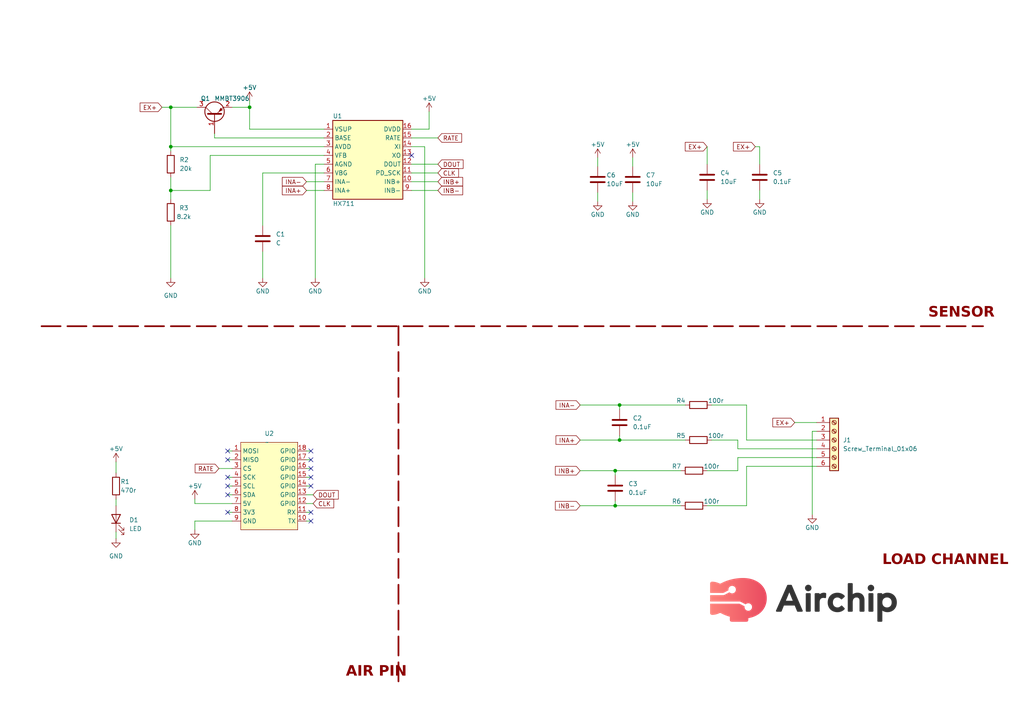
<source format=kicad_sch>
(kicad_sch (version 20230121) (generator eeschema)

  (uuid 2c210e3c-77c0-4a27-8f92-a92d7542896b)

  (paper "A4")

  (lib_symbols
    (symbol "Analog_ADC:HX711" (in_bom yes) (on_board yes)
      (property "Reference" "U1" (at -10.16 19.05 0)
        (effects (font (size 1.27 1.27)) (justify left))
      )
      (property "Value" "HX711" (at -10.16 -6.35 0)
        (effects (font (size 1.27 1.27)) (justify left))
      )
      (property "Footprint" "Package_SO:SOP-16_3.9x9.9mm_P1.27mm" (at 1.27 21.59 0)
        (effects (font (size 1.27 1.27)) hide)
      )
      (property "Datasheet" "https://cdn.sparkfun.com/datasheets/Sensors/ForceFlex/hx711_english.pdf" (at 0 25.4 0)
        (effects (font (size 1.27 1.27)) hide)
      )
      (property "ki_keywords" "adc load cell 24-bits analog weigh" (at 0 0 0)
        (effects (font (size 1.27 1.27)) hide)
      )
      (property "ki_description" "24-Bit Analog-to-Digital Converter (ADC) for Weigh Scales" (at 0 0 0)
        (effects (font (size 1.27 1.27)) hide)
      )
      (property "ki_fp_filters" "SOP*3.9x9.9mm*P1.27mm*" (at 0 0 0)
        (effects (font (size 1.27 1.27)) hide)
      )
      (symbol "HX711_0_1"
        (rectangle (start -10.16 17.78) (end 10.16 -5.08)
          (stroke (width 0.254) (type default))
          (fill (type background))
        )
      )
      (symbol "HX711_1_1"
        (pin power_in line (at -12.7 15.24 0) (length 2.54)
          (name "VSUP" (effects (font (size 1.27 1.27))))
          (number "1" (effects (font (size 1.27 1.27))))
        )
        (pin input line (at 12.7 0 180) (length 2.54)
          (name "INB+" (effects (font (size 1.27 1.27))))
          (number "10" (effects (font (size 1.27 1.27))))
        )
        (pin input line (at 12.7 2.54 180) (length 2.54)
          (name "PD_SCK" (effects (font (size 1.27 1.27))))
          (number "11" (effects (font (size 1.27 1.27))))
        )
        (pin output line (at 12.7 5.08 180) (length 2.54)
          (name "DOUT" (effects (font (size 1.27 1.27))))
          (number "12" (effects (font (size 1.27 1.27))))
        )
        (pin passive line (at 12.7 7.62 180) (length 2.54)
          (name "XO" (effects (font (size 1.27 1.27))))
          (number "13" (effects (font (size 1.27 1.27))))
        )
        (pin passive line (at 12.7 10.16 180) (length 2.54)
          (name "XI" (effects (font (size 1.27 1.27))))
          (number "14" (effects (font (size 1.27 1.27))))
        )
        (pin input line (at 12.7 12.7 180) (length 2.54)
          (name "RATE" (effects (font (size 1.27 1.27))))
          (number "15" (effects (font (size 1.27 1.27))))
        )
        (pin power_in line (at 12.7 15.24 180) (length 2.54)
          (name "DVDD" (effects (font (size 1.27 1.27))))
          (number "16" (effects (font (size 1.27 1.27))))
        )
        (pin passive line (at -12.7 12.7 0) (length 2.54)
          (name "BASE" (effects (font (size 1.27 1.27))))
          (number "2" (effects (font (size 1.27 1.27))))
        )
        (pin power_in line (at -12.7 10.16 0) (length 2.54)
          (name "AVDD" (effects (font (size 1.27 1.27))))
          (number "3" (effects (font (size 1.27 1.27))))
        )
        (pin input line (at -12.7 7.62 0) (length 2.54)
          (name "VFB" (effects (font (size 1.27 1.27))))
          (number "4" (effects (font (size 1.27 1.27))))
        )
        (pin power_in line (at -12.7 5.08 0) (length 2.54)
          (name "AGND" (effects (font (size 1.27 1.27))))
          (number "5" (effects (font (size 1.27 1.27))))
        )
        (pin passive line (at -12.7 2.54 0) (length 2.54)
          (name "VBG" (effects (font (size 1.27 1.27))))
          (number "6" (effects (font (size 1.27 1.27))))
        )
        (pin input line (at -12.7 0 0) (length 2.54)
          (name "INA-" (effects (font (size 1.27 1.27))))
          (number "7" (effects (font (size 1.27 1.27))))
        )
        (pin input line (at -12.7 -2.54 0) (length 2.54)
          (name "INA+" (effects (font (size 1.27 1.27))))
          (number "8" (effects (font (size 1.27 1.27))))
        )
        (pin input line (at 12.7 -2.54 180) (length 2.54)
          (name "INB-" (effects (font (size 1.27 1.27))))
          (number "9" (effects (font (size 1.27 1.27))))
        )
      )
    )
    (symbol "Connector:Screw_Terminal_01x06" (pin_names (offset 1.016) hide) (in_bom yes) (on_board yes)
      (property "Reference" "J" (at 0 7.62 0)
        (effects (font (size 1.27 1.27)))
      )
      (property "Value" "Screw_Terminal_01x06" (at 0 -10.16 0)
        (effects (font (size 1.27 1.27)))
      )
      (property "Footprint" "" (at 0 0 0)
        (effects (font (size 1.27 1.27)) hide)
      )
      (property "Datasheet" "~" (at 0 0 0)
        (effects (font (size 1.27 1.27)) hide)
      )
      (property "ki_keywords" "screw terminal" (at 0 0 0)
        (effects (font (size 1.27 1.27)) hide)
      )
      (property "ki_description" "Generic screw terminal, single row, 01x06, script generated (kicad-library-utils/schlib/autogen/connector/)" (at 0 0 0)
        (effects (font (size 1.27 1.27)) hide)
      )
      (property "ki_fp_filters" "TerminalBlock*:*" (at 0 0 0)
        (effects (font (size 1.27 1.27)) hide)
      )
      (symbol "Screw_Terminal_01x06_1_1"
        (rectangle (start -1.27 6.35) (end 1.27 -8.89)
          (stroke (width 0.254) (type default))
          (fill (type background))
        )
        (circle (center 0 -7.62) (radius 0.635)
          (stroke (width 0.1524) (type default))
          (fill (type none))
        )
        (circle (center 0 -5.08) (radius 0.635)
          (stroke (width 0.1524) (type default))
          (fill (type none))
        )
        (circle (center 0 -2.54) (radius 0.635)
          (stroke (width 0.1524) (type default))
          (fill (type none))
        )
        (polyline
          (pts
            (xy -0.5334 -7.2898)
            (xy 0.3302 -8.128)
          )
          (stroke (width 0.1524) (type default))
          (fill (type none))
        )
        (polyline
          (pts
            (xy -0.5334 -4.7498)
            (xy 0.3302 -5.588)
          )
          (stroke (width 0.1524) (type default))
          (fill (type none))
        )
        (polyline
          (pts
            (xy -0.5334 -2.2098)
            (xy 0.3302 -3.048)
          )
          (stroke (width 0.1524) (type default))
          (fill (type none))
        )
        (polyline
          (pts
            (xy -0.5334 0.3302)
            (xy 0.3302 -0.508)
          )
          (stroke (width 0.1524) (type default))
          (fill (type none))
        )
        (polyline
          (pts
            (xy -0.5334 2.8702)
            (xy 0.3302 2.032)
          )
          (stroke (width 0.1524) (type default))
          (fill (type none))
        )
        (polyline
          (pts
            (xy -0.5334 5.4102)
            (xy 0.3302 4.572)
          )
          (stroke (width 0.1524) (type default))
          (fill (type none))
        )
        (polyline
          (pts
            (xy -0.3556 -7.112)
            (xy 0.508 -7.9502)
          )
          (stroke (width 0.1524) (type default))
          (fill (type none))
        )
        (polyline
          (pts
            (xy -0.3556 -4.572)
            (xy 0.508 -5.4102)
          )
          (stroke (width 0.1524) (type default))
          (fill (type none))
        )
        (polyline
          (pts
            (xy -0.3556 -2.032)
            (xy 0.508 -2.8702)
          )
          (stroke (width 0.1524) (type default))
          (fill (type none))
        )
        (polyline
          (pts
            (xy -0.3556 0.508)
            (xy 0.508 -0.3302)
          )
          (stroke (width 0.1524) (type default))
          (fill (type none))
        )
        (polyline
          (pts
            (xy -0.3556 3.048)
            (xy 0.508 2.2098)
          )
          (stroke (width 0.1524) (type default))
          (fill (type none))
        )
        (polyline
          (pts
            (xy -0.3556 5.588)
            (xy 0.508 4.7498)
          )
          (stroke (width 0.1524) (type default))
          (fill (type none))
        )
        (circle (center 0 0) (radius 0.635)
          (stroke (width 0.1524) (type default))
          (fill (type none))
        )
        (circle (center 0 2.54) (radius 0.635)
          (stroke (width 0.1524) (type default))
          (fill (type none))
        )
        (circle (center 0 5.08) (radius 0.635)
          (stroke (width 0.1524) (type default))
          (fill (type none))
        )
        (pin passive line (at -5.08 5.08 0) (length 3.81)
          (name "Pin_1" (effects (font (size 1.27 1.27))))
          (number "1" (effects (font (size 1.27 1.27))))
        )
        (pin passive line (at -5.08 2.54 0) (length 3.81)
          (name "Pin_2" (effects (font (size 1.27 1.27))))
          (number "2" (effects (font (size 1.27 1.27))))
        )
        (pin passive line (at -5.08 0 0) (length 3.81)
          (name "Pin_3" (effects (font (size 1.27 1.27))))
          (number "3" (effects (font (size 1.27 1.27))))
        )
        (pin passive line (at -5.08 -2.54 0) (length 3.81)
          (name "Pin_4" (effects (font (size 1.27 1.27))))
          (number "4" (effects (font (size 1.27 1.27))))
        )
        (pin passive line (at -5.08 -5.08 0) (length 3.81)
          (name "Pin_5" (effects (font (size 1.27 1.27))))
          (number "5" (effects (font (size 1.27 1.27))))
        )
        (pin passive line (at -5.08 -7.62 0) (length 3.81)
          (name "Pin_6" (effects (font (size 1.27 1.27))))
          (number "6" (effects (font (size 1.27 1.27))))
        )
      )
    )
    (symbol "Device:C" (pin_numbers hide) (pin_names (offset 0.254)) (in_bom yes) (on_board yes)
      (property "Reference" "C" (at 0.635 2.54 0)
        (effects (font (size 1.27 1.27)) (justify left))
      )
      (property "Value" "C" (at 0.635 -2.54 0)
        (effects (font (size 1.27 1.27)) (justify left))
      )
      (property "Footprint" "" (at 0.9652 -3.81 0)
        (effects (font (size 1.27 1.27)) hide)
      )
      (property "Datasheet" "~" (at 0 0 0)
        (effects (font (size 1.27 1.27)) hide)
      )
      (property "ki_keywords" "cap capacitor" (at 0 0 0)
        (effects (font (size 1.27 1.27)) hide)
      )
      (property "ki_description" "Unpolarized capacitor" (at 0 0 0)
        (effects (font (size 1.27 1.27)) hide)
      )
      (property "ki_fp_filters" "C_*" (at 0 0 0)
        (effects (font (size 1.27 1.27)) hide)
      )
      (symbol "C_0_1"
        (polyline
          (pts
            (xy -2.032 -0.762)
            (xy 2.032 -0.762)
          )
          (stroke (width 0.508) (type default))
          (fill (type none))
        )
        (polyline
          (pts
            (xy -2.032 0.762)
            (xy 2.032 0.762)
          )
          (stroke (width 0.508) (type default))
          (fill (type none))
        )
      )
      (symbol "C_1_1"
        (pin passive line (at 0 3.81 270) (length 2.794)
          (name "~" (effects (font (size 1.27 1.27))))
          (number "1" (effects (font (size 1.27 1.27))))
        )
        (pin passive line (at 0 -3.81 90) (length 2.794)
          (name "~" (effects (font (size 1.27 1.27))))
          (number "2" (effects (font (size 1.27 1.27))))
        )
      )
    )
    (symbol "Device:LED" (pin_numbers hide) (pin_names (offset 1.016) hide) (in_bom yes) (on_board yes)
      (property "Reference" "D" (at 0 2.54 0)
        (effects (font (size 1.27 1.27)))
      )
      (property "Value" "LED" (at 0 -2.54 0)
        (effects (font (size 1.27 1.27)))
      )
      (property "Footprint" "" (at 0 0 0)
        (effects (font (size 1.27 1.27)) hide)
      )
      (property "Datasheet" "~" (at 0 0 0)
        (effects (font (size 1.27 1.27)) hide)
      )
      (property "ki_keywords" "LED diode" (at 0 0 0)
        (effects (font (size 1.27 1.27)) hide)
      )
      (property "ki_description" "Light emitting diode" (at 0 0 0)
        (effects (font (size 1.27 1.27)) hide)
      )
      (property "ki_fp_filters" "LED* LED_SMD:* LED_THT:*" (at 0 0 0)
        (effects (font (size 1.27 1.27)) hide)
      )
      (symbol "LED_0_1"
        (polyline
          (pts
            (xy -1.27 -1.27)
            (xy -1.27 1.27)
          )
          (stroke (width 0.254) (type default))
          (fill (type none))
        )
        (polyline
          (pts
            (xy -1.27 0)
            (xy 1.27 0)
          )
          (stroke (width 0) (type default))
          (fill (type none))
        )
        (polyline
          (pts
            (xy 1.27 -1.27)
            (xy 1.27 1.27)
            (xy -1.27 0)
            (xy 1.27 -1.27)
          )
          (stroke (width 0.254) (type default))
          (fill (type none))
        )
        (polyline
          (pts
            (xy -3.048 -0.762)
            (xy -4.572 -2.286)
            (xy -3.81 -2.286)
            (xy -4.572 -2.286)
            (xy -4.572 -1.524)
          )
          (stroke (width 0) (type default))
          (fill (type none))
        )
        (polyline
          (pts
            (xy -1.778 -0.762)
            (xy -3.302 -2.286)
            (xy -2.54 -2.286)
            (xy -3.302 -2.286)
            (xy -3.302 -1.524)
          )
          (stroke (width 0) (type default))
          (fill (type none))
        )
      )
      (symbol "LED_1_1"
        (pin passive line (at -3.81 0 0) (length 2.54)
          (name "K" (effects (font (size 1.27 1.27))))
          (number "1" (effects (font (size 1.27 1.27))))
        )
        (pin passive line (at 3.81 0 180) (length 2.54)
          (name "A" (effects (font (size 1.27 1.27))))
          (number "2" (effects (font (size 1.27 1.27))))
        )
      )
    )
    (symbol "Device:R" (pin_numbers hide) (pin_names (offset 0)) (in_bom yes) (on_board yes)
      (property "Reference" "R" (at 2.032 0 90)
        (effects (font (size 1.27 1.27)))
      )
      (property "Value" "R" (at 0 0 90)
        (effects (font (size 1.27 1.27)))
      )
      (property "Footprint" "" (at -1.778 0 90)
        (effects (font (size 1.27 1.27)) hide)
      )
      (property "Datasheet" "~" (at 0 0 0)
        (effects (font (size 1.27 1.27)) hide)
      )
      (property "ki_keywords" "R res resistor" (at 0 0 0)
        (effects (font (size 1.27 1.27)) hide)
      )
      (property "ki_description" "Resistor" (at 0 0 0)
        (effects (font (size 1.27 1.27)) hide)
      )
      (property "ki_fp_filters" "R_*" (at 0 0 0)
        (effects (font (size 1.27 1.27)) hide)
      )
      (symbol "R_0_1"
        (rectangle (start -1.016 -2.54) (end 1.016 2.54)
          (stroke (width 0.254) (type default))
          (fill (type none))
        )
      )
      (symbol "R_1_1"
        (pin passive line (at 0 3.81 270) (length 1.27)
          (name "~" (effects (font (size 1.27 1.27))))
          (number "1" (effects (font (size 1.27 1.27))))
        )
        (pin passive line (at 0 -3.81 90) (length 1.27)
          (name "~" (effects (font (size 1.27 1.27))))
          (number "2" (effects (font (size 1.27 1.27))))
        )
      )
    )
    (symbol "Transistor_BJT:MMBT3906" (pin_names (offset 0) hide) (in_bom yes) (on_board yes)
      (property "Reference" "Q" (at 5.08 1.905 0)
        (effects (font (size 1.27 1.27)) (justify left))
      )
      (property "Value" "MMBT3906" (at 5.08 0 0)
        (effects (font (size 1.27 1.27)) (justify left))
      )
      (property "Footprint" "Package_TO_SOT_SMD:SOT-23" (at 5.08 -1.905 0)
        (effects (font (size 1.27 1.27) italic) (justify left) hide)
      )
      (property "Datasheet" "https://www.onsemi.com/pub/Collateral/2N3906-D.PDF" (at 0 0 0)
        (effects (font (size 1.27 1.27)) (justify left) hide)
      )
      (property "ki_keywords" "PNP Transistor" (at 0 0 0)
        (effects (font (size 1.27 1.27)) hide)
      )
      (property "ki_description" "-0.2A Ic, -40V Vce, Small Signal PNP Transistor, SOT-23" (at 0 0 0)
        (effects (font (size 1.27 1.27)) hide)
      )
      (property "ki_fp_filters" "SOT?23*" (at 0 0 0)
        (effects (font (size 1.27 1.27)) hide)
      )
      (symbol "MMBT3906_0_1"
        (polyline
          (pts
            (xy 0.635 0.635)
            (xy 2.54 2.54)
          )
          (stroke (width 0) (type default))
          (fill (type none))
        )
        (polyline
          (pts
            (xy 0.635 -0.635)
            (xy 2.54 -2.54)
            (xy 2.54 -2.54)
          )
          (stroke (width 0) (type default))
          (fill (type none))
        )
        (polyline
          (pts
            (xy 0.635 1.905)
            (xy 0.635 -1.905)
            (xy 0.635 -1.905)
          )
          (stroke (width 0.508) (type default))
          (fill (type none))
        )
        (polyline
          (pts
            (xy 2.286 -1.778)
            (xy 1.778 -2.286)
            (xy 1.27 -1.27)
            (xy 2.286 -1.778)
            (xy 2.286 -1.778)
          )
          (stroke (width 0) (type default))
          (fill (type outline))
        )
        (circle (center 1.27 0) (radius 2.8194)
          (stroke (width 0.254) (type default))
          (fill (type none))
        )
      )
      (symbol "MMBT3906_1_1"
        (pin input line (at -5.08 0 0) (length 5.715)
          (name "B" (effects (font (size 1.27 1.27))))
          (number "1" (effects (font (size 1.27 1.27))))
        )
        (pin passive line (at 2.54 -5.08 90) (length 2.54)
          (name "E" (effects (font (size 1.27 1.27))))
          (number "2" (effects (font (size 1.27 1.27))))
        )
        (pin passive line (at 2.54 5.08 270) (length 2.54)
          (name "C" (effects (font (size 1.27 1.27))))
          (number "3" (effects (font (size 1.27 1.27))))
        )
      )
    )
    (symbol "air_modül:air_module" (in_bom yes) (on_board yes)
      (property "Reference" "U" (at 0 1.27 0)
        (effects (font (size 1.27 1.27)))
      )
      (property "Value" "" (at 0 0 0)
        (effects (font (size 1.27 1.27)))
      )
      (property "Footprint" "" (at 0 0 0)
        (effects (font (size 1.27 1.27)) hide)
      )
      (property "Datasheet" "" (at 0 0 0)
        (effects (font (size 1.27 1.27)) hide)
      )
      (symbol "air_module_1_1"
        (rectangle (start -7.62 0) (end 8.89 -25.4)
          (stroke (width 0) (type default))
          (fill (type background))
        )
        (pin input line (at -10.16 -2.54 0) (length 2.54)
          (name "MOSI" (effects (font (size 1.27 1.27))))
          (number "1" (effects (font (size 1.27 1.27))))
        )
        (pin input line (at 11.43 -22.86 180) (length 2.54)
          (name "TX" (effects (font (size 1.27 1.27))))
          (number "10" (effects (font (size 1.27 1.27))))
        )
        (pin input line (at 11.43 -20.32 180) (length 2.54)
          (name "RX" (effects (font (size 1.27 1.27))))
          (number "11" (effects (font (size 1.27 1.27))))
        )
        (pin input line (at 11.43 -17.78 180) (length 2.54)
          (name "GPIO" (effects (font (size 1.27 1.27))))
          (number "12" (effects (font (size 1.27 1.27))))
        )
        (pin input line (at 11.43 -15.24 180) (length 2.54)
          (name "GPIO" (effects (font (size 1.27 1.27))))
          (number "13" (effects (font (size 1.27 1.27))))
        )
        (pin input line (at 11.43 -12.7 180) (length 2.54)
          (name "GPIO" (effects (font (size 1.27 1.27))))
          (number "14" (effects (font (size 1.27 1.27))))
        )
        (pin input line (at 11.43 -10.16 180) (length 2.54)
          (name "GPIO" (effects (font (size 1.27 1.27))))
          (number "15" (effects (font (size 1.27 1.27))))
        )
        (pin input line (at 11.43 -7.62 180) (length 2.54)
          (name "GPIO" (effects (font (size 1.27 1.27))))
          (number "16" (effects (font (size 1.27 1.27))))
        )
        (pin input line (at 11.43 -5.08 180) (length 2.54)
          (name "GPIO" (effects (font (size 1.27 1.27))))
          (number "17" (effects (font (size 1.27 1.27))))
        )
        (pin input line (at 11.43 -2.54 180) (length 2.54)
          (name "GPIO" (effects (font (size 1.27 1.27))))
          (number "18" (effects (font (size 1.27 1.27))))
        )
        (pin input line (at -10.16 -5.08 0) (length 2.54)
          (name "MISO" (effects (font (size 1.27 1.27))))
          (number "2" (effects (font (size 1.27 1.27))))
        )
        (pin input line (at -10.16 -7.62 0) (length 2.54)
          (name "CS" (effects (font (size 1.27 1.27))))
          (number "3" (effects (font (size 1.27 1.27))))
        )
        (pin input line (at -10.16 -10.16 0) (length 2.54)
          (name "SCK" (effects (font (size 1.27 1.27))))
          (number "4" (effects (font (size 1.27 1.27))))
        )
        (pin input line (at -10.16 -12.7 0) (length 2.54)
          (name "SCL" (effects (font (size 1.27 1.27))))
          (number "5" (effects (font (size 1.27 1.27))))
        )
        (pin input line (at -10.16 -15.24 0) (length 2.54)
          (name "SDA" (effects (font (size 1.27 1.27))))
          (number "6" (effects (font (size 1.27 1.27))))
        )
        (pin input line (at -10.16 -17.78 0) (length 2.54)
          (name "5V" (effects (font (size 1.27 1.27))))
          (number "7" (effects (font (size 1.27 1.27))))
        )
        (pin input line (at -10.16 -20.32 0) (length 2.54)
          (name "3V3" (effects (font (size 1.27 1.27))))
          (number "8" (effects (font (size 1.27 1.27))))
        )
        (pin input line (at -10.16 -22.86 0) (length 2.54)
          (name "GND" (effects (font (size 1.27 1.27))))
          (number "9" (effects (font (size 1.27 1.27))))
        )
      )
    )
    (symbol "power:+5V" (power) (pin_names (offset 0)) (in_bom yes) (on_board yes)
      (property "Reference" "#PWR" (at 0 -3.81 0)
        (effects (font (size 1.27 1.27)) hide)
      )
      (property "Value" "+5V" (at 0 3.556 0)
        (effects (font (size 1.27 1.27)))
      )
      (property "Footprint" "" (at 0 0 0)
        (effects (font (size 1.27 1.27)) hide)
      )
      (property "Datasheet" "" (at 0 0 0)
        (effects (font (size 1.27 1.27)) hide)
      )
      (property "ki_keywords" "global power" (at 0 0 0)
        (effects (font (size 1.27 1.27)) hide)
      )
      (property "ki_description" "Power symbol creates a global label with name \"+5V\"" (at 0 0 0)
        (effects (font (size 1.27 1.27)) hide)
      )
      (symbol "+5V_0_1"
        (polyline
          (pts
            (xy -0.762 1.27)
            (xy 0 2.54)
          )
          (stroke (width 0) (type default))
          (fill (type none))
        )
        (polyline
          (pts
            (xy 0 0)
            (xy 0 2.54)
          )
          (stroke (width 0) (type default))
          (fill (type none))
        )
        (polyline
          (pts
            (xy 0 2.54)
            (xy 0.762 1.27)
          )
          (stroke (width 0) (type default))
          (fill (type none))
        )
      )
      (symbol "+5V_1_1"
        (pin power_in line (at 0 0 90) (length 0) hide
          (name "+5V" (effects (font (size 1.27 1.27))))
          (number "1" (effects (font (size 1.27 1.27))))
        )
      )
    )
    (symbol "power:GND" (power) (pin_names (offset 0)) (in_bom yes) (on_board yes)
      (property "Reference" "#PWR" (at 0 -6.35 0)
        (effects (font (size 1.27 1.27)) hide)
      )
      (property "Value" "GND" (at 0 -3.81 0)
        (effects (font (size 1.27 1.27)))
      )
      (property "Footprint" "" (at 0 0 0)
        (effects (font (size 1.27 1.27)) hide)
      )
      (property "Datasheet" "" (at 0 0 0)
        (effects (font (size 1.27 1.27)) hide)
      )
      (property "ki_keywords" "global power" (at 0 0 0)
        (effects (font (size 1.27 1.27)) hide)
      )
      (property "ki_description" "Power symbol creates a global label with name \"GND\" , ground" (at 0 0 0)
        (effects (font (size 1.27 1.27)) hide)
      )
      (symbol "GND_0_1"
        (polyline
          (pts
            (xy 0 0)
            (xy 0 -1.27)
            (xy 1.27 -1.27)
            (xy 0 -2.54)
            (xy -1.27 -1.27)
            (xy 0 -1.27)
          )
          (stroke (width 0) (type default))
          (fill (type none))
        )
      )
      (symbol "GND_1_1"
        (pin power_in line (at 0 0 270) (length 0) hide
          (name "GND" (effects (font (size 1.27 1.27))))
          (number "1" (effects (font (size 1.27 1.27))))
        )
      )
    )
  )

  (junction (at 179.705 117.475) (diameter 0) (color 0 0 0 0)
    (uuid 1894f45a-fcd5-4484-8f41-f9f27d194004)
  )
  (junction (at 178.435 146.685) (diameter 0) (color 0 0 0 0)
    (uuid 19e96f63-03db-4715-b17c-2d802b870b87)
  )
  (junction (at 49.53 31.115) (diameter 0) (color 0 0 0 0)
    (uuid 381cbbae-0d52-45bb-a3b6-0487a2a3e62a)
  )
  (junction (at 178.435 136.525) (diameter 0) (color 0 0 0 0)
    (uuid 6c84d89c-3b6e-4108-84c3-c725d96752e3)
  )
  (junction (at 49.53 55.245) (diameter 0) (color 0 0 0 0)
    (uuid 6ef6b833-95bd-4700-acd3-bb6e58b21be0)
  )
  (junction (at 49.53 42.545) (diameter 0) (color 0 0 0 0)
    (uuid 8f7ab7a9-315b-4f9b-892c-a2db4f1b943d)
  )
  (junction (at 179.705 127.635) (diameter 0) (color 0 0 0 0)
    (uuid 9094ca86-cb60-49cc-a038-d4d21530bbd7)
  )
  (junction (at 72.39 31.115) (diameter 0) (color 0 0 0 0)
    (uuid fd345c0a-21e3-4abb-8634-a4b1580c73fa)
  )

  (no_connect (at 90.17 135.89) (uuid 13c77646-c097-4644-ab9a-c951c2a8de6a))
  (no_connect (at 66.04 133.35) (uuid 2a8c1561-6710-4f4d-9e77-2e6414b58698))
  (no_connect (at 90.17 138.43) (uuid 32d2677b-2790-4329-b5f0-9d29feb903ec))
  (no_connect (at 90.17 130.81) (uuid 39856418-a13a-4438-907d-26eb376e61b6))
  (no_connect (at 90.17 133.35) (uuid 3a0bdf5e-5a4e-4d58-b937-4ea4b57ab495))
  (no_connect (at 66.04 143.51) (uuid 7e9a0d05-8024-4901-97da-4b14b183a03c))
  (no_connect (at 119.38 45.085) (uuid a03766f5-b580-48ca-8196-c89150f7dd65))
  (no_connect (at 66.04 130.81) (uuid aef53222-00b4-4abd-af35-0df73ac75a38))
  (no_connect (at 66.04 148.59) (uuid d05739f0-6c9c-4749-add6-87836c4485bb))
  (no_connect (at 90.17 148.59) (uuid d1014c93-1a5e-480e-a20e-e243fcb266c2))
  (no_connect (at 66.04 140.97) (uuid dfcb6288-cecf-4ec6-acf5-72032a3c88c6))
  (no_connect (at 66.04 138.43) (uuid f080d7ee-3fa9-46e4-89bc-1a0cb6cd81f1))
  (no_connect (at 90.17 140.97) (uuid f7a0d80e-4bcb-4f89-ae1c-59f9483b23a3))
  (no_connect (at 90.17 151.13) (uuid ff0d5b6c-66f2-4251-8a98-5147f65f5371))

  (wire (pts (xy 49.53 55.245) (xy 60.96 55.245))
    (stroke (width 0) (type default))
    (uuid 0067dd54-135c-4b7a-939c-fc318d976639)
  )
  (wire (pts (xy 178.435 136.525) (xy 178.435 137.795))
    (stroke (width 0) (type default))
    (uuid 043ad2cd-bd02-4458-bd9c-633c60124cfa)
  )
  (wire (pts (xy 33.655 154.305) (xy 33.655 156.21))
    (stroke (width 0) (type default))
    (uuid 048241d8-d022-4721-bce1-a204a1b718dc)
  )
  (wire (pts (xy 93.98 50.165) (xy 76.2 50.165))
    (stroke (width 0) (type default))
    (uuid 0600fc6d-bba6-40f6-9b14-e661dd1e8b71)
  )
  (wire (pts (xy 230.505 122.555) (xy 236.855 122.555))
    (stroke (width 0) (type default))
    (uuid 0d90f272-5cd4-48dc-9895-7806381599c8)
  )
  (wire (pts (xy 56.515 151.13) (xy 67.31 151.13))
    (stroke (width 0) (type default))
    (uuid 170e2a26-0074-4952-8825-a2036116558c)
  )
  (wire (pts (xy 119.38 40.005) (xy 127 40.005))
    (stroke (width 0) (type default))
    (uuid 17e941db-6fac-403b-9718-d6fc53b98719)
  )
  (wire (pts (xy 179.705 127.635) (xy 179.705 126.365))
    (stroke (width 0) (type default))
    (uuid 18bc3598-69ef-4a71-af9b-cea771d11e92)
  )
  (wire (pts (xy 66.04 133.35) (xy 67.31 133.35))
    (stroke (width 0) (type default))
    (uuid 190968a4-1886-4c45-a989-681dc0a34bf3)
  )
  (polyline (pts (xy 115.57 94.615) (xy 115.57 198.12))
    (stroke (width 0.5) (type dash) (color 132 0 0 1))
    (uuid 194eadb4-c236-46e3-9201-1d07e9bb2def)
  )

  (wire (pts (xy 183.515 45.72) (xy 183.515 48.26))
    (stroke (width 0) (type default))
    (uuid 1b52881a-73db-4f75-ba70-c2a2ec26efe3)
  )
  (wire (pts (xy 72.39 37.465) (xy 93.98 37.465))
    (stroke (width 0) (type default))
    (uuid 1d8c2938-594e-42f7-86b0-3a53eb88b24b)
  )
  (wire (pts (xy 90.17 130.81) (xy 88.9 130.81))
    (stroke (width 0) (type default))
    (uuid 2267626b-3cad-4973-a1ad-ff193090a9af)
  )
  (wire (pts (xy 179.705 127.635) (xy 198.755 127.635))
    (stroke (width 0) (type default))
    (uuid 22853bd2-2072-4330-a002-cbd4b833e45e)
  )
  (wire (pts (xy 62.23 40.005) (xy 62.23 38.735))
    (stroke (width 0) (type default))
    (uuid 22e9d5b7-0635-4bed-9d92-4749b9ef783c)
  )
  (wire (pts (xy 119.38 47.625) (xy 127 47.625))
    (stroke (width 0) (type default))
    (uuid 24d2373c-0bdb-49e9-9b18-bba2282bd683)
  )
  (wire (pts (xy 179.705 117.475) (xy 179.705 118.745))
    (stroke (width 0) (type default))
    (uuid 2527dfd4-e75e-4fd9-93dc-000e697f7627)
  )
  (wire (pts (xy 88.9 52.705) (xy 93.98 52.705))
    (stroke (width 0) (type default))
    (uuid 26a83300-f520-49f3-a026-b2e46d3d9036)
  )
  (wire (pts (xy 123.19 42.545) (xy 119.38 42.545))
    (stroke (width 0) (type default))
    (uuid 291f1adf-a2ac-48ed-88fa-8f60559e9c6a)
  )
  (wire (pts (xy 206.375 127.635) (xy 213.995 127.635))
    (stroke (width 0) (type default))
    (uuid 2c81137b-ddc5-4d97-976e-b8a90c2b4b42)
  )
  (wire (pts (xy 216.535 127.635) (xy 216.535 117.475))
    (stroke (width 0) (type default))
    (uuid 2fcf41f1-7352-4e6e-aac8-4092725e6b99)
  )
  (wire (pts (xy 56.515 146.05) (xy 67.31 146.05))
    (stroke (width 0) (type default))
    (uuid 30de1607-db5a-463c-8b96-18480f58d2ae)
  )
  (wire (pts (xy 72.39 29.21) (xy 72.39 31.115))
    (stroke (width 0) (type default))
    (uuid 30ea2552-c076-49e5-a234-833b9b99e69b)
  )
  (wire (pts (xy 183.515 55.88) (xy 183.515 58.42))
    (stroke (width 0) (type default))
    (uuid 36db323f-785c-4af5-be28-a2efd2307bd9)
  )
  (wire (pts (xy 91.44 47.625) (xy 93.98 47.625))
    (stroke (width 0) (type default))
    (uuid 37a7abe6-e367-44e8-955f-dc68dfb69f95)
  )
  (wire (pts (xy 90.17 140.97) (xy 88.9 140.97))
    (stroke (width 0) (type default))
    (uuid 3ed8617a-2a40-424f-b5c4-fe146ff8beba)
  )
  (wire (pts (xy 90.17 148.59) (xy 88.9 148.59))
    (stroke (width 0) (type default))
    (uuid 433e3a67-df36-4e2d-9a75-da648f8ae9ff)
  )
  (wire (pts (xy 235.585 149.225) (xy 235.585 125.095))
    (stroke (width 0) (type default))
    (uuid 43443cb4-fada-4372-9570-44151d30ab80)
  )
  (polyline (pts (xy 12.065 94.615) (xy 285.115 94.615))
    (stroke (width 0.5) (type dash) (color 132 0 0 1))
    (uuid 467a85e2-2f35-4302-9a81-321ec6cf09d4)
  )

  (wire (pts (xy 76.2 73.025) (xy 76.2 80.645))
    (stroke (width 0) (type default))
    (uuid 4757d802-483c-46fb-885d-58ce2e2e0ac3)
  )
  (wire (pts (xy 56.515 153.67) (xy 56.515 151.13))
    (stroke (width 0) (type default))
    (uuid 4ce7f8e5-7927-4820-98ef-7bb4c7fdb894)
  )
  (wire (pts (xy 219.075 42.545) (xy 220.345 42.545))
    (stroke (width 0) (type default))
    (uuid 4de2653a-f9dd-47c6-a76f-3b3d50fd0b5c)
  )
  (wire (pts (xy 205.105 55.245) (xy 205.105 57.785))
    (stroke (width 0) (type default))
    (uuid 4fefd9aa-18c7-4bff-839d-a8583775ef54)
  )
  (wire (pts (xy 46.99 31.115) (xy 49.53 31.115))
    (stroke (width 0) (type default))
    (uuid 555f75a7-3fcc-4502-8195-d2a4dd382dfa)
  )
  (wire (pts (xy 49.53 65.405) (xy 49.53 80.645))
    (stroke (width 0) (type default))
    (uuid 55cd2d96-babb-41a6-9626-f43e1fdc7f6b)
  )
  (wire (pts (xy 49.53 55.245) (xy 49.53 57.785))
    (stroke (width 0) (type default))
    (uuid 59ed6b75-5ce9-4c8e-8409-17f188402ee2)
  )
  (wire (pts (xy 205.105 146.685) (xy 216.535 146.685))
    (stroke (width 0) (type default))
    (uuid 5bce9bac-e64a-4295-8d5c-cc95fa414ea0)
  )
  (wire (pts (xy 216.535 135.255) (xy 236.855 135.255))
    (stroke (width 0) (type default))
    (uuid 5f3cc277-d5a5-414c-b01b-1966f3f25956)
  )
  (wire (pts (xy 49.53 31.115) (xy 49.53 42.545))
    (stroke (width 0) (type default))
    (uuid 62217449-952e-4041-b3cd-3bdecede6443)
  )
  (wire (pts (xy 220.345 55.245) (xy 220.345 57.785))
    (stroke (width 0) (type default))
    (uuid 6718ad51-04a2-4418-afaa-4c2ef24f922f)
  )
  (wire (pts (xy 119.38 50.165) (xy 127 50.165))
    (stroke (width 0) (type default))
    (uuid 69f8d0ed-de7f-4827-81ff-7befbbdaa661)
  )
  (wire (pts (xy 119.38 52.705) (xy 127 52.705))
    (stroke (width 0) (type default))
    (uuid 6af4c8e4-e6e7-4d59-9d55-1d41d8af0bbe)
  )
  (wire (pts (xy 88.9 143.51) (xy 90.805 143.51))
    (stroke (width 0) (type default))
    (uuid 6cb61864-65a2-43e6-8fb6-e8b91c061eff)
  )
  (wire (pts (xy 67.31 31.115) (xy 72.39 31.115))
    (stroke (width 0) (type default))
    (uuid 6d612cff-f667-4f86-ac32-0c67d7bb79c0)
  )
  (wire (pts (xy 66.04 140.97) (xy 67.31 140.97))
    (stroke (width 0) (type default))
    (uuid 7576e951-8c4f-4b12-ae72-9971db2e1581)
  )
  (wire (pts (xy 213.995 136.525) (xy 213.995 132.715))
    (stroke (width 0) (type default))
    (uuid 7698071e-1b50-49da-ad3a-b3ac16e51fed)
  )
  (wire (pts (xy 213.995 127.635) (xy 213.995 130.175))
    (stroke (width 0) (type default))
    (uuid 76f5f21f-566b-4064-a369-7fa8f63899b5)
  )
  (wire (pts (xy 178.435 146.685) (xy 178.435 145.415))
    (stroke (width 0) (type default))
    (uuid 79577ff0-aba9-4d89-bb30-03272c763c57)
  )
  (wire (pts (xy 33.655 133.985) (xy 33.655 137.16))
    (stroke (width 0) (type default))
    (uuid 79706298-28cb-4b96-867b-5d0d6198044a)
  )
  (wire (pts (xy 76.2 50.165) (xy 76.2 65.405))
    (stroke (width 0) (type default))
    (uuid 79b88c10-5631-4495-b8d9-067b9b54f189)
  )
  (wire (pts (xy 124.46 32.385) (xy 124.46 37.465))
    (stroke (width 0) (type default))
    (uuid 7daadc2e-f98a-4f4c-96de-7ff6ba1dbfd3)
  )
  (wire (pts (xy 56.515 144.78) (xy 56.515 146.05))
    (stroke (width 0) (type default))
    (uuid 888ac821-0649-4bdc-a847-0a9bcbba371b)
  )
  (wire (pts (xy 168.275 136.525) (xy 178.435 136.525))
    (stroke (width 0) (type default))
    (uuid 8e68850a-a16a-4ffe-bcc9-c86907ad591e)
  )
  (wire (pts (xy 220.345 42.545) (xy 220.345 47.625))
    (stroke (width 0) (type default))
    (uuid 93559e88-7f85-4ff1-a7ce-b2e4e6716739)
  )
  (wire (pts (xy 90.17 135.89) (xy 88.9 135.89))
    (stroke (width 0) (type default))
    (uuid 94069270-7f36-49fc-a917-4edf20c2aa66)
  )
  (wire (pts (xy 205.105 42.545) (xy 205.105 47.625))
    (stroke (width 0) (type default))
    (uuid 940cb83f-bfbb-4003-bb43-82daddccba14)
  )
  (wire (pts (xy 93.98 40.005) (xy 62.23 40.005))
    (stroke (width 0) (type default))
    (uuid 9622bc19-6fa1-4c59-9c16-2f8bae7ee435)
  )
  (wire (pts (xy 60.96 55.245) (xy 60.96 45.085))
    (stroke (width 0) (type default))
    (uuid 96c18373-1431-4393-871a-499a1cbbfe28)
  )
  (wire (pts (xy 213.995 130.175) (xy 236.855 130.175))
    (stroke (width 0) (type default))
    (uuid 9896975c-f0ad-4941-89b5-a4afcfccca92)
  )
  (wire (pts (xy 91.44 47.625) (xy 91.44 80.645))
    (stroke (width 0) (type default))
    (uuid 99a0f202-a120-4e87-ae5e-9fe85b8b9ecd)
  )
  (wire (pts (xy 33.655 144.78) (xy 33.655 146.685))
    (stroke (width 0) (type default))
    (uuid 9dccf7b1-f9d8-45f4-8544-6376f2af421b)
  )
  (wire (pts (xy 119.38 55.245) (xy 127 55.245))
    (stroke (width 0) (type default))
    (uuid a4a9152c-2336-4e28-a98f-ae28392afc49)
  )
  (wire (pts (xy 66.04 130.81) (xy 67.31 130.81))
    (stroke (width 0) (type default))
    (uuid a4e47e60-af0e-4f8d-bd49-47e61ce0d459)
  )
  (wire (pts (xy 49.53 31.115) (xy 57.15 31.115))
    (stroke (width 0) (type default))
    (uuid a66f341b-d49e-4b2e-b566-fec40efd7127)
  )
  (wire (pts (xy 168.275 127.635) (xy 179.705 127.635))
    (stroke (width 0) (type default))
    (uuid aa361d61-88a5-41bd-ad35-89b0153fa434)
  )
  (wire (pts (xy 90.17 138.43) (xy 88.9 138.43))
    (stroke (width 0) (type default))
    (uuid ab674a83-5fda-499a-81aa-aaffe4c2be40)
  )
  (wire (pts (xy 72.39 31.115) (xy 72.39 37.465))
    (stroke (width 0) (type default))
    (uuid ae29f3af-f7f9-449c-984d-be597a8e96e4)
  )
  (wire (pts (xy 66.04 138.43) (xy 67.31 138.43))
    (stroke (width 0) (type default))
    (uuid b1fc8474-5d35-4a84-91c9-5af877fd0b9f)
  )
  (wire (pts (xy 124.46 37.465) (xy 119.38 37.465))
    (stroke (width 0) (type default))
    (uuid b7a2298c-2cf0-4827-960f-d4e27d98c1f6)
  )
  (wire (pts (xy 179.705 117.475) (xy 198.755 117.475))
    (stroke (width 0) (type default))
    (uuid b98cde49-5b6d-4da1-9f1a-3bdcad9623d7)
  )
  (wire (pts (xy 216.535 127.635) (xy 236.855 127.635))
    (stroke (width 0) (type default))
    (uuid b9a5eda8-af98-4089-8d26-1d51e0948651)
  )
  (wire (pts (xy 213.995 132.715) (xy 236.855 132.715))
    (stroke (width 0) (type default))
    (uuid bff43ec1-caf5-46ef-87ca-495ec94aa5f0)
  )
  (wire (pts (xy 63.5 135.89) (xy 67.31 135.89))
    (stroke (width 0) (type default))
    (uuid c73a3baf-c77f-4d11-a7ba-f6cdee75187f)
  )
  (wire (pts (xy 49.53 42.545) (xy 49.53 43.815))
    (stroke (width 0) (type default))
    (uuid c7f4f2bd-6976-4179-bbca-2eda896a0bc7)
  )
  (wire (pts (xy 168.275 117.475) (xy 179.705 117.475))
    (stroke (width 0) (type default))
    (uuid c8bc9928-95c2-47f0-8112-7c90fcb2367f)
  )
  (wire (pts (xy 49.53 42.545) (xy 93.98 42.545))
    (stroke (width 0) (type default))
    (uuid c9b07cce-2858-4af7-bbba-63664f065329)
  )
  (wire (pts (xy 88.9 146.05) (xy 90.805 146.05))
    (stroke (width 0) (type default))
    (uuid d20414e5-e06f-4e6f-875c-b6acc4b0ac2c)
  )
  (wire (pts (xy 88.9 55.245) (xy 93.98 55.245))
    (stroke (width 0) (type default))
    (uuid d8348071-82f0-448f-bf34-8b836554fd54)
  )
  (wire (pts (xy 66.04 148.59) (xy 67.31 148.59))
    (stroke (width 0) (type default))
    (uuid d878534b-ffb0-476d-bf3b-396b7e02f328)
  )
  (wire (pts (xy 178.435 136.525) (xy 197.485 136.525))
    (stroke (width 0) (type default))
    (uuid d94ba25a-7754-496b-b10f-e1d9e96ffb30)
  )
  (wire (pts (xy 205.105 136.525) (xy 213.995 136.525))
    (stroke (width 0) (type default))
    (uuid db754dd6-5dcf-46fd-a5ce-5c6c3ae5ca11)
  )
  (wire (pts (xy 90.17 151.13) (xy 88.9 151.13))
    (stroke (width 0) (type default))
    (uuid e3d4ee0b-7d51-491b-a647-83eb592663ad)
  )
  (wire (pts (xy 235.585 125.095) (xy 236.855 125.095))
    (stroke (width 0) (type default))
    (uuid ea117798-b95c-4337-b062-798ff5341827)
  )
  (wire (pts (xy 173.355 45.72) (xy 173.355 48.26))
    (stroke (width 0) (type default))
    (uuid eb32f087-2f7e-4309-ade8-40bce0182b3e)
  )
  (wire (pts (xy 216.535 146.685) (xy 216.535 135.255))
    (stroke (width 0) (type default))
    (uuid ecd296c2-a43e-46bd-ba61-5b64586133c7)
  )
  (wire (pts (xy 90.17 133.35) (xy 88.9 133.35))
    (stroke (width 0) (type default))
    (uuid ee146848-6f1b-4e3c-8f4d-d1f56d572a03)
  )
  (wire (pts (xy 123.19 80.645) (xy 123.19 42.545))
    (stroke (width 0) (type default))
    (uuid f32d7df7-8b12-47d9-995d-fadca93aec55)
  )
  (wire (pts (xy 168.275 146.685) (xy 178.435 146.685))
    (stroke (width 0) (type default))
    (uuid f39301d1-57fb-430c-9757-3e95744b9da2)
  )
  (wire (pts (xy 66.04 143.51) (xy 67.31 143.51))
    (stroke (width 0) (type default))
    (uuid f51b054c-d7ee-4c66-a719-e6372369efe9)
  )
  (wire (pts (xy 173.355 55.88) (xy 173.355 58.42))
    (stroke (width 0) (type default))
    (uuid f61ed75f-eac7-403e-bbcd-b9bf30d06a2b)
  )
  (wire (pts (xy 60.96 45.085) (xy 93.98 45.085))
    (stroke (width 0) (type default))
    (uuid f8910ecb-b056-4f1e-9f7f-d0ed324b820f)
  )
  (wire (pts (xy 206.375 117.475) (xy 216.535 117.475))
    (stroke (width 0) (type default))
    (uuid fb15d2f1-3df9-4690-b94c-3fb4de352465)
  )
  (wire (pts (xy 49.53 51.435) (xy 49.53 55.245))
    (stroke (width 0) (type default))
    (uuid fd96b96b-d7f5-4173-9204-97b4a8d3f804)
  )
  (wire (pts (xy 178.435 146.685) (xy 197.485 146.685))
    (stroke (width 0) (type default))
    (uuid feb62ae7-e900-45f3-a92b-c1818a29d240)
  )

  (image (at 233.045 173.99) (scale 0.319836)
    (uuid 70fab858-dec9-42ed-ac64-57a448a8ead0)
    (data
      iVBORw0KGgoAAAANSUhEUgAAB9AAAAHVCAYAAACpJWDwAAAABHNCSVQICAgIfAhkiAAAIABJREFU
      eJzs3XeYnGW9//F3SEKyCS0hARUVBCSKYvuiqKiAokRasKAeRUn4WSghFUTNsYAiICGNA6gQEBso
      TfEg6hFE8KjouRFsIAgiiEJCEwhJKJnfH88sKdtmdmfmnvJ+XddcuzzPPfd8dpjMzj6fpwxDkjrQ
      ox+ZPhzYnBKbA5sDW5S/dt82BbqATSkxFugqwSbl5SOBzYqZSpsAI4CNgTHFIjYFNuo3QKnXpSuB
      J8oDHgWeLsHjwBOUeILi+5XACuAx4N/l77tvD5eXPUiJh4AHgYc2P//MFZU+L5IkSZIkSZIkSZ1s
      WO4AklQLj3706E2BZ1NiIvAcYCKw5Tpft4TS+PL3W1GU4X0V2esrrfel95UDLKp+TGn9YZXM2ff8
      TwIPQel+4F5gObAMuJcS3cvuA+4G7tv862c9XeWjSZIkSZIkSZIktQULdElN7bGPHb0J8FxKbAPP
      3J4LbFOCZwFbU3wdDQxQNA+t7G7hAr3vhT0XPV0qCvV/lG/3UBTrdwJ3UOLOLb5x1oNVppEkSZIk
      SZIkSWoJFuiSsnnsYzOGUZTf2wLbQWnb8vfdt+fRfar0SntqC/R+xleWtYKn8BHgb8CdULoduLV8
      u22Lb3z5H1XllCRJkiRJkiRJaiIW6JLq6rHDZ4wCdijftn/m+xI7AC+guHZ4WT/VrQV6depboPe3
      YAUlbgP+AtwC/An4I3DbFt/88lP9TS1JkiRJkiRJkpSbBbqkIVtxxIzhJXg+8CJgJ0pMAiYBO1Gc
      br2nattvC/Tq5CvQ+5rgSYpC/Q/An4GbgN9t8c0v39Pfw0mSJEmSJEmSJDWSBbqkiq04YubGFCX5
      zlDaGXgp8EJgp9K6R5IPukC2QN9wQBsV6H1ZTokbgN+VKL4Ct4/71per/YklSZIkSZIkSZKGzAJd
      Ug8rjpw5HNgReDnwUkq8FNi5vGx4MWr9frPU53/0wQK9ogEdUKD39vw+BKXfAL8Grgd+M+5bX3mg
      ylklSZIkSZIkSZKqZoEudbgVR84cR1GUvxx4WfnrzkDXM4MqKGMt0Ac350ADOrRA722S2yhxPfAL
      4FrglnHf/opHqUuSJEmSJEmSpJqyQJc6yIqjZj4LCOAVQFBiV+B5A97RAr2foRbo1U3Q95wDFOgb
      Lrof+F/gOopC/Xfjvv2Vp6p8ZEmSJEmSJEmSpPVYoEttasVRs7YCXg2l3Vhbmj9nvUGVFp0W6P0M
      tUCvboK+56yyQN/QI8DPgauAqyjxp3EXeIS6JEmSJEmSJEmqjgW61AYenz5rLMUR5bsBrwZeU4Jt
      i7XVldKVj7NAr8WcAw2wQB/kvCXuo7tMhx+Nu+Ar/6wylSRJkiRJkiRJ6kAW6FILenz6rB2B1wOv
      A3YHXgJstG7BWOrlux4s0C3Q27dA39BNULoCuBL41bgLvvp0FbNJkiRJkiRJkqQOYYEuNbnHp88a
      TXFUeXdh/npgYq+DLdAt0Psd39EF+roLHwZ+AlxeKnHF+Au/+nAVM0uSJEmSJEmSpDZmgS41mceP
      nrUZRUn+Jkq8CdgVGFXRnS3QLdD7HW+B3mNJiacorp3+PeD74y/86t1VPIokSZIkSZIkSWozFuhS
      Zo8fPXs88CZgTyi9AXglsBEwpNLUAn0ok/Q+xgK9t5UtX6BvKAEXAxeNv/Crt1fxiJIkSZIkSZIk
      qQ1YoEsN9viM2ZsDb6TEXsBbgJfxzL/FDdo8C/R+V1mgVzu/BXqPJf3PeQNwEXDB+Au/+vcqHl2S
      JEmSJEmSJLUoC3SpzlbOmD26BG+kKMv3ojgl+0YVFXwW6P2uskCvdn4L9B5LKp/zeuACSlww/jtf
      XVZFEkmSJEmSJEmS1EIs0KUaWzlj9jCKo8rfVr69oQSjewy0QK8ukAV6dSzQK1pYRYHePcVTwP8A
      3wC+N/47X11Z5QySJEmSJEmSJKmJWaBLNbBy5uxnUWIfisL8rcDEdddXXvRaoFcz3gK92vkt0Hss
      Gdrz+ihwMZTOG/+ds6+rciZJkiRJkiRJktSELNClQVg5c/Zw4HXAZGBf4JVV99QW6NUFskCvjgV6
      RQuHWKCvu/BW4Bzg/PHfOdtTvEuSJEmSJEmS1KIs0KUKrZw5ZyLw9uJWmgxssd4AC/Tq5rVAr2iA
      Bfog5218gd7tKeByYCnwo/HfOXtNlY8gSZIkSZIkSZIyskCX+rFy1pyXAAdS4gDgtTzzb6a6cs8C
      fXBzDrTKAr3a+S3Qeyyp1/NauIMSZwHnjv/u2Q9W+UiSJEmSJEmSJCkDC3RpHStnzRkJvAk4AJgC
      bAcMuTS0QB/cnAOtskCvdn4L9B5L6lugd69aBVwInDH+u2f/X5WPKEmSJEmSJEmSGsgCXR1v5aw5
      YyhOzX4QRXG+eY9BFugDLrRAH9ycAw2wQB/kvM1VoK/r1yVYAFy25XfPfqrKR5ckSZIkSZIkSXVm
      ga6OtHLWnPHAfsA7gcnA6H7vYIE+4EIL9MHNOdAAC/RBztu8BXr3or8Di4ClW3737EerTCFJkiRJ
      kiRJkurEAl0dY+XsOVtRFObvosSewIiK72yBPuBCC/TBzTnQAAv0Qc7b/AV6t0cocTawaMuLzv5H
      lWkkSZIkSZIkSVKNWaCrra2aPXc8lN4BHFyCvYHhQA3KSAt0C/TazDnQAAv0Qc7bOgV694IngfOB
      U7a86Oy/VplKkiRJkiRJkiTViAW62k5RmvMO4GDgLVAaAYMoePsdb4FugV6bOQcaYIE+yHlbr0Dv
      tga4CEonbXnROTdVF06SJEmSJEmSJA2VBbrawqo5c7uAAynxfoprmm+8du0GRWSP/6iABfqACy3Q
      BzfnQAMs0Ac5b+sW6Osu/D5w/JYXnfO7irJJkiRJkiRJkqQhs0BXy1o1Z+4IitOyf4DiiPOx/ZVb
      FuiVZqh0nAV6LeYcaIAF+iDnbY8CvZtFuiRJkiRJkiRJDWKBrpazas7cXYEPAe8DJq630gK9l28t
      0KufpPcxFui9rbRAb0CB3u0y4D+3vOicP/f9gJIkSZIkSZIkaSgs0NUSVs2Zuw3FkeaHAjv3OdAC
      vZdvLdCrn6T3MRbova20QG9ggV6sKPFN4DNbXnzOnX0/sCRJkiRJkiRJGgwLdDWtVXPnjqHEQRSl
      +d7ARgPeyQK9l28t0KufpPcxFui9rbRAb3CB3r3qSeAM4MQtLz7n/r4HS5IkSZIkSZKkaligq+ms
      mjs3gP8HvJ8Sm1d1Zwv0Xr61QK9+kt7HWKD3ttICPVOB3u0R4FRgwZYXn/N433eSJEmSJEmSJEmV
      sEBXU1g195hxUDqEojh/+TMralhuWaBXmqHScRbotZhzoAEW6IOct3MK9G73AMcB397y4nOq/akk
      SZIkSZIkSVKZBbqyWTX3mGHAHsBHgXdCaVSPQRbo1bFAt0Dvd7wFeo8l7VOgd7semLXlxef8ut9R
      kiRJkiRJkiSpVxboarjVxxwzHvhQqcTHgBetXVO7Iq63hRbolWaodJwFei3mHGiABfog5+3cAr3b
      tynx8S0vOeeeikZLkiRJkiRJkiTAAl0NtPqYY14LHA68B+jqWVxZoFugW6BvOMACfZDzWqBDiceA
      40uwaMIl5zxV4b0kSZIkSZIkSepoQyrQ1xz/qS1KJV4KTAK2ADZdZ/VqYOUG3z9MiVXl7x8CHgAe
      HH78F1eitrT6mGO6gPcDR7Putc3prbiyQLdAt0DfcIAF+iDntUBf93n9E3DUhEvO+XmF95QkSZIk
      SZIkqWNVXaCvOf5TOwAfBPYHXlUqVTlH70XBKuBBYBlwLyXuBu4F/gncDdwJ/G34CSc9Xm1e5bH6
      mGO2A44EPgyM622MBXoFCy3Q+11lgV7t/BboPZZ0RoHe7ZvA3AmXnLOswhkkSZIkSZIkSeo4FZff
      a46ftxuU/pOiOH9GXcqHvue8F7ijBHcAtwA3A3+mxO0jPn/Sk1UmUY2tPuaYYcCewAzgQGCj/sZb
      oFew0AK931UW6NXOb4HeY0lnFehQ7Kw2F0rnT7hkabU/vSRJkiRJkiRJbW/AAn3N8fMmAqcChzas
      fBhgzl7Kh6eAW4Eby7ffQemGEZ8/+cEq02kQVh97zCjgEErMBl5S6f0s0CtYaIHe7yoL9Grnt0Dv
      saTzCvTulVcBH51wydI7KpxNkiRJkiRJkqSO0G+Bvub4eXsAFwDPLpY0bYHe16i7gV+Xb78Cbhjx
      +ZNXDxxSlVh97DETKE7TfhSwVbWlmQV6BQst0PtdZYFe7fwW6D2WdG6BDrAS+AywcMIlS5+ucFZJ
      kiRJkiRJktpanwX6muPnTQWWst5puFuuQN/QE8ANlPg5cA3wixFfOPmx/h9NG1p97LEvgtJs4EPA
      6GdWWKBXfvdKF1qg97vKAr3a+S3Qeyzp7AK92/XAoRMuWfqXCmeWJEmSJEmSJKlt9Vqgrzlh3uGU
      OKvnmpYv0Ddc9TTwf8DVwI+BX474wsleS70Pq4899nXAJ4H9odTztWOBXvndK11ogd7vKgv0aue3
      QO+xxAK920pKfApYMuHSpWsqfARJkiRJkiRJktpOjxJ0zQnz3gV8l9K6R553a7sCfUOPAj+lKNN/
      OOILJ9/df5L2t/rYY4cBkymK8zeuXTP00swCvYKFFuj9rrJAr3Z+C/QeSyzQN1x0LTB1wqVL/1bh
      o0iSJEmSJEmS1FbWK9DXnDDvhcDvgLFZy4d8BfqG424AvleC74088eQ/VHivtrD648eOoMTBwCeA
      l/UcYYFe2WP3s8oCvbpAFujVsUCvaKEFeq+LHgOmT7h06fkVPpIkSZIkSZIkSW3jmQJ9zQnzhgO/
      BnYF8pYPzVOgr/vlDihdClw48sRTUoUztJzVHz92Y+CDwCcpsUPfIy3QK3vsflZZoFcXyAK9Ohbo
      FS20QO930XeAwydcuvThCh9RkiRJkiRJkqSWt26BfhTwX8+ssUDvpXx45rvbKIqFb4888ZSbK5yt
      qZWL88OATwHPA+pTRK473AJ94IUW6P2uskCvdn4L9B5LLNAHmvcu4JAJly69rsJHlSRJkiRJkiSp
      pQ0DWHPCvC7gb8DWz6yxQO+vQF/X74CvUZTp91c4c9N44uPHdgEfKcExdBfn3SzQ+xlvgW6BXps5
      BxpggT7IeS3Qa/m6XQN8Hvj8hEuXPl3ho0uSJEmSJEmS1JK6C/TpwOnrrbFAr7RA7/YkJS6nKNOv
      HPnFU5q6ZHiiOOL8YxRHnD+rYUXkusMt0AdeaIHe7yoL9Grnt0DvscQCvZp5r6bEByZctvTeChNI
      kiRJkiRJktRyugv03wGvWG+NBXq1Bfq6q/8BnA2cPfKLp/yrwkdriCeOO3YEJaYBn2adI84t0Kud
      1wLdAr02cw40wAJ9kPNaoNfrdXsf8N4Jly39eYUpJEmSJEmSJElqKcPWnDBvEnBLjzUW6EMp0Ls9
      BXwfOHPkF0+5usJHrYsnjjt2I+AQ4DOU2GHD9Rbo1c5rgW6BXps5BxpggT7IeS3Q6/m6XQN8Fjhx
      wmVLq30GJUmSJEmSJElqasN6PX07WKCvM24IBfq6/gAsoMS3R550yhMVJqiJJ4479h3AicCLgbxF
      5LrDLdAHXmiB3u8qC/Rq57dA77HEAr26edcf8wPgkAmXLX2kwkSSJEmSJDWliBgBvACYAIzKHKfb
      CuDelNLduYNIktRphq05Yd4FwPt6rLFAr3WB3j3mPuC/gC+PPOmU+ytMMihPHPfxNwCnQOn1G2To
      JVYvLND7GW+BboFemzkHGmCBPsh5LdAb9br9C3DQhMuW9jyTjSRJkiRJTS4i9gSmA5OBsXnT9Ole
      4BJgUUrpr7nDSJLUCYatOWHejcDLe6yxQK9Xgd5tBXAOcOrIk065p8JEFXniuI/vDJwMHNBrMAt0
      C/Rq57dA72eoBXp1E/Q9pwX64Ofsb1wDXrePAodOuGzpZZUFkyRJkiQpr4gYT7Ft9h25s1ThSeAk
      4ISU0tO5w0iS1M6GrTlh3oPAuB5rLNDrXaB3exJK5wGnjjzpS0Pag/CJ4z6+HfBp4FBgeJ8PaoFu
      gV7t/Bbo/Qy1QK9ugr7ntEAf/Jz9jWvc67b0WeDzEy47t9pnVZIkSZKkhomI5wI/A3bMnWWQvge8
      J6X0ZO4gkiS1q2FrTphX8bZ1C/S6FOjdC9cAl1Oc3v1nI0/60poKZuOJT3x8I2B3SnwY+ADrFed9
      PKgFugV6tfNboPcz1AK9ugn6ntMCffBz9jeugQU6wIXAtAmXnbuqgtkkSZIkSWqoiOgCrgd2yZ1l
      iM5KKR2ZO4QkSe3KAr2CB2pQgb6uB0rwI+CXlLgFuJPilO9PABOArYGXArsB+wDPrqrxskC3QK92
      fgv0foZaoFc3Qd9zWqAPfs7+xjW4QAe4vgQHTbzs3HsrmFGSJEmSpIaJiJOAT+TOUSN7p5Suyh1C
      kqR2ZIFewQNlKNCrL80s0PsZb4FeyfhK5+1roQX64OYcaIAF+iDntUDPWaBTgruAAyZedu7vK5hV
      kiRJkqS6i4hxwN3A2NxZauR/U0pvyB1CkqR2tFHuAJIkqe08H7hu+UGH7Z07iCRJkiRJZe+mfcpz
      gN0jYvvcISRJakcW6JIkqR42A364/KDDDskdRJIkSZIk4E25A9TBHrkDSJLUjizQJUlSvYwEvrH8
      oMPa5fpykiRJkqTWtWPuAHXwgtwBJElqRxbokiSp3k5aftBhpy8/6LBhuYNIkiRJkjpWV+4AdbBZ
      7gCSJLUjC3RJktQI0ymORh+RO4gkSZIkSZIkSX2xQJckSY3yAeDS5Qcd1o57/UuSJEmSJEmS2oAF
      uiRJaqQDgCuWH3TY5rmDSJIkSZIkSZK0IQt0SZLUaHsBP7FElyRJkiRJkiQ1Gwt0SZKUw2uwRJck
      SZIkSZIkNRkLdEmSlMtrgGuWTzlsYu4gkiRJkiRJkiSBBbokScrrFcDVluiSJEmSJEmSpGYwIncA
      SZLU8V5KUaK/ceL3z304dxhJklSZiNgaeBEwCdgR2AzYpHwDeKx8ewS4DbgVuCWldF/j00qSJKmV
      RcSmwE4Unz93AsYDmwJblIesZu1nz7uAvwC3AH9PKT3d8MCSWpoFuiRJagYvBX68fMphb5v4/XP/
      nTuMpPYSEeOA/wAmA7sA4/ImesYqig07vwC+lVJKmfNI/YqI5wBvA/YE9ga2GeQ89wA/Ba4BfpxS
      +leNIkqSJKlNRMRYYC/gLeWvLwOGDWKqRyPiWuBq4Kcppd/XLqWkdjVszQnzSr2u6XVpz4Wl3u/d
      t0rmHWDOHqsrzFrp/BuOK224YCjzVvq8VjPngOMGfn6rfQorn6SfGSr5H1nD11dpwHHVzFtd1sqf
      3+r+LfR394pet0N6fZX6/q8a/lvob1XDXrc93gtqN+dAA6p+L+h3fGVZq3sKa/fvtp9XVPXz5vwd
      NsCqfL/DBphkyK/bXt51Bvce87/A2yZ+/9zHK7y3JPUpIoYBc4BPA5tnjlOJK4DpKaU7cweRukXE
      JsA7gA9RbLwczEbL/pQoyvRvAJemlFbUeH5JkgCIiBuBl+fOUWOLU0qzcoeQaiUiNqLYWfNDwLtY
      e2ajWroZ+DrwzZTSP+owv6Q24DXQJUlSM9kd+O/lUw7ryh1EUmuLiDHAfwPzaY3yHGA/4IaI2Ct3
      ECkiJkTEicA/KDYw7k3ty3PKc761/Bj3RMQXImJCHR5HkiRJTSoiRkbEVIpTrl8FHEp9ynOAFwMn
      AXdFxIURsUudHkdSC7NAlyRJzWYv4ILlUw4bnjuIpNZUPvL8ImDf3FkGYRxweUS029FRahERsUVE
      zAfuBD5FY3dA2RyYB9wZEadGxBYD3UGSJEmtKyI2iogPA7cD5wEvbODDDwPeC/w+Ir4XES9u4GNL
      anIW6JIkqRlNAb66fMq0ehzpJqn9HUVrlufdNgEujIiNcwdR54iIYRFxKHAbMBcYmzHOWOAY4LZy
      JkmSJLWZiNgV+C1wNvC8zHGmAH+IiNPK116X1OEs0CVJUrM6DDgxdwhJrSUiNgU+lztHDbyI4n1Q
      qruIeDZwJfA1oJlOnz4B+FpEXFnOKEmSpBZXPl37F4FfA6/KnWcdw4E5wB8jYvfcYSTlZYEuSZKa
      2SeXT5k2K3cISS3l/wFb5g5RI3Mjwr/ZVFcR8RbgJmCf3Fn6MRm4KSLenDuIJEmSBi8ingtcB3yS
      orBuRtsB10bEJ8uXB5PUgdwYI0mSmt3C5VOmvTt3CEnNLyKGAzNz56ihHSmKQ6kuIuJo4CfAxNxZ
      KjAR+J+ImJ47iCRJkqoXEbsBCdgtd5YKbAR8EfhORHTlDiOp8SzQJUlSK/jG8inTXpc7hKSmN4Xi
      aIF2MiN3ALWf8vXOvwQsobW2C2wEnB4Rp3g0kCRJUuuIiAOAnwFb5c5SpYOBqyJi89xBJDVWK/2h
      LEmSOtdo4PLlB07bPncQSU1tTu4AdbBPREzKHULto1w8nwkcmzvLEHwcONMSXZIkqflFxIHAJUCr
      Hsn9OuBqS3Sps1igS5KkVjEB+OHyA6eNzx1EUvOJiF2B3XPnqBNPWa1aOgU4PHeIGjgcOCl3CEmS
      JPUtIiYDFwMjc2cZolcBP4mIsbmDSGoMC3SpuTwN3Az8ADgdmAccAUwD3gt8sPz9TOBE4Dzg58C/
      coSVpAwmARcvP3DaiNxBJDWd2bkD1NHUiNgsdwi1vvI1z1v5yPMNHec10SVJkppTRLwSuIjWL8+7
      vQa4MCKG5w4iqf7c+Czl9SjwU4oS/JfA78ecvmj1YCZ6fPqsrYAA9gD2Al4NeEpDSe1oL2ARHpEp
      qSwitgHekztHHW1CsRPl4txB1Loi4s0Uvz/bzeKI+FNK6We5g0iSJKkQEVsC36P4W6ad7E9xYNsn
      cgeRVF/D1pwwr9Trml6X9lxY6v3efatk3gHm7LG6wqyVzr/huNKGC4Yyb6XPazVzDjhu4Oe32qew
      8kn6maGS/5E1fH2VBhxXzbzVZd1g1b+BSyhxIXDNmNMXPlllmoqsOGrW1sCBUHo/Ranes0wf0uur
      1Pd/1fDfQn+rGva67fFeULs5BxpQ9XtBv+Mry1rdU1i7f7f9vKKqnzfn77ABVuX7HTbAJEN+3fby
      27L+v8M+OvHy886u8FEktbGIOIn234DxV2BSSmlN7iBqPRHxbOAmYGLuLHWyHNglpXRf7iCSpOYV
      ETcCL8+do8YWp5Rm5Q4hrSsihgE/BCbnzlJHB6aUfpA7hKT68Qh0qXFuoDgt+3fHLFn4eL0fbOwZ
      i+4DzgbOXnHUzO2BjwIfAbx2sKR2ccbyA6fdMvHy867LHURSPhExBvhY7hwNsCPFBqgf5g6ilnQu
      7VueQ/GznQfsmzuIJEmSOJr2Ls8BlkbES1JKy3MHkVQfXgNdqr9rgb3HLFkYY5Ys/FojyvMNjT1j
      8R1jz1j8CWBbYC6wrNEZJKkORgIXLztw2ja5g0jK6lBgXO4QDTIjdwC1nog4lPbfgAnw9oj4UO4Q
      kiRJnSwitgO+mDtHA0ykOFhOUpuyQJfq5xZg/64lC/cYs2ThVbnDAIw9Y/FjY89YvADYATgeWJk5
      kiQN1VbARcsOnDYydxBJjVc+NWAnnbJyn4iYlDuEWkdEbA6cmjtHA80v/8ySJEnKYxEwNneIBnlv
      RLwldwhJ9WGBLtXeKoprcO7StWThFbnD9KZcpH8O2Bm4MnMcSRqq1wHzc4eQlMW+wE65QzTY9NwB
      1FI+SXufun1DEyn+FpMkSVKDRcQewJTcORpsQXnHbkltxgJdqq3fAi/rWrLwlK4lC5/KHWYgY89c
      fOfYMxfvC0wDHsmdR5KGYMayA6e9N3cISQ03O3eADKZGxGa5Q6j5RcQEOnOHi6PLP7skSZIa67O5
      A2TwMjpvpwGpI1igS7VzKvD6riULb8sdpFpjz1z8NeBVwA2Zo0jSUCxdduC0F+UOIakxImIXoBNP
      l7cJxc6P0kBm0Dmnz1zXWDpzxwFJkqRsIuK1wF65c2QyL3cASbVngS4N3Urg3V1LFn68FY4678vY
      MxffDuwOfDN3FkkapLHAhcsOnDY6dxBJDdGJR593mx4R/i2nPkXEGIoCvVPNioiu3CEkSZI6yCdz
      B8hoV6+FLrUfN7pIQ3Mf8MauxQsvyR2kFsaeuXjV2DMXf5DOPN2OpPbwcrweutT2ImIr4P25c2S0
      IzA5dwg1tYOAzXOHyGhz4B25Q0iSJHWCiJgI7Js7R2ZTcweQVFsW6NLg3QO8oWvxwpQ7SK2NPXPx
      CcBRuXNI0iAdtezAaQflDiGpro4ERuUOkVknH12sgR2aO0AT+GDuAJIkSR3i/cCI3CEye2dEbJI7
      hKTasUCXBuce4E1dixf+NXeQehl75uIzKTZOS1IrOnfZgdOelzuEpNqLiFHAEblzNIF9ImJS7hBq
      PhGxNbB37hxN4G3ls1VIkiSpvj6QO0ATGAO8M3cISbVjgS5V735gz67FC+/IHaTexp65+Czg2Nw5
      JGkQxgFfW3bAtGG5g0iquQ8AlmKF6bkDqCm9Ff/Wh+I5eFvuEJIkSe0sIrYEds2do0n42VNqI/5R
      LVVnFTClnY8839DYMxfPB07PnUOSBuHNeIpjqR3Nyh2giUyNiM1yh1DT2St3gCayZ+4AkiRJbW4v
      wIMXCm/JHUBS7VigS9X5aNfiBb/MHSKD2cBVuUNI0iCcsuyAaS/OHUJSbUTE3sAuuXM0kU2AablD
      qOm44W4tT2UvSZJUX+68udazIuJFuUNIqg0LdKlyZ3UtXvCN3CFyGHvW4qeB91Fc+12SWsko4JvL
      Dpg2MncQSTXh0ec9TY8I/64TABExHtg2d44msm1EjMsdQpIkqY15+vb1+XxIbcINLVJl/gTMyR0i
      p7FnLb4fOAQo5c4iSVV6FTAvdwhJQxMRk4B9c+doQjsCk3OHUNPwiJeefE4kSZLqZ1LuAE1mp9wB
      JNWGBbo0sKeBD3UtXrAqd5Dcxp61+BpgSe4ckjQIn1x2wLSX5g4haUhJ6ZcxAAAgAElEQVRm4rX1
      +jIjdwA1DTdg9uRzIkmSVAcRsTWwee4cTcadN6U2YYEuDWxB1+IFN+QO0UQ+BdyVO4QkVWlj4Lxl
      B0wbnjuIpOqVT0t9aO4cTWyf8hH60va5AzShF+QOIEmS1KZ2zB2gCfl5XGoTFuhS//4FnJA7RDMZ
      e9bix4G5uXNI0iDsSodfjkNqYR8FxuQO0eSm5w6gprBp7gBNyKOiJEmS6sPPnj352VNqExboUv/m
      dS1a8FjuEM1m7FmLLwZ+kTuHJA3C8csOmOoe0lILiYiRWA5XYmpEbJY7hLLbIneAJuRGTEmSpPrY
      JHeAJuROBVKbsECX+nYr8I3cIZrYvNwBJGkQuoAzc4eQVJWDgW1yh2gBmwDTcodQdm7E7MnnRJIk
      qT78nNWTz4nUJizQpb6d2LVowVO5QzSrsWctuRa4LncOSRqEty47YOp7c4eQVLHZuQO0kOkR4d94
      nW1N7gBNyOdEkiRJjeJnT6lNuHFF6t0/gQtzh2gBp+QOIEmDtGjZAVM91bHU5CLiDcCuuXO0kB2B
      yblDKCsvP9WTz4kkSVJ9PJI7QBN6NHcASbVhgS717uyuRQueyB2iBVwJ/C13CEkahGcBJ+YOIWlA
      s3IHaEEzcgdQVm7E7MmNmJIkSfXh56ye3HlTahMW6FJPJWBp7hCtYOxZS9bgcyWpdR257ICpL88d
      QlLvIuIFwDty52hB+0TEpNwhlM2DuQM0oQdyB5AkSWpT7rzZ079zB5BUGxboUk8/61q04O7cIVqI
      p7qX1Ko2AhbnDiGpT0fj3yuDNT13AGVzR+4ATcgzZkmSJNXHrbkDNCGfE6lNuEFK6uni3AFaydiz
      ltwO/DZ3DkkapD2WHTD14NwhJK0vIjYDPpw7RwubWn4O1Xluzh2gCfmcSJIk1UFK6SFgee4cTcYC
      XWoTFuhST1fkDtCCfpg7gCQNwanL9p/alTuEpPUcBmyaO0QL2wSYljuEsrgtd4Am5EZMSZKk+vlL
      7gBN5pbcASTVhgW6tL6buxYtuCt3iBb049wBJGkItgXm5g4hqRARw4GZuXO0gekR4d97HSal9Ahu
      tFvXn1NKj+YOIUmS1Mauzx2gyfwmdwBJteEGFWl91+UO0KJ+C6zMHUKShuATy/afunXuEJIAmAJs
      lztEG9gRmJw7hLK4KneAJvKz3AEkSZLanJ+31rojpXRn7hCSasMCXVrfr3IHaEVjz1ryFF4HXVJr
      Gwt8JncISQDMyR2gjczIHUBZuBFzLXcmkCRJqq+fA0/nDtEk/BwutRELdGl9N+YO0MJuyh1Akobo
      Y8v2n/rC3CGkThYRuwK7587RRvaJiEm5Q6jhfgo8kTtEE3gCuDp3CEmSpHaWUnoMz+ra7YrcASTV
      jgW6tNYa4M+5Q7SwP+YOIElDNBw4KXcIqcPNzh2gDU3PHUCNlVL6N3B57hxN4Pvl50KSJEn19fXc
      AZrAQ8APc4eQVDsW6NJa93QtWuCRGoN3R+4AklQD71q2/9TdcoeQOlFEbAO8J3eONjQ1IjbLHUIN
      50ZMnwNJkqRGuRhYmTtEZhemlFbnDiGpdizQpbXuzh2gxd2VO4Ak1cjxuQNIHWo6MCJ3iDa0CTAt
      dwg13I+Ae3OHyOhfwI9zh5AkSeoEKaVHgYty58js3NwBJNWWBbq0VidvYKqFZbkDSFKN7LNs/6mv
      zR1C6iQRMQb4WO4cbWx6RPi3XwdJKT0JnJI7R0ZfKj8HkiRJaoxTgFLuEJn8JKX0f7lDSKotN6JI
      az2SO0Ar2+SsJQ/TuR+SJLWfk3MHkDrMocC43CHa2I7A5Nwh1HDnAA/kDpHBA8BXc4eQJEnqJCml
      PwOX5s6RyUm5A0iqPQt0aa1/5w7QBtwJQVK72GPZ/lP3zB1C6gQRMQyYlTtHB5iRO4AaK6X0GPCl
      3DkyOCWl9HjuEJIkSR3oC3TeAVbXpJSuyR1CUu1ZoEuSJPXus7kDSB1iX2Cn3CE6wD4RMSl3CDXc
      EuBvuUM00N8ofmZJkiQ1WErpRmBp7hwNVAJm5w4hqT4s0KW1xuQO0AZ8T5HUTvb0WuhSQ7jBoXGm
      5w6gxkoprQKOzJ2jgY5IKa3OHUKSJKmDfQK4P3eIBjm9vNOApDZk2SWtNTZ3gDawae4AklRjn8od
      QGpnEbEL8JbcOTrI1IjYLHcINVZK6UfAeblzNMB5KaUf5w4hSZLUyVJKDwBH5M7RALcD83KHkFQ/
      FujSWhboQ/DYETM2z51BkurggGX7T31Z7hBSG/Po88baBJiWO4SymEmxka9d/RWYkTuEJEmSIKV0
      Me29A+eTwAdSSo/lDiKpfizQpbW2yh2gxT03dwBJqpNP5g4gtaOI2Ap4f+4cHWh6RPh3YIdJKT0K
      vBN4PHeWOngceKcbMCVJkprKUcBNuUPUydyU0vW5Q0iqLzecSGttnztAi3te7gCSVCcHL9t/6ra5
      Q0ht6EhgVO4QHWhHYHLuEGq8lNLvgUOANbmz1NAaiqN//pA7iCRJktZKKa0EDgTuzZ2lxr6SUjo9
      dwhJ9WeBLq219cpZc7yG9+BZoEtqV8OBo3OHkNpJRIyiM66L16w81XWHSildBkzPnaOGjkopfS93
      CEmSJPWUUroLeDvwSO4sNXI5xZH1kjqABbq0vh1zB2hhu+QOIEl19JFl+091Jyupdj6Al8/JaZ+I
      mJQ7hPJIKZ0FfCJ3jho4NqX05dwhJEmS1LeU0o3A22j9Ev0HwMEppadzB5HUGBboUuFfFEdBeeq/
      wds1dwBJqqPNgP+XO4TURmblDqC2OgpZVUopnQIcTmuezn0NcHhKaX7uIJIkSRpY+XrhewHLcmcZ
      pIuBd6eUnsgdRFLjWKCr0z0AfBzYoWvRgi93LVrwVO5ArWjFETNGAK/MnUOS6mzWsv2nDs8dQmp1
      EbE3nrmmGUyNiM1yh1A+KaWvAAcBj+XOUoXHgCnl7JIkSWoRKaUbgNcCN+fOUqUvAe+xPJc6jwW6
      OtUK4ASK4vzUrkULVuYO1OJeAYzOHUKS6mxbYL/cIaQ24NHnzWETYFruEMorpfQDYDdaY0Pmn4HX
      pJT+O3cQSZIkVS+l9DfgNcBFubNU4FHgvSml41JKpdxhJDWeBbo6zWpgMbBd16IFn+1atODfuQO1
      if1zB5CkBjkidwCplZWvu71v7hx6xvSI8G/CDpdS+jPF5ZjOyJ2lH2cAu6aUWqHolyRJUh9SSo+l
      lN4DHEZRUjejXwCvSCl9N3cQSfm4sUSd4mlgKbBT18IFs7oWLbg/d6A2MyV3AElqkH2W7T91h9wh
      pBY2ExiWO4SesSMwOXcI5ZdSejylNB3YA/hT7jzr+CPwppTS9JSSZw2TJElqEyml84AXA5fmzrKO
      h4HpwB4ppTtyh5GUlwW6OsF3gZ27Fi74cNfCBXflDtNuVhwx43kUp3CXpE4wDDg8dwipFUXEeODQ
      3DnUw4zcAdQ8UkrXUny2Pxy4O2OUu8sZXplSui5jDkmSJNVJSumelNK7gL2AazNGWQEsBHZMKZ2R
      UlqTMYukJmGBrnb2I+BVoxcueO/ohQtuzR2mjU3NHUCSGuyw+/abOip3CKkFfRQYkzuEetinfGp9
      CYCU0lMppa8AOwDTgEb+LXVr+TG3Tyl9JaX0VAMfW5IkSRmklK5JKe1BcTakHzXwoR8Gvghsl1Ka
      k1J6oIGPLanJjcgdQKqDXwCfGr3wNI9UqLMVR8zYCPhw7hyS1GDjgYOA7+QOIrWKiBhJcSo8Nafp
      wNG5Q6i5pJSeBL4WEecDrwM+BLwX2KLGD/UwcCHwjZTSL2s8tyRJklpE+WxI10bEdsAHy7cX1vhh
      nqIo6b8OXJ5SWl3j+SW1CQt0tZMbgXmjF572w9xBOsi+wPNzh5CkDA7DAl2qxsHANrlDqE9TI2Je
      SumR3EHUfFJKJeCXwC8jYgbwGuAtFKfa3BUYW+WUjwEJuLp8+01K6YnaJZYkSVIrSyndCXwe+HxE
      vJjis+eewBuArauc7ingFuAq4BrgZymlf9cqq6T2ZYGudnAb8BngO6MXnlbKHabDHJM7gCRl8tb7
      9pv6/K2v+NpduYNILWJ27gDq1yYUp81enDuImlu56P5F+XY8QEQ8F9iJ4uigTSleT91HqT9MUZg/
      SvF3260ppX80OLYkSZJaVErpZuBm4L8AImILYFL5Np7ic+cmFF3XCtZ+9ryLojj/W/nMSpJUFQt0
      tbK7gROAr41ecJrXxmuwFUfM2JPiujSS1ImGAVMpfg9J6kdEvIHiKFU1t+kRcXpKaU3uIGot5UL8
      HxRHk0uSJEl1k1J6GLi+fJOkutkodwBpEB4A5gCTRi847RzL82xOzB1AkjI79L79pg7LHUJqAbNy
      B1BFdgQm5w4hSZIkSZKUm0egq5U8AiwAThu94LTHcofpZCuOmHkQlF6fO4ckZbY98FrgV7mDSM0q
      Il4AvCN3DlVsBvDD3CEkSZIkSZJyskBXK1gFnAGcPHrBaffnDtPpVhwxc1NgSe4cktQkPoAFutSf
      o/GsV61kn4iYlFL6S+4gkiRJkiRJubgxS83saeArwA6jF5x2jOV50/g88LzcISSpSbznvv2mjswd
      QmpGEbEZ8OHcOVS16bkDSJIkSZIk5WSBrmZUAi4AXjR6wWmHj15w2j9zB1JhxREzd6c4kkySVJgI
      7J07hNSkDgM2zR1CVZta3vlBkiRJkiSpI3kKdzWbHwCfHn3aaTflDqL1rThi5jjgW7jjjSRt6P3A
      lblDSM0kIoYDM3Pn0KBsAkwDFucOIkmSJEmSlINFmJrFz4HXjz7ttAMtz5vPiiNmbkRRnm+bO4sk
      NaED79vv0I1zh5CazBRgu9whNGjTI8K/FSVJkiRJUkfyCHTldgPwqdGnzf9x7iDq18nA23OHkKQm
      tRnwZuBHuYNITWRO7gAakh2Bt+H7miRJkiRJ6kAeVaBcbgbeDexqed7cVhw5czpwbO4cktTkDs4d
      QGoWEbErsHvuHBqyGbkDSJIkSZIk5WCBrka7m+Kaii8bfdr8S0afNr+UO9BgrZw5e1TuDPW24siZ
      HwBOz51DklrAgfftd+jw3CGkJjE7dwDVxOSIeGHuEJIkSZIkSY1mga5GuQ+YBew4av78r42aP/+p
      3IEGa+XMObFy5uwfA79bOXP2c3PnqZcVR878EPD13DkkqUVMAN6UO4SUW0RsA7wndw7VxDBgeu4Q
      kiRJkiRJjWaBrnr7N/CfFMX54lHz5z+RO9BgrZw5Z+eVM+dcDPwfxTUhXwz8fOXM2ZPyJqu9FUfO
      nAucj+8RklSNA3IHkJrAdGBE7hB19tXcARpoWkRsmjuEJEmSJElSI7X7xi3lswpYDJwyav78h3KH
      GYqVs+Y8nxInAIcAG56ed3vgVytnzn5n1+KF1zQ8XI2tOHLmSGAJcHjuLJLUgvYH5uQOIeUSEWOA
      j+XOUWd/AGYC7wK2zJylETYFpuIlfSRJkiRJUgfx6FLV2pPAmcD2o+bP/0Qrl+crZ83ZeuWsOYuB
      vwKH0rM87zYO+OnKGbOPXTlj9rCGBayxFUfO3Aa4CstzSRqsF96336FeL1id7FCKz0Xt7KyU0iqK
      M/V0iukR0bKfcSVJkiRJkqrlEeiqlaeBbwHHj5o//47cYYZi5aw5WwDHUhxdNLbCuw0HvgTstXLG
      7A93LVn4z3rlq4cVR848GDiLzjiSSpLqaX9gYe4QUqOVC9ZZuXPU2WPAN8vfn0XnnHFiJ2Af4Ee5
      g0hSpSJic+A5FDt2jQPGU/zdPgroAh4FnqK47NwT5a//BO5JKbXspedUfxHxzGsopfR07jxSq4iI
      EcBWwERgc2Cz8teR5SFblL+uBFaXv19B8f78b+Bh4IGU0v2NyixJtRIRmwFbU7zXbV7+ukl59ejy
      7Qng8fKyFRQHq64EHuy+pZRa9oDVVmSBrqF6iOIInMWj5s+/M3OWIVk5a04XRWl+HGs/tFXr7cAf
      Vs6YfSxwXteShaVa5auHFUfOfDbFBuApubNIUpuwQFen2peiaG1nX08pPQqQUvprRFwNvDlzpkaZ
      gQW6pCYTESOBXYCXAS8GJgEvBJ7P2g2Sg5n3PuBu4HbgT8BNwG9SSvcONbOaQ0SMBp63zu25wLNZ
      u8PFurdRFNtPexxgEREAJeCR8qLHWLuR+4Hy14eAfwB3AX8H7kopPVCfn0zKKyImUrwvTwJ2KN+2
      o9ihaasaPcZqih2e/gXcAdwK3Fb++qeU0up+7i5JdVHeSWgnis+kLyzfXgBsQ/E5Y0yNHqcE3M/a
      zxbdt78DfwFucWfQ2hm25oR5vRd8vS7tubBUbT1YybwDzNljdYVZK51/w3GlDRcMZd5Kn9dq5hxw
      3MDPb4WxngbuA/4Ipd9RbES7btSp81t6j9uVs+ZsDHwY+DTwrF4HVfKi67nol8DsriULfzO0hLW3
      4qiZXcBRlPhPij2e+lfBC6TU96pBzznQqmqnqHyS3sdU/GY56J+/54Cq3wv6HV9Z1uqewkH+/L2M
      7+cVVf28OX+HDbAq3++wASYZ8uu2l9+WOX+H9bty6K/bnq+dZxasBsZvfcX5j284QmpnEfFT4C25
      c9TZLimlP3b/R0S8C7g4Y55GKgGTUkq35Q4iqXNFxJbAG4E9gd0pivONGxjh78A1wNXAlSml5Q18
      bA1CRDyXYkP2hreaFHlD8DjFDhp/Lt/+WP7615TSUzmDtbuIuBF4ee4cNbY4pdTwM0FFxARgN+B1
      wKspntetG51jA08BNwO/A34D/AL4Q0ppTdZUktpKRAwHXkLx/rcbxfvfSyh2usvtaYpLEnd/vrgR
      +FVK6V9ZU7WoYWtOmNf7kbYW6Bbo6y98ctSpp66oME1LWDlrzkbAIcDnKPYG6tvQSsOLS3DimCUL
      b6wuYe2tOGrmCGAqxc+8zdBeXxbotZhzoAEW6IOc1wLdAr3flXUt0AH22fqK839S3YxS64qIXYDf
      585RZ9ellN607oLykY93k39DYaMsSSnNzB1CUueIiI0oSpn9KM50EnkTrWcN8CtgKXBBSmlV5jwd
      r1zm7Qq8pnx7NfmL8mqtAm6geG39BvhlSukfeSO1Fwv0wYuIcRQ7ML2F4ixML673Y9bII8B1wE+A
      H6aU/po5j6QWU/5M+kqK97+9KYrzQZ/tKJO7gV8D1wPXAsmdiwY2LHcAqdFWzp4zjBJTgBOBnSu6
      0xBLw/KqK4EzgCvHLFnY0DenFUfN3Br4WPn2nA2DDcgCvZ+hFujVTdD3nBbog5+zv3EW6BUurG2B
      ftrWV5x/THUzSq0rIs4FpuXOUWf/kVK6cMOFEfF54D8z5MnhUWCb7tPYS1I9RMQwiiN5Dgb+g+K0
      2s3uTuCjKaX/yR2kk0TEeOBNFBuy96LS7Tut51/AVcBPgf9JKf0zc56WZoFenYjYnuKyjwcCb6A9
      Lgd7O/B94CLg+pRStVuGJHWA8jXLJ1O8B04GxudNVHMPUpxV6ScUny/uzBunOVmgq6OsnD3nLcCJ
      lNitqjvWpkDvdhdwASW+Peb0hXU7WmvFUbM2BfaD0juBg4CRAwXrkwV6P0Mt0KuboO85LdAHP2d/
      4yzQK1xY2wL9pq2vOP8V1c0otaaI2Iris00znKqsXpYBz+vtOmIRsS3FtRc3aniqPGaklE7PHUK1
      VS4s96TYOPQqiiM2R+fMtI5VFP8Gb6DY2H1Nu23oLp+W/H0UBeALgC3zJlrPgxSnLb8a+G5K6b56
      PVBEPAc4lGKHrBfW63HqaA1weErp7NxB2llEvIpi+8a+FEeCdcrv33X9kaJM/2+K98SWvqxio1mg
      D6z8fvy+8u3VtZq3Sd0NfBs4N6V0a+4wnSQiXkjxGns98Dya52jep4EHgFuAHwOXppRW5o1UWxGx
      MbA/8HZgF4rPnj17gzxWAP+kOFL64pTSTY188IjYlOJzxgcoPps38lJBuf0R+B7FZ/4/5A7TLCzQ
      1RFWzZ6zWwm+SHGKoRqUkUMq0NddeDfFteSvAX4x5vSFd1WZ7BmPT5/VRYmg+ODxphK8Fdi4lkVc
      fwst0Ac350ADLNAHOa8FugV6vyvrXqADbLX1Fed7XUy1vYj4HPDZ3Dnq7IsppXl9rYyIH1BsgOgE
      twIvarcCs5NFxO7AfwGtsuPXjcD0lNL/5g4yVBExmuL9cxbNs8NCf1YDZwKfTinV7PJuEfFG4Gjg
      ncDwWs2bSQk4KKV0ee4g7aJ8jdE9KXbwOYiiZNFay4HLgYuBq1JKT2bO0/Qs0HsXESMoPs9+lOJI
      y07sDK4FzqYoj3rsOKvaKO+gsZDiTDOt8Dp7gOKMY19ph7+BIuJ9wJdond+nV1LsxF23Sy+UT8++
      D8VOnAfQGp/L6+12is8W30wp/TF3mJxa4U1KGrRVs+fuDKUvAlOqLnj7HV+zAn3DhQ9RXEP0NuAu
      SvwT+DfwMPBUedAmwKbARGA7YPvy15dQWnsqpV6qrKoyV5C17/+yQK94zoEGWKAPcl4LdAv0flc2
      pEA/eOsrzr+4ulml1hIRoyiOPm+164tWYw2wfUrp730NiIj9gR80LlJ2b08p/Sh3CA1dRMwG5tN6
      R3CuAeamlBblDjJY5Y3H/01xBG2ruZnifaDP98WBlDdUTqHYIP2qWgVrEvcDO6WUHsodpJVFxMuB
      D1IcAfaszHFaxUMUp6Q+L6X069xhmpUF+voiYgJwOHAkrXHJjEb4F8XOhV9OKT2YO0w7iYjXU5xR
      aELuLINwKfDBlNLjuYMMRnmHtLOAj+TOMgiPAe9LKV1Ry0kjYhvg/5Vvz6/l3G3m/4BzgQtSSg/n
      DtNoFuhqS6tmz90e+BxwCJSGwSAK3n7H161Ar3jOgR7IAn0ok/Q+xgK9t5UW6BboPVdaoAOwZOsr
      zp9Z3axSa4mIw4CluXPU2eUppSn9DSgXQX+jc/7ovjKltG/uEBqaiJgOtPrp+I9KKZ2ZO0S1ImJz
      4FfAi3NnGYLbgdemlO6v5k7lywW8F/gMrf3zD+TzKaXP5A7RasrXNJ8KfIj2Kzgb7c8UG7u/kVJa
      ljtMM7FAL0TEjsCxFP/ePNqydysoivT51f6+U0/lHaOuBTbLnWUIfkBxppk1uYNUKyLOBj6cO8cQ
      PAlMTildPdSJImJXijNAvYfmOXV9K1hFsSPJkpTS9bnDNEqr7Wku9WvV7LnPXjV77hkU1yn5IO4k
      IknKY4/cAaQGqNm1FpvYWQMNKG9A+WoDsjSLyeVrFqpFlTdgLsydowYWRcTLcocYhP+i9cvjHYBz
      qrlDROxDcS37C2j9n38gh+UO0Eoi4uURsRT4B3Aa7Vdu5rAzxRlG7omIb5XLAomI2DEivkax3fSj
      WJ73ZyxwHHBnRJxU3gFOg1A+c9l3ae3yHIrTe8/OHaJa5dO2t3J5DkXRfUFEjBvsBBHxtoj4GfBb
      ijPcWJ5XZzTwfuDXEfG/EfHu8uU/2poFutrCqjlzx62aM/dkij3hj8Q3QElSXrvct++h/oGtthUR
      ewO75M5RZ3cAP6lw7FLWXm6n3Q0DpucOoSH5EtAOGztGUvwsLSMiXg0ckjtHjUyJiD0HGhQRkyLi
      SuBHwCvqnqo5bFM+ulN9iIiNyhterwVupNjpoCtzrHY0gmJj928j4tqIOKh85hx1mIjYOiLOpCjO
      DwWGZ47USsYCnwBui4iPlU+FreocAeyUO0SNfC4itsgdolIRsTEt9nm5H1sBn6z2ThExOSJ+DfwY
      2LPWoTrU6ykuG/PXiJgZEW37Gc4PTWppq+bM3WTVnLnzKE6beRz+wSVJag4bAbvnDiHVUSccff7l
      Sk/Pl1K6F/henfM0k2kRsWnuEKpeROwEvC13jhrap8WKyiNyB6ixo/paERFjIuJk4A/A5MZFahov
      yh2gGUXEiIh4P/BHig2vb8wcqZO8EbgM+EtETO2Eo8ZUHPkbEZ8C/krxO8jyd/AmAl8GboiI1+YO
      02L6/LzQgjahuPRBq5gCPC93iBr6SPmMBgOKiNeVd9S7EtitvrE61rbAIuCOiDiqvMNGW7FAV0ta
      NWfuxqvmzJ1B8QHwC4BH+UmSms3rcweQ6iEiJgHtfg3s1RTXDq3Gl+sRpEltSnGdWrWediwyW+n9
      qJWyVmKf3o7Ei4g3A7+n2Mm9U88OZzm5jnJxPpXi6Ndv0f6n8W9mOwLnAbdExH94RHr7Kp8x6g/A
      iRSln2rj/7N332F6lmXC/7+BAFLSUBMU1gWpouDqiR1XVkUQdLGyP+UVk4DApiCQuLr2vuvaXpUk
      hJqgFNeugIqi2MB2oaCCBRSwICIliUCo+f1xT3xDSJlJ5rnPu3w/xzGHJjPzPF/S5pn7vK/r2hu4
      JCI+EhH+uq7H0NFPbbrZcTja9Hru+dkBo2wisM4bWCLi0RHxWeASvFGvLttRHVN1dUQc06Wb9HyR
      pFZZfsKcsctPmDOVanD+EWBKbpEkSWv15OwAaUBeS7WNd5d9spRy8wg/5xvAbwYR01CzIqLrfw66
      6HHZAQPQiv+miHg43fv+dRyw48ofRMSWETEPuIjqnHSJiDiEasX5Gfjnokl2Bs4Gfh4RL8uO0eiJ
      iIdGxCeArwG7Zvd01BjgWKq/Pw7o1m3v7IABaNNRZq14nTxCj13TTw7tfvRO4ErgxfUmacg/AAuA
      n0VEJ27ecICuVlh+wpwxy0+Y81Kqu9jPoFtbj0iSuunJNx70aodL6pSI2Jbq3MSuWzDSTyilrAAW
      DqClqXYDDsiO0Ig9PDtgAB6WHTBM22YHDMg4gIh4AnAZMCM3pzH+lh2QLSKeFBHfoTriZPfsHq3V
      Y4BPRcTFEfH47BhtnIg4mOra6WHZLT3xj8DFEfGOLq24HGVdPPapTa/puvja/0H/TUPD2quAtwDD
      2uJdA7UHcEFEnD+0g2FrOUBX4y0/Yc4BwI+AT+M2X5Kk9piAFwvVPUcBW2VHDNhPSynf38DPPYNq
      +/e+ODY7QCPWxRu72nJdY8vsgEGJiKOAS/Hc71Utzw7IEhFTht0bTjMAACAASURBVFa//hDYN7tH
      w/YsqrOdTxraMUMtMnTW+YnAecAjs3t6ZhPgrcA3I2K77BjV4iHZASPQxdf+f/9vGtpx40zgAuBR
      eUlai4Oodup4X0S06e/N37XlG0310PI5c562/IQ5FwNfASI5R5KkDfGU7ABptETEZsCs7I4azNvQ
      Tyyl3AJ8ahRbmu7AoXMNJfXXR6l233C1zwP1bgV6RGwSEUdTnXPu6td22gQ4Gvh1RBzpUS2t8Wjg
      B8DM7JCe2xcoEeE1AKkGQztu/AJ4VXaL1mks8B9U27o/KztmpBygq3GWz5mz9/I5c74IXEJ1B6wk
      SW21T3aANIpeDmyfHTFgS4BzNvIxRrz9e4uNoR83VUhaO89+XbPbswPqFBF7A98FTgImJudo400E
      TgG+FhE7ZcdovV4IuP1+MzwS+HZEONCTBuchq+y4MSU7RsO2C9WRFydFxPjsmOFygK7GWD5nzi7L
      58w5G/gp1Ys/SZLa7p+yA6RRdHx2QA0Wl1I2auhRSrkE+Pko9bTBtIjo4tmGkrQxerGFe0RsGhFv
      oDp272nZPRp1z6FaMfbaiPAasjQ8mwNnRsR/ZodIHfU63HGjzY4GroiIp2eHDIcvfpRu+Zy5j1w+
      Z+5JVNt8vYJuns0hSeqnx9940Kv9uqbWi4h96ceOCqO1erxPq9DHAVOzIySpYZZlBwza0MrkbwH/
      RTUwUjdtDfxf4KKI8GxtafjeGxEf8ygEadQ502y/f6TareNNEbFpdsy6+IdNaZbPmfuw5XPmvh+4
      hurOk0b/ZZEkaQOMozqTTmq747IDavDNUsovR+mxPkG/tu+d5cVBSXqATn8NiIhpwBXAM7JbVJv9
      qFaMHZwdIrXILGC+r5Ml6UE2Bd5NdYPeDtkxa+MAXbW7a+7ciXfNnft2qsH5XOAhuUWSJA2U27ir
      1YZWmL04u6MG80frgUopS4GzR+vxWmA34IDsCElqiPtLKfdkRwxCRDwkIk4HTge2ye5R7R4KnBcR
      H4oIdx2QhucYYEHTV1lKUpJnASUinpkdsiYO0FWbu+bOfejQ4Pxa4G3A+NQgSZLq8fjsAGkjzab7
      3zfcAHxhlB/zpFF+vKY7NjtAkhqik9u3R8SjgUuBadktSnc81darj8gOkVriaPr3vYEkDddkqpXo
      R2eHrK7rF8LUAHfNnfuUu+bOXQT8kWpwPiG3SJKkWu2ZHSBtqIgYDxyZ3VGDk0d7tWAp5TLgR6P5
      mA13YETsmh0hSQ3Que3bh7btLrizkv6fpwA/ioh9skOkljgyIt6eHSFJDbUZcFJELGjSLjdjswPU
      PXfNnTuG6puqlwCvAHbOLZIkKdVjsgOkjTAdGJcdMWD3AacM6LFPAp40oMdumjFU5zy+NjtEkpLd
      lR0wmiJiNvB/cRGOHmx74DsRMb2Uck52jNQCb4uIP5RSTs0OkaSGOgbYJSJeOnQ0XioH6Npod71u
      7lhgL1bwFOAZwPOotl2QJEmw640HvXrslAsW35sdIo3E0Dl9fRiGfrGU8scBPfa5wIfozw5M0yLi
      zaWUTm5fLEnDlH6xbzQMvQ74EB7RoXV7CHB2ROwJvLWUsiI7SGq4hRHxu1LKRdkhktRQzwW+GRHP
      L6X8JTNk7P3vfNOL1vieNb7cefBPrhjpy6LhPO56HvNB7x5m63Aff/WPW7H6T2zM4w7313Ukj7ne
      j1v/r+8wssZQXfjbDHg4rHgksAOwO7AL3owhSdLabEb1tfKX2SHSCB0C7JgdUYP5g3rgUsodEbGY
      /gwfxgFTgY8ld0hSpjuyAzZWRGxFdRPYC7Nb1BpvBnaIiNeUUrxxWFq7TYBPRkSUUq7LjpGkhnoi
      cElEHFBKuSYrYizwuawnlyRJ6onH4ABd7XNCdkANfg0MevXHQvozQAeYFREnugJNUo8tzw7YGBEx
      ATifaodBaSSmAg+NiH8rpdyZHSM12EOBz0bEvv5dkaS12hn4XkTsX0r5WUaA5xdJkiQN3i7ZAdJI
      RMQ+9OPC+YJBD3pLKVcC3x7kczTMbsAB2RGSlKi1W7hHxMOBC+nHawANxguB8yNiXHaI1HBPBD6c
      HSFJDTcF+EZE7JXx5A7QJUmSBm/n7ABphI7PDqjBncDimp5rYU3P0xR9WnEvSatr5RbuETEZ+Abw
      5OwWtd6/AF8f2s1A0todHREvyI6QpIZ7GElDdAfokiRJg+cAXa0REdsDh2Z31ODcUsqtNT3Xp4Gb
      anquJjgwInbNjpCkJHdlB4zU0Mrz7wCPy25RZzwZuDAitskOkRrutKEbmCRJa7dyiL5HnU/qAF2S
      JGnwHKCrTWYBY7MjajCvricqpdwNLKrr+RpgDNWfI0nqoyXZASMxtEr461RHcEij6cnAFyNiq+wQ
      qcEmAwuyIySpBR4GfC0idqjrCR2gS5IkDd6jbjzo1ZtlR0jrM3SB8+jsjhr8qJRSan7Ok4CBnrfe
      MNM8/1RST92ZHTBcQ1/3vwLsnd2izvoX4JyI2DQ7RGqwl7iVuyQNyw7ABXUdE+MAXZIkafA2pXqR
      JzXdq4FJ2RE1mF/3E5ZSfku1wq8vxgFTsyMkKcHy7IDhiIjNgS8BT81uUef9K/Ce7Aip4U50twZJ
      Gpa9gM8PvZYdKAfokiRJ9XCArkaLiDHAcdkdNbgVODfpuWsf3CebNfTnSpL6pC1buJ8KPDs7Qr0x
      NyL2zI6QGuwfgbdkR0hSS+wHLB709QYH6JIkSfVwgK6mO4h+nH96Rikla3XgecCfkp47w27AAdkR
      klSzxm/hHhFvAl6V3aFe2RSYmx0hNdxxEfEP2RGS1BL/H/Cfg3wCB+iSJEn18BthNd3x2QE1WZD1
      xKWUe4FTsp4/ybHZAZJUs0Zv4R4RhwLvzu5QL700IsZmR0gN9hDgXdkRktQi74qI5w/qwR2gS5Ik
      1WP77ABpbSJiL+A52R01uLCUcnVyw2nAfckNdTowInbNjpCkGjV2C/eI2AdYnN2h3hoP+JpAWrfD
      I2Lv7AhJaolNgLMjYpdBPbgkSZIG75HZAdI6uPq8JqWU31Nt5d4XY4BZ2RGSVKNGrkCPiEnAp6hW
      OEpZJmcHSA03BnhrdoQktchE4PMRseVoP7ADdEmSpHo4QFcjRcRk4JXZHTX4A/Cl7IghC7MDajYt
      IsZlR0hSTRo3QI+IMcCZwI7JKdIW2QFSC7wkIh6THSFJLfJY4EOj/aAO0CVJkurxsOwAaS1m0I+L
      mSeXUpqydfpXgd9lR9RoHDA1O0KSanJbdsAavB54QXaEBNyYHSC1wBiqf7clScN3TEQcMpoP6ABd
      kiSpHm5XqMaJiC2Af8/uqME9wCnZESuVUu4HTs7uqNmsoRWQktR1jVqBHhHPAN6d3SEBfwOuzI6Q
      WuKwiNghO0KSWub0iNh+tB7MAbokSVI9Jt540Ks3y46QVnMY/bi543OllD9nR6zmdKrBfl/sBhyQ
      HSFJNWjMAD0itgEWA5tmt0jAF0opfXrtI22MscBR2RGS1DLbAotG6+Z9B+iSJEn1mZAdIK3muOyA
      mizIDlhdKeUvwGezO2p2bHaAJNWgSVu4vx/YOTtCAlYAH8yOkFrmNRHhTfiSNDLPBaaPxgM5QJck
      SarP+OwAaaWIeC6wV3ZHDa4spVycHbEWJ2UH1OzAiNg1O0KSBuyu7ACAiDgAOCa7Qxoyr5Tyk+wI
      qWW2A16UHSFJLfTBiHjExj6IA3RJkqT6bJMdIK3C1ef5vgX8MjuiRmOAWdkRkjRIpZQ7sxsiYjzV
      USFSE3wDmJMdIbXUEdkBktRCE4D5G/sgDtAlSZLqs3V2gAQQEbsDB2V31OB24MzsiLUppawAFmZ3
      1GxaRIzLjpCkAVmaHTDkXcAjsyMk4EvAC0spd2eHSC21f0RMzo6QpBZ6UUS8ZGMewAG6JElSfVyB
      rqZ4LdVq4K47q5TSlGHG2iwG0lcr1mgcMDU7QpIGZHl2QEQ8AZiZ3SEBZwAvLqXckR0itdgmwKHZ
      EZLUUh+MiC039JMdoEuSJNXHAbrSRcS2wKuzO2qy0Vt2DVop5Vbgf7M7ajYrIvpwA4ek/km9ISoi
      NqE6umTTzA4J+B/giFLKfdkhUgcclh0gSS21I3DChn6yA3RJkqT6OEBXExwFbJUdUYNLSimXZ0cM
      U5PPaR+E3YADsiMkaQCWJD//kcBTkhukE0oprx86qkbSxntqRDwiO0KSWuqNEbH9hnyiA3RJkqT6
      uBpIqSJiM2BWdkdNWjOULqX8AGjLsH+0HJsdIEkD8NesJ46IbYB3Zj2/BNwDvKqU8uHsEKmDDs4O
      kKSW2gr47w35xLGjHCJJkqS1cwW6sr0c2KA7b1vmr8CnsiNGaAFwUnZEjQ6MiF1LKb/JDpGkUXRF
      4nPPBaYkPr/67U7gpaWUL2eHKNUtwJ+Am4BbgWWrvX9LYDyw3SpvGp4XAKdmR0gakfuAG4Abqf5N
      vBW4Yw0fNw6YCEwCHkH1es4jz0bXYRHxP6WUn43kkxygS5Ik1ccV6Mp2fHZATU4rpdyVHTFCZwMf
      oD832oyh2g3htdkhkjSKzst40ojYjmqArg33J+Ay4Brg2qG331Fty78EWF5K+fsZ9xGxBTCB6mL3
      JOAfht52Bh4DPBaYXFt9rpuBF5RSvp8dotrcDRTgUuCnwC+AX5VSbh/JgwztnPEY4HHAM4D9qP4O
      6cH2j4gtWvg9jtQHd1PtKPcj4Mqht98AN5RS7hvpgw3tHLg91dFne1K9pnjK0P/3uuKGGQO8C3jR
      SD7JAbokSVJ9tswOUH9FxL7APtkdNVgBLMyOGKlSyrKI+Djw79ktNZoWEW8upay+OkmS2uiXwDeT
      nvutwNZJz91Wvwa+AnwH+E4p5caRfPLQEOsvQ28ADxoeR8Q/Ak8H9gWeD+y0McEN9QfgeaWUq7JD
      NHB/Bj4NfBm4uJSyplWUI1JK+RvVwOlHwBkAEfFo4FDgMKrBuipbAU8DLk7ukFRdc7gU+BpwEfDD
      0by5pZRyD//vZr4LV/58RGxN9briucDzgH8arefsiUMi4omllMuG+wkO0CVJkuqzRXaAeu247ICa
      fLmU8rvsiA10Mv0aoI8DpgIfS+6QpNFwfCnl/rqfNCIeBbym7udtqcuBc4HP1HGESCnlOuA64ByA
      iNiD6jidw4DdB/38NbiKanj+h+wQDcy9wBepXqN+fUNWUo5UKeW3VGfV/ndEPA34D+AQ3M4Y4Jk4
      QJcyfYdq57jPjfTGu9EwtMvH14beXh8ROwIvpXpd8YS6e1rqvcCBw/1gB+iSJEn12Tw7QP0UETsB
      L87uqMmC7IANVUr5aURcSrW6pC9mRcSJpZQV2SGStBHeV0r5StJzvwGv763LHcCZwKmllJIZUkr5
      JdX2oe+KiKcCM4B/o53fI3yfatv2m7NDNBDLgVOAD5RSrs+KKKVcCrw4IvYE3g8clNXSEM+i+jdE
      Un1uodrh7rRSyjXZMasqpVwLfBD4YETsDRwDHI67Eq3LARHxpFLKj4bzwb7AliRJkrpvNrBJdkQN
      rgUuyI7YSAvp1wB9N+AAqm10JWkk7qM6o3rlmdV/otpO+6ah990G3A8sHfr4zam2wH0YsAPVdto7
      UW0RvDFba78P+M+N+PwNFhGPAKZlPHcL3Ax8GDipiUPeofPCvx8Rr6c6v/5o2nPB+8vAy0ZjC281
      0mLgLaWU32eHrFRKuRI4OCJeBJwETElOyvL0iBhbSrk3O0Tqgd8D/wUsKqXcmR2zPqWUK4AZEfEm
      qtcUc4GH5lY11uuojgpZLwfokiRJUodFxHjgyOyOmizM2D53lH2S6oL/pOyQGh2LA3RJ63cV8F2q
      la+XAVeWUu4ejQeOiElUW1/uAzyDapvc9f07fBXVtu1fHY2GDXQ88JDE52+iO4APAB8spSxd3wdn
      K6XcAMyJiPcB76Dajn/T3Kp1+jhwxND5rOqWXwJHllK+lx2yNqWUz0fEJcBZVGcA982WwN5UXwMl
      DcZfgLdTrTgfldeZdSql3Ep1BMaJwGupdiraJreqcV4SETsN5+g/B+iSJEn18dw2ZZhOddZ0190N
      nJ4dsbFKKcsjYjH9ObMe4MCI2LWO82gltcq9wEXAp4GvDPKc5aGLjd8YeiMiNqEaUjwLeCrwaGAL
      qm08rwDOBy7KvGlraOg/I+v5G+ps4D9KKX/MDhmpUspfgH+PiI9RHUfzz8lJa/JhYI7HrnTSPGBu
      KWV5dsj6lFL+EhEHAh8BZmb3JHgCDtClQbiX6uvcu9twA976lFL+BrwnIk6jWkk/NbeoUTYFTqDa
      qXGdHKBLkiTVpy3bMqojImJTqruO++BTQxefu+Ak+jVAHwPMoj9/ViWt26+ojrP4eCnlrxkBQ4Px
      nw69fSSjYRim4WvLlX4PHJV4Dv2oKaVcGRH7Ue0e9AFgfG7R3/1HKeX92REadXcAU0spn8oOGYlS
      yn3ArIhYStIRGomeCJyWHSF1TKHaXeXy7JDRVkr5MzAtIs4ETgZ2SU5qimkR8bZSyi3r+qA+nIMo
      SZIk9dUhwI7ZETVZkB0wWkopvwIuzu6o2bSI6MNOCZLW7gfAvwKPKaV8OGt43gZDK+T7uPJyTf4X
      2LsLw/OVSikrSimnAI8HLknOuR+Y5vC8k24EntG24fmqSilvBD6U3VGzJ2YHSB1yP/Be4KldHJ6v
      qpTyTaodLFq/a98o2Ro4fH0f5ABdkiRJ6q4TsgNqckWTz2vcQJ25IWCYxuG2clJf/RZ4KfC0UsqX
      3B56WA6g2la+z+4BZpZS/q2Uclt2zCCUUq6l2sr9PUkJdwKHlFIWJT2/Bue3wL6llJ9mh4yCucAX
      siNq9LjsAKkj/go8r5TyplLKvdkxdSil/K2UcgRwGNXX+L47cn0f4ABdkiSpPn/LDlB/RMQ+wDOy
      O2rSxWHz56lWBvXJrIgYkx0hqTb3Ua36eVwp5bMOzkdkVnZAsr8CzymlzM8OGbRSyn2llDcDLwaW
      1fjUtwH7l1LOq/E5VY8/AgeUUq7ODhkNQ187XgVck91Sk20i4pHZEVLLXQ48qZRyUXZIhlLK2cDT
      geuzW5I9NiKevq4PcIAuSZIkddPx2QE1WQZ8IjtitJVS7qZ/26vtRrWqUlL3XQf889CqH1fAjEBE
      /CPw/OyORNdRrZz9TnZInUopnweeSj0Xu/8IPLODu/sIllDdGNGJ4flKpZRlwCuptmPug12zA6QW
      u4jqNei12SGZhnYgeTrws+yWZEet650O0CVJkqSOiYjtgUOzO2pyZimlq7s7nAz0bUXmsdkBkgbu
      YiBKKdlnO7fVYUBfd+u4hmp4/qvskAyllCuphuiXDfBpfk11LvbPB/gcynEf8NJSylXZIYNQSvkh
      8NHsjprslh0gtdSXgINKKUuzQ5qglPJH4JnAD7NbEh0aEdus7Z0O0CVJkqTumQWMzY6oSRe3bwf+
      fvbpV7I7anZgRLiqRuquc6m2Dr45O6TFXpUdkOQaYL9Syh+yQzKVUm4Ang18cwAP/yOqGxSuG8Bj
      K9+be7Bd8duBPnx92SU7QGqhLwEvG9rpTUNKKUuA59HfIfqWVMfkrJEDdEmSpPrcnh2g7ouIrYCj
      sztq8u1Syi+yIwbspOyAmo3Bs32lrjoT+D9euNxwEfEkYI/sjgQ3Ud140evh+UpDF7tfAFwwig97
      IfAvpZSbRvEx1RxfB96XHTFoQ3833p3dUYMdsgOklvk6Ds/XapUhetevrazN/7e2dzhAlyRJqk9f
      zmRTrlcDk7IjajI/O6AG5wN9GxhMi4hx2RGSRtVngemllPuyQ1ru/2QHJLiTarvVa7JDmqSUcgfV
      iqkvjcLDfRJ4YSnFm327aQkwtZTSl2OBFtL9VeiPyA6QWuRyHJ6v19AQ/UDgj9ktCZ4XEduu6R0O
      0CVJkupzR3aAui0ixgDHZXfU5Ebgc9kRgzY0bDo5u6Nm44Cp2RGSRk2hWnnu8HwjRMQmwKHZHQmO
      KqX8ODuiiYaGAS9j47Zz/yjwCgcLnfaGoXNue6GUcicwL7tjwLbPDpBa4q/AIUPDYa3H0E4/LwLu
      ym6p2Vjg5Wt6hwN0SZKk+rgCXYN2ELBbdkRNTu3Rxd7TgL4NnmYN3RAiqd1uAV48NNDQxnkSsF12
      RM1OLKV8IjuiyYZeC70A+OoGfPobSymv7dHK5D66jP7diAlwKt3+3tsBurR+9wOHllKuyw5pk6Gb
      Fo/J7kiwxnPQHaBLkiTVx20RNWjHZwfU5H6q7Rl7oZTyJ+AL2R01243qHDZJ7XZkKeX32REdcUh2
      QM1+DrwuO6INhrZzfwHV2c/3DONTbgD+tZTyXwMNUxPMKaV0eZC8RkNfdy7K7higrSNi8+wIqeHe
      XUrZmB1aequUsgg4K7ujZvtFxNar/6QDdEmSpPq4hbsGJiL2Ap6T3VGTL/VwINObGwZWMSs7QNJG
      OauU0vmjNmrUpwH6vcBhpZTl2SFtUUq5t5TyFmB3qkH6r4BVV5bfBXyL6qif3Uopo3F2uprta6WU
      i7MjEn0yO2DAJmYHSA32Q+Bd2REtNwO4NjuiRlsAz139J8cmhEiSJPWV25dqkPqy+hxgQXZAgq8B
      1wA7Z4fU6OCI2LmUck12iKQRuw04ITuiKyJiV2DP7I4avb+UckV2RBuVUn4HvAV4S0RsQbXt/13A
      LT06+kaVd2YHJPsS1U0kXT0SaALwl+wIqYHuBqaVUu7NDmmzUsrSiDiaDTsipq0OZrWd/1yBLkmS
      VB9XoGsgImIy8MrsjppcQzVM7pWh80n7tgp9DK5Cl9rqPaUUL+yPnudnB9Tod7hqbFSUUu4qpVxX
      Svmzw/PeubSU8t3siExDX4Muy+4YIFegS2v2P6WUK7MjuqCUciH92sr9oNV/wgG6JElSfTwDXYMy
      g2rLqT5Y0MezHIecQXVHfZ9Mj4htsiMkjcjvgROzIzrm2dkBNfqPUoq7Nkkb56PZAQ3R5fOPH3RW
      ryR+D7w3O6JjXkd/rmVuHxF7rPoTDtAlSZLqsyw7QN0ztD3nv2d31OQuqiFyL5VS/gp8OrujZuOB
      w7MjJI3IBzy7evRExCbAP2d31ORS4DPZEVLL3QR8NjuiIbq8Cr8vN09LI/Gf3oQ3ukopNwDvy+6o
      0X6r/sABuiRJUn2WZAeokw4DJmdH1OTcUsot2RHJTsoOSDA7Irp6fqXUNTcDp2RHdMwTgUnZETV5
      y9CRJZI23Cfcsv/vfpQdMEBbZgdIDfNT4OzsiI76MNVr/D7Yb9UfOECXJEmqjyvQNQjHZQfUaEF2
      QLZSyneAX2R31GwPYP/sCEnDcoYrf0bdftkBNflBKeWi7AipAxwgDSml/An4a3aHpFq8w5vwBqOU
      8jfgA9kdNXnmqj9wgC5JklSfpdkB6paIeC6wV3ZHTS4rpfwgO6IhFmYHJJidHSBpWE7ODuigZ67/
      QzrBM0uljXdNKeXH2REN8/PsgAEZmx0gNcgvgS9kR3TcicBt2RE1eGRE7LLyBw7QJUmS6nHzlAsW
      358doc7p0+rz+dkBDXImcEd2RM0OjoidsyMkrdMPSim/yY7ooKdkB9TgOuC87AipA76YHdBAv80O
      GJBtsgOkBvmIq88Ha2gVel9ulP37a28H6JIkSfX4S3aAuiUidgcOyu6oyRLgnOyIpiilLAHOze6o
      2RhgVnaEpHU6KzugayJie2BKdkcNTiqleKOptPG+lB3QQFdnB0gaqNuobjDX4M0D+vB6LVb+Hwfo
      kiRJ9fhTdoA657VUQ8U+WFRK6duK6/Xp43nw0yPC1TZSc7nycfT1YfX5/cCi7AipA+4Evpcd0UB+
      Hy5129leK6hHKeV64MLsjhrss/L/OECXJEmqx43ZAeqOiNgWeHV2R436OCxep6HzLS/L7qjZeODw
      7AhJa3RFKeW67IgOivV/SOt9vZTy5+wIqQO+V0q5Ozuigfz3Req207MDeqYPv95PiIhNwAG6JElS
      Xf6YHaBOOQrYKjuiJt8opfwqO6Kh+ngu/OyI6MvOC1KbfC07oKP2Wf+HtJ5b/0uj49vZAQ11U3aA
      pIH5VSmlZEf0zHnA7dkRA7YNsBs4QJckSarLDdkB6oaI2Ix+nQU9Lzugwc4FlmVH1GwPYP/sCEkP
      cnF2QEc9JjtgwO6nuhAraeP9IDugoZZmB0gamM9mB/RNKeVO+vHabU9wgC5JklSX67MD1BkvB7bP
      jqjJn/BM3bUqpdwOLM7uSDA7O0DSg3w3O6BrImIb4B+yOwbsu6WUW7IjpI74YXZAQzlAl7rLAXqO
      z2QH1GB3cIAuSZJUFwfoGi3HZwfU6JRSyr3ZEQ13cnZAgoMjYufsCEl/9+tSym3ZER20e3ZADc7P
      DpA64nr/HV4rz4WXuukm4LLsiJ76OtUuQl22O8DY7ApJkqSecICujRYR+9KP81BXeltEvC07Qo0z
      huoYgz7dTCI12Y+zAzpqz+yAGnwjO0DqiCuyAySpZheWUro+xG2kUsqtEfED4GnZLQPkCnRJkqSa
      3DXlgsU3ZkeoE47LDpAaYvrQ9saS8v0sO6Cjur4CfRnwk+wIqSN+mR3QVK7Mlzrrm9kBPXdxdsCA
      7QEO0CVJkurw2+wAtV9E7AS8OLtDaojxwOHZEZIAuDI7oKN2yg4YsEtLKfdlR0gd8evsAEmq2SXZ
      AT333eyAAZsYERMdoEuSJA3eNdkB6oTZeAOstKrZETEmO0KSA/QB2SE7YMDc+l8aPX6/KalPbsWd
      N7Jdmh1Qg+29ACdJkjR4V2cHqN0iYjxwZHaH1DB7APtnR0g9dz9wXXZER3V9gF6yA6QO+VN2gCTV
      6CellBXZEX1WSrkVuDa7Y8B2cIAuSZI0eA7QtbGmA+OyI6QGmp0dIPXc70sp92RHdFTXB+iXZQdI
      HXJjdoAk1ejy7AAB3f99cIAuSZJUAwfo2mARsSnw2uwOqaEOjoidsyOkHrshO6CLImIKsHl2xwAt
      x50LpNFy99BKQEnqi59lBwjo/u/D9mPxBaukbtoc2Gro9KmHMQAAIABJREFUf7dMbpGkq7ID1GqH
      ADtmR0gNNQaYBRyfHSL11E3ZAR21XXbAgP3GrVelUeO/w5L6xkUqzdD134dHjN3kre/ZMbtCkgZp
      2Wtmbw08Etge2J3qvMwnAE+iGrJL0iDdPuWCxddnR6jVTsgOkBpuekS8pZTyt+wQqYfcNngwHpod
      MGC/yQ6QOsSdQCT1ja8jmqHrA/SJY7MLJGnQxp3ysdupvrD+Brh45c8ve82sTYHHA88DDgT2BTZN
      SJTUba4+1waLiH2AZ2R3SA03HjgcmJ8dIvXQzdkBHTUpO2DArs0OkDrkr9kBklSju0spf86OEAC/
      yw4YsEkO0CX11rhTTrwPuGzo7b+XHTlrMvASqguwT8tsk9QpDtC1MdyWWhqe2RGxwC2Bpdo5uBmM
      rg/QXTErjZ67sgMkqUa+hmiOvwArqI5V66KJm2QXSFJTjDv1xL+MO/XEk8adeuLTqVamLwSWJ2dJ
      ar+fZweonSJie+DQ7A6pJfYA9s+OkHrIAfpgdH2A/ofsAKlD7skOkKQaOUBviFLKvVRD9K6a5ABd
      ktZg3KknXjHu1BOPAR4NfAC4PTlJUntdnh2g1poFuGOUNHyzswOkHvL7pMHo+gC9yxdbpbr577Ck
      PrkpO0AP0OWbaV2BLknrMu7UE28Yd9qJrwN2Bj6Kd/ZKGrmfZgeofSJiK+Do7A6pZQ6OiJ2zI6Se
      8fujwdgqO2DAbs0OkDrk/uwASarRkuwAPUCXfz+2cIAuScMw7rQTbxx/2omvBXYBFgP3JSdJaocb
      p1yw+MbsCLXSq+n+6jNptI2h2rlBUn3uzQ7oqK6eJbnSbdkBUocszQ6QpBp1eWDbRp3+/XCALkkj
      MP60E68ff9qJU4G9gc8k50hqPlefa8QiYgxwXHaH1FLTI2Kb7AipR/6WHdBRE7IDBqzTF1slSdLA
      ePNms9ydHTBA4xygS9IGGH/aiVeOP+3ElwH7ABdm90hqrJIdoFY6CNgtO0JqqfHA4dkRkqR1ckc3
      SZK0Ibx5s1nuyg4YoE0coEvSRhh/2rwy/rR5BwD/Anw/u0dS4/wwO0CtdHx2gNRys4d2cpA0eF7E
      HIxNswMGqZTiCnRJkrQhXIHeLHdmBwySA3RJGgXjT5t38fjT5j0NOAS4IrtHUmP8ODtA7RIRewHP
      ye6QWm4PYP/sCKknvIg5GOOyAyRJkqQ+c4AuSaNo/Gnzvgg8ATgMuCY5R1KuP025YPEfsyPUOq4+
      l0bH7OwASdoIy7MDJEmSGmiL7AA9QKdv+nSALkmjbPzp8+4ff/q8s6lWP/07cENykqQcbt+uEYmI
      ycArszukjjg4InbOjpCkDeQAXZIk6cG2zA7QA3T52KF7HKBL0oCMP33eveNPn3cSsDPwOuDm5CRJ
      9fpudoBaZwbeTS2NljHArOwISdKDRUSXL7ZKkqTBeUh2gB5gq+yAAbrDAbokDdj40+fdOf70eR+g
      GqS/E7g9OUlSPb6XHaD2iIgtqHYtkTR6pkfENtkRkrQBuv49Y6e3+5QkSQMzPjtAD9Dp3w8H6JJU
      k/Gnz1sy/vR5bwN2BD6C2/JJXbYcuCw7Qq1yGDA5O0LqmPHA4dkRkrQB7skOGLAJ2QGSJKmVfA3R
      LF3+/bjTAbok1Wz86fP+Ov6MeccBuwOnAfclJ0kafT+acsHiu7Mj1CrHZQdIHTU7IsZkR0jSCHX9
      deTE7ABJktRKD88O0AN0+ffjVgfokpRk/Bnzrh9/xrwjgT2B/83ukTSqvp0doPaIiOcCe2V3SB21
      B7B/doQkjdCt2QED5q47kiRpQ+yQHaDK0FGED83uGKDbHKBLUrLxZ8z79fgz5v0b8ETgy9k9G+ku
      4E/Ab4HLgZ8D1wE3Afcndkl1uyg7QK3i6nNpsGZnB0jSCHV9gP7I7ABJktRKkyNi0+wIAfCI7IAB
      u3VsdoEkqTL+jHk/AQ5aOm3mM4H3AvsmJ63LzcClVGc8XwFcA/x24sdPWrq2T7jt/xwzBtgOeDSw
      K/AEYB8ggC0GHSzV6C6qvx/SekXE7sBB2R1Sxx0cETuXUq7JDpGkYer6AH377ABJktRKmwL/AFyb
      3CHYKTtgwG5zgC5JDTP+jHnfAZ65dNqMg4D3AP+UnASwAvgecB7VKvmfTfz4ghUjeYCJnzhpBXDD
      0Nv3gEUAtx12zEOApwH/OvT26FGrlnJ8f8r5i5dnR6g1Xgt4PrM0WGOAWcDx2SGSNExdH6Dvmh0g
      SZJaa2ccoDfBLtkBA+YKdElqqvFnzL9gybQZXwb+DXgnORcZfgecCnxi4pkLrh/EE0w866TlwDeH
      3o6/9bBjnga8GjgM2GYQzykN2DeyA9QOEbEt1b93kgZvekS8pZTyt+wQSRoGB+iSJElrtjsendgE
      u2cHDNgfPQNdkhpswhnzV0w4Y/65wJ7Aa4Df1/TU36VaDb7LxDMXvHdQw/M1mXTWSZdOOmvhMVTb
      +s2hOlNdapOvZAeoNY4CtsqOkHpiPHB4doQkDdMN2QED9pjsAEmS1Fp7ZQcI6P7vw5/G3v/ON719
      je9a48a8D/7JFSPawHeYj7uex3zQu4fZOtzHX/3jVqz+ExvzuMP9dR3JY67349b/6zvSX8LhP8g6
      HmE4v5Gj+OdrxXo/biSPO7LW4f/6juzvwro+fVh/bjfqz9eKtf9oFP8urOtd63mIu4AlwF+AnwFX
      jzvlY/cNo6yRJiyafy9w6pKpM84CjgHeBDx0AE/1I+A/J565IP0uvklnLVwKfOjWw44+kWrI9Fbg
      4blV0nrdDPw4O0LNFxGbUW0pLak+syNiQSllpK+yJaluNwD3UZ3z2UXbRsSjSim13agtSZI6ownH
      nar7vw9/HAu8LbtCkmpwx7LXzPo68Hngs+NOOXFJdtCGmLBo/p3Ah5dMnXEK1ersE6hWVG2sG4HX
      UW3V3qiLypPOWng3cOKtrzz6TKoh+nF090KS2u9rU85ffH92hFrh5VQ7bUiqzx7A/sCF2SGStC6l
      lPsi4gZgh+yWAdoHcIAuSZJGau+IGFtKuTc7pK8iYntgcnbHgP3BLdwl9cVWVFuSnw78ftlrZn1w
      2WtmPSq5aYNNWDT/bxMWzX8HsDPwQWD5RjzcImCPCWcu+PiEhg3PVzXp7IVLJ529cC4QwOXZPdJa
      fDU7QK1xfHaA1FOzswMkaZj+kB0wYE/ODpAkSa20FfCE7Iie2zc7oAa/d4AuqY/GUa3c/tWyI2d9
      eNmRsx6WHbShJiya/9cJi+bPBXYBFlJt8zdctwIvmXDmgmkTzlxw20ACB2DS2Qsvp7rY8r7sFmk1
      K4AvZ0eo+SJiX6pVV5Lqd3BE7JwdIUnDcF12wIDtlx0gSZJa6xnZAT339OyAAbuplHK7A3RJffYQ
      qu3Ar1125Kx3LDty1oTsoA01YdH8P05YNP8Yqq1Jz2H9J9FfBjxhwpkLPjfwuAGYdPbCuyedvfAN
      wAuB1gz/1Xnfn3L+4huzI9QKrj6X8owBZmVHSNIwdH2Avk9EjMuOkCRJrfTs7ICee052wID9EsAB
      uiTB1lRna1+z7MhZc5cdOWvL7KANNWHR/KsnLJr/SqptbM5by4d9Bth3wuIFrb8gM+nshecBTwN+
      l90isfa/c9LfRcROwIuyO6Semx4R22RHSNJ6/DI7YMA2pfsXXyVJ0mA8OyI2z47oo4jYAXhsdseA
      /QYcoEvSqh4KvB+4etmRs45ZduSssdlBG2rC4vmXT1g8/4VU29l8a5V3fQw4dMLiBXfmlI2+SWcv
      /CXwFOCn2S3qvS9kB6gVjsXX4FK28cDh2RGStB5XZQfU4AXZAZIkqZW2Bv45O6KnDswOqMFV4MU7
      SVqTRwILgF8uO3LWK5cdMau1/1ZOWDz/kgmL5+9H9YVt7oTFC46dsHjB/clZo27S2QtvojpD74fJ
      Keqv3045f/EvsiPUbBExHjgiu0MSALMjYkx2hCStQ9dXoAP8a0Rsmh0hSZJa6WXZAT3Vh1/3X4MD
      dElal52Bs4CfLDti1guzYzbGhMXzvzph8YIPZncM0qSzFy4Bngdcnt2iXvpUdoBa4QjAsz6lZtgD
      2D87QpLWppRyG3BDdseAPRx4bnaEJElqpUMiwhlnjSJiW/pxBM/PwQG6JA3H3sAXlx4x69KlR8za
      LztGa7fKEP3a5BT1jwN0rdPQ6qpjszskPcDs7ABJWo8+bOP+yuwASZLUStvhTdF1+zegtcfeDtOt
      pZTfggN0SRqJpwLfXHrErK8uPWJWZMdozSadvfAvwEHAkuwW9cb1U85fXLIj1HgvAnbMjpD0AAdH
      xM7ZEZK0Dj/ODqjByyNiYnaEJElqpenZAT3Th1/vv1/jdYAuSSP3PODHS4+Y9emlR8zcMztGDzbp
      nIVXAVOzO9Qbn84OUCscnx0g6UHGALOyIyRpHfowQN8SODw7QpIktdKLImJydkQfRMQ/Aftkd9TA
      AbokjYKXAlcsPWLmoqVHzHxUdoweaNI5Cz8PfCi7Q71wdnaAmi0ingQ8I7tD0hpNj4htsiMkaS1+
      kB1Qk9meYSpJkjbA5sAx2RE9cVx2QE1+svL/+OJUkjbOpsCrgauXHjHzI0uPmDklO0gP8Ebg59kR
      6rRfTTl/kdu3a3368k2G1EbjceWjpIYqpVwP/CW7owa7AC/OjpAkSa00IyK2zI7osoh4BPCK7I6a
      /P0GVgfokjQ6NgOOBa5ZOn3mu5dOn+kZbg0w6ZyFdwHTgPuzW9RZrj7XOkXEDsCh2R2S1ml2RIzJ
      jpCktfhRdkBN3uy/xZIkaQNMAY7Ojui411Ot9u+660op1678gQN0SRpdWwNvAn63dPrMNyydPtO7
      35JNOmfhj4H52R3qLAfoWp+ZwNjsCEnrtAewf3aEJK3Ft7IDavJPwEuyIyRJUiu93lXogzG0+rwv
      Nyg84HW3A3RJGoyJwH8Bv106feaMpdNn9uEOrSZ7K3BbdoQ655Ip5y+6OjtCzRURW9OfbzKktpud
      HSBJa/HN7IAavTci/N5ZkiSN1HbAa7MjOurtwEOyI2rynVV/4ABdkgZrO2AecNXS6TMPXzp9pv/u
      Jph0zsJbgXdnd6hzzsgOUOMdDkzKjpA0LAdHxM7ZEZK0BpcBt2ZH1GQ3vKFJkiRtmDdGxOTsiC6J
      iL2AI7M7anTxqj9wkCNJ9Xg0sBj42dLpM1+0dNpMz3ar33zg5uwIdcYdwP9mR6i5ImIT4LjsDknD
      NgaYlR0hSasrpdxPf7ZxB3hbRGyfHSFJklpnHPCB7IiuiIgxVAsD+zJHvq6U8oCdRvvyHy5JTbEn
      8Dng0qXTZj47O6ZPJp1z8p3Ah7I71BmfmXL+oqXZEWq051OtopLUHtMjYpvsCElag4uyA2o0Djgp
      O0KSJLXSqyJi/+yIjjgKeGZ2RI3OX/0nxmZUSJJ4CnDR0mkzvwG8cfwZ836QHdQTJ1Odh75Fdoha
      7/TsADXe8dkBCQ4rpZydHaHRERGfBw7J7qjZeKqjF+Znh0jSas4HPpYdUaMXRMSrSymLs0PaKCIe
      TvX17ABgL2BL4B7gGuCbwKJSyq/yCiVJGqhTI2LvUsqS7JC2iogdgf/J7qjZgwborkCXpFzPBr6/
      dNrMzy+dNnPP7Jium3TOyX/Fbbe18a6iX9toaoSGzoh6TnZHzW4GPpMdoVF1cnZAktlDW9VJUmOU
      Un4HXJHdUbN5EbFrdkSbRMTYiHgrcC3VFrb7A9sBE4CHUd3I/wbgqog4IyImZbVKkjRAjwIWZEe0
      VURsCpxFdYN5X9xJdZPhAzhAl6RmOAT4+dJpMxcvnTbz0dkxHffx7AC13slTzl+0IjtCjdbH1eeL
      Syl3ZUdoVH0F+F12RII9qAYOktQ0n88OqNnWwKciYqvskDaIiAnAhcA7gPX9mo0BpgKXRcQuA06T
      JCnDKyLiqOyIlnov8PTsiJp9vZRy5+o/6QBdkppjDNU2a79cOm3GvKXTZjwiO6ijLgL+nB2h1roT
      ODM7Qs0VEZOBw7I7EvR1tXJnlVLuB07N7kgyOztAktbgC9kBCR5PtQ2rO4OsQ0RsDnwO+JcRfuqO
      wMUO0SVJHXViRDwtO6JNIuJlwH9kdyRY442qDtAlqXk2A2YA1yyZNuO/l0ybMTE7qEsmnXPy/cB5
      2R1qrf+dfN6iW7Ij1GgzgM2zI2r2Lc/R7KzTqM5M7ZuDI2Ln7AhJWlUp5TLg99kdCV4BvD07oqki
      YhOqbVZHOjxfaXscokuSumkz4At+bzc8Qzcb9HHR0N2s5UhCB+iS1FxbAq8Hrl0ydcablkydsU12
      UIdckB2g1vpIdoCaKyK2oBqg942rzzuqlHIj/dsyGKpdgWZlR0jSGpydHZDkrRFxdHZEQ30MeNlG
      PoZDdElSVz0c+HJEPDw7pMkiYlfgi1TziL75cillyZre4QBdkppvAvBu4OolU2ccu2TqjL6tbByE
      bwGeYa2R+u7k8xb9JDtCjXYY1TdnfXIza7lTV52xIDsgyfSI8OZFSU3Tx1VBK82PiD4ek7NWEfHf
      jN7Nmw7RJUldtSvwDYfoazb0tf+bwMOyW5Kcu7Z3OECXpPaYQrX69TdLps6YumTqjE2zg9pq0jkn
      3wL8IrtDrePqc63P8dkBCRaXUu7KjtBAXQz8OjsiwXjg8OwISVpVKeVKoGR3JNkEODMijsgOyRYR
      Y4aG568f5Yd2iC5J6qrHUQ3Rt8sOaZKI2IPqe/7tk1Oy3E618n6NHKBLUvs8CjgD+NmSqTP8xnbD
      9fXCkzbM9fRzG2MNU0Q8l+obsr5x+/aOK6WsAE7K7kgyOyLGZEdI0mo+nh2QaBPg1Ih4U3ZIlojY
      lOrr8mgPz1faHvhuROw1oMeXJCnL44BLvFGsEhFPBb5Lf4fnAJ8spdyxtnc6QJek9noMsEV2RIv9
      NDtArfLRyectujc7Qo3Wx9Xn3yql/Co7QrVYDPRxp4E9gOdmR0jSas4G7smOSPbuiDg9Inp1vFlE
      bAV8EjhqwE81hWqVnkN0SVLX7AT8ICKenR2SKSJeCXwDeGh2S7KF63qnA3RJaq8VwNXZES3mr52G
      awnreUGlfouI3YHnZ3ckcPV5T5RSbqG6YN9Hs7IDJGlVpZSbgE9ldzTANOBbEbFDdkgdIuKRwLeB
      l9b0lA/DIbokqZu2BS6MiDl923EsIjaLiA8CZwFbZvcku7yU8sN1fYADdElqr99PWDS/j6vBRstv
      swPUGvMnn7fob9kRarTjgF590wXcDHwmO0K16uuNRC+MiJ2yIyRpNR/LDmiIpwJXRMSLskMGKSKe
      A1wGRM1P7RBdktRVmwIfAC6IiMnZMXWIiF2BS4ETslsaYr2LQhygS1J7XZ8d0HI3ZgeoFe4CPpod
      oeaKiG2Bw7M7EiwupXgTV4+UUi4BrsjuSDAGV6FLaphSyveBkt3REJOAz0XEJyKiU9uQRsQWEfEu
      4EKqbdUzOESXJHXZgcBVEdHZ6zoRsWlEzAEup/6b8Zrqb8An1vdBDtAlqb2WZAe02aRzTr4ZuC+7
      Q423aPJ5i/6cHaFGOxrYKjsigdu391NfV6FPj4itsyMkaTWuQn+gw6gugB8ZEa2/3hkR+1DdJPFm
      8q/fOkSXJHXZtsDiiLgoIvbOjhlNEfHPwI+pVtv3fcv2VZ1cSlm6vg/KfgEmSdpwt2cHdIDbcmtd
      7gHemx2h5oqIzYCZ2R0JvlVK+VV2hFJ8gn5+7ZwIvCo7QpJWcy7gjZ4P9HDgFODHEXFgdsyGiIjJ
      EbEQ+CHw2OyeVThElyR13bOBn0TEKRHxqOyYjRERe0bEp4FvAf+U3dMw9wIfGc4HOkCXpPZygL7x
      7s8OUKN9fPJ5izwqQetyKLB9dkQCV5/31NAd2udkdySZHRFjsiMkaaWho1Tel93RUE8AvhwRl0TE
      C9rw73dETIyItwO/AY6iOkKkaRyiS5K6bhPgSODqiDg5IvbMDhqJiHhqRPwv8HPgpdk9DfXJUsqw
      rvc6QJek9nL78Y3nr6HW5j7gv7Ij1HjHZQckuBn4THaEUi3IDkiyJ9WKBElqklOovjZrzZ4GfIlq
      a/fZEbFtdtDqImLniPgQcC3wNmB8btF6OUSXJPXBZsBrgF9ExIUR8bKI2CI7ak0iYlxETI+IHwCX
      Ai+nmTfiNcX7h/uBYwdZIUkaqM2yAzrAX0OtzScmn7fo6uwINVdE7Avsk92RYPHQijf1VCnlJxHx
      I+BJ2S0JjgUuyo6QpJVKKbdHxAfwxs/12R34KPCBiPg81c2AF5RSUo4liYgJwIuBVwLPpX0XuVcO
      0Z9dSvlZdowkSQO2/9DbLRHxGeCzwDczr41ExDbAAcBLgBcBW2W1tMwXSimXD/eDHaBLUnv5hXHj
      +WuoNbkHeEd2hBrv+OyAJG7fLqhWofdxgP7CiNiplPK77BBJWsV84PXAxOyQFtic6gieQ4HlEfEd
      4KtU54P+tJRy7yCeNCLGAnsD+wEHAc8camkzh+iSpL7ZlmpV+muAZRHxbeDrwHeBy0sp9wzqiSNi
      S6ojap4FPAfYF2jkiviGG9H1XgfoktRek7MD2uzWVxw1ccUKV6BrjU6ffN4ihyNaq4jYieoO3775
      VinlV9kRaoRPAh8GJmSH1GwMMAuYkx0iSSuVUpZGxHsYwXaUAuAh/L8VZQB3RsRPgJ8BVwK/Bq4H
      rh/uSvWIGAf8A/AoYGeq4z/2AoJu3rztEF2S1FfjgIOH3gDuiojLgV9QvY74DfAH4A+llBuH84AR
      sQkwhep1xA5UO+jsQXUT3uOATUfzP6CHPllK+clIPsEBuiS115TsgJbz109rshxXn2v9jgU2yY5I
      4OpzAVBKuSMiFlP9Xeib6RHx1lLK7dkhkrSKj1Hd4POP2SEttiXw9KG3B4iIu4FbgNuB1YfpE4Ct
      gUn08zqrQ3RJkqrV4E8eenuAiAC4FVhK9Tpi1R1vNqd6HTERGD/wyv66D3jnSD+pjxf+JKkrHr1k
      6oy2nZXWJLtlB6iR5k0+b9EN2RFqrogYDxyR3ZHgZqrzQqWVFmYHJJkIvCo7QpJWNXQG55uyOzps
      c2A7qlXlj1/tbUfg4fRzeL7SyiH6XtkhkiQ11CSqGx0fywNfRzyGasW5w/PBWlxKuXKkn+QAXZLa
      a3Oq7eG0YXbPDlDj3Aq8JztCjXcE1VZdfXPG0MV5CYChbz6/nd2RZHZEeBOjpKY5GyjZEeoth+iS
      JKmJlrGBN5o6QJekdnt8dkCLPSY7QI3znsnnLbo1O0LNFRGb0s8tq6G/q421bn39c7En8OzsCEla
      VSllBf19naJmcIguSZKa5t2llD9vyCc6QJekdntidkCLRXaAGuU64MTsCDXei6i26eybb5RSrs6O
      UCN9BrgpOyKJQypJjVNKuQQ4JbtDveYQXZIkNcXVwP/d0E92gC5J7fbM7IA2uvUVR20L7J3doUb5
      z8nnLXJ7aq3P8dkBSfq6yljrMbSt/6LsjiQvjIidsiMkaQ3eQH9vblIzOESXJElNcFwp5e4N/WQH
      6JLUbk9fMnXGFtkRLfTPgGeXaqXvAedmR6jZIuJJwDOyOxLcBHw+O0KNdjKwIjsiwRhgVnaEJK2u
      lHILMCe7Q73nEF2SJGX6ZCnl/I15AAfoktRuWwLPyo5ooedmB6gxVgDHTj5vUR+HPxqZ47IDkiza
      mLt11X1D2/t/PbsjyfSI2Do7QpLW4BPAhdkR6r2VQ/Sds0MkSVKv3AzM3tgHcYAuSe13SHZAm9z6
      iqM2AV6S3aHGOGPylxZdlh2hZouIHYBDszuSnJwdoFY4KTsgyUTgVdkRkrS6UsoKYDpwa3aLeu9h
      wOciYvPsEEmS1BuvLaVs9JFGDtAlqf1evmTqjM2yI1pkP+AR2RFqhCXAG7Mj1AozgbHZEQm+MbS6
      WFqfLwI3ZEckmR0RHgsjqXFKKX8EZmR3SMBe9Hc3J0mSVK8LSilnjcYDOUCXpPZ7OHBAdkSLvCI7
      QI3xpslfWnRjdoSabWh75qOzO5IszA5QO5RS7gVOze5Isifw7OwISVqTUsq5wLnZHfr/27vzMLnq
      Ot/j70ASEhglZLtedVCv3HFQ3O5xYRx11FEQ3HB0FAgkLqMxkTUkgKCOgCwJJlFQCQlJcBJkNwsq
      GAQ3UBG+CrLpCIgg+4ROsyUdkq77x2kkZOlUpav7W8v79Tz1hJxT/atPmqqu0/U5v98R8HlPOJMk
      Sf3sYcpVmOrCAl2SWoMzC6rQccBnRwLjsnOoIQRwVnYINYXxwC7ZIRI8AizNDqGmMg/ozg6R5LDs
      AJLUi8nA3dkh1PZ2Bf5fdghJktTSJkRE3SZLWaBLUmt4b+cnJv9Ddogm8FlgeHYIpasAk8Zedm67
      Fj2qUlEU29G+y02eGxFrs0OoeUTEvcAPsnMk+UBRFC/LDiFJmxMRHcBHga7sLGp7b8gOIEmSWtas
      iLiingNaoEtSaxgEfCE7RCPrOOCzQ4FDsnOoIXx77GXnXp8dQk1hH6BdT06amx1ATWlOdoAkg/AY
      Q1IDi4gADs3Oobb3wuwAkiSpJQX90I1YoEtS6xjX+YnJzn7assnAi7JDKN29wHHZIdQ0jswOkOTq
      iLgjO4Sa0hXAX7JDJPlUURQ7ZYeQpC2JiHnAudk51NZc3UiSJNXb/wAf6Y9VFC3QJal1DAFOzQ7R
      iDoOmDgC+GJ2DjWEyWMvO/ex7BBqfEVRvBr41+wcSc7ODqDmFBHdtO/qBSOAg7NDSNJWTAauyw6h
      tlW3a5JKkiQB64B/j4h+OZHfAl2SWsvHOz8x+S3ZIRrQccCo7BBKd8HYyxZ+PzuEmka7zj5/BFia
      HUJNbQHwdHaIJIcWRTEoO4QkbUlErAY+CNydHEXt6WfZASRJUkuZEhE/7a/BLdAlqfWc3Tlh8pDs
      EI2i44CJrwemZOdQuv8BDssOoeZQFMVYYFx2jiTn9seyV2ofEfEg7XsSxiuBd2WHkKTeRMTDwL5A
      Z3YWtZXbI+JP2SEkSVLLmB8RZ/bnA1igS1Lr2QPIsN9ZAAAgAElEQVQ4PjtEI+g4YOIQYCGwfXYW
      pZs49rKFj2SHUNOYDAzNDpGkXZffVn3NyQ6QyJO1JDW8iLgd+Ajtu2KIBt4p2QEkSVLLuByY2N8P
      YoEuSa3pi50TJu+ZHaIB/Cfw2uwQSvfdsZct/F52CDWHoih2oCzQ29HVEXFHdgi1hJ8A/50dIskH
      iqJ4WXYISdqaiLgKOBDozs6ilncFcF52CEmS1BKuAz4aEev7+4Es0CWpNW0PXNg5YfLI7CBZOg6Y
      +D6ciS+4H2cDqjbjgDHZIZKcnR1ArSEiKrTv82kQcEh2CEmqRkRcAnwiO4da2q3AuJ5jA0mSpL74
      E/CBiHhqIB7MAl2SWteuwAWdEya33fLlHQdMfDmwODuHGsKnxl62cGV2CDWVI7MDJHmE9r1utfrH
      uUBXdogknyqKYqfsEJJUjYhYRPuuvqP+9WfgvRHxaHYQSZLU9O4D3h0RA3aJTgt0SWpt7wG+nR1i
      IHUcOHEM8ANgRHYWpTtj7GULf5QdQs2jKIp3A3tk50hybkSszQ6h1tHzYflF2TmSjAAOzg4hSdWK
      iLOAI7JzqKXcB+wVEX/NDiJJkprefcA7IuKegXxQC3RJan2f7Zww+cTsEAOh48CJzwd+CLwiO4vS
      3Qwckx1CTaddZ58DzM0OoJY0JztAokOLohiUHUKSqhUR3wA+g9dEV9898yH3HdlBJElS00s7rrBA
      l6T28KXOCZOOzQ7RnzoOnPh3lMsPvyE7i9J1AePGLl+4JjuImkdRFK8A9snOkeRqP+BUf4iIX1Ke
      0NSOXgm8KzuEJNUiIs4BxgFPZ2dR07I8lyRJ9XI3iccVFuiS1D5O7Zww6eTsEP2hZ9n2q4B3ZmdR
      Qzhi7PKF7VrYaNsdAbTrbNGzswOopbXzLPTDsgNIUq0i4gLgI8Dq7CxqOncC/2x5LkmS6uBG4J8y
      jyss0CWpvRzXOWHSuZ0TJg3NDlIvHQdOfAnwM+BN2VnUEC4cu3xhO5c12gZFUYwExmfnSPII5eod
      Un9ZDDyVHSLJB4qieFl2CEmqVURcBrwNeDA7i5rGjZTl+V+yg0iSpKZ3FeXM89RjUQt0SWo/E4Ar
      OydMekF2kL7qOHDie4AAds/OooZwF+V1G6VaTQR2zA6R5NyIWJsdQq0rIh4DzsvOkWQQcEh2CEna
      FhERlCcp35SdRQ1vBeWH3A9lB5EkSU3vImDfiOjMDmKBLknt6e3A7zrHT2rKa3N2HDhx+44DJ34J
      uAIYlZ1HDaEL+NjY5Qsfzw6i5lIUxRDg89k5Es3NDqC20M6XCfhUURQ7ZYeQpG0REfcCbwW+n51F
      DeubNMiH3JIkqemdAOzfKBM9LNAlqX29ALiqc/ykr3eOn9Q0My87Dpy4O3AtcCK+j+lZk8cuXxjZ
      IdSUPga8KDtEkqu9RqUGQs8sxuuzcyQZARycHUKStlVEPAF8CPgy0J0cR41jHTApIg6NiPXZYSRJ
      UlN7AtgvIr4SEZXsMM+weJAkHQ7c3jl+0gezg/Sm48CJwzsOnPhlymurvTk7jxrKvLHLFy7IDqGm
      dUR2gERnZQdQW2nnWeiHFkUxKDuEJG2riOiOiJOAvYBHsvMo3Upg74iYkx1EkiQ1vT8Bb46IZdlB
      NmaBLkkC2BVY1jl+0tWrxk8qssNsqGPcxO07xk38NOWb6QnA0ORIaizXA4dmh1BzKorircAbsnMk
      eQhouF9O1NLOB9p1eddXAk152RxJ2lBEXAW8jnJFMLWnnwOvjYirs4NIkqSmdyHwxoi4LTvI5lig
      S5I29E7ghlXjJ12xavykt2cG6Rg3cXjHuImfBW4BzqF9l1jWlj0EfGTs8oVd2UHUtI7MDpBoQUQ8
      nR1C7SMingIWZedIdFh2AEmqh4i4H/gX4FigIa5PqQHRDZwEvCsi7ssOI0mSmtqTwCcjYv+IaNgT
      7QdnB5AkNaS9gb1XjZ/0e2AucMGI/zpr5UA8cMe4z+0BlYOAzwAjB+Ix1ZTWAv82ZvnCe7ODqDkV
      RfFiYL/sHEkqlCcmSQPtLOCQ7BBJPlAUxd9HhO9bkppezzWvpxdFcTnwX8BrkyOpf90PjO9ZgUCS
      JKkvAtg/Iu7IDrI1FuiSpN68Bvgm8PVV4yddSYXlwBUjFp11d70eYNW4zw0GXleBfYCPAXvUa2y1
      tM+NWb7wl9kh1NQ+RvuuxvTjiLgrO4TaT0TcVhTFNcBbs7MkGAR8HPhadhBJqpeI+H1RFG8GvgQc
      DQxJjqT6OweYFhGrsoNIkgScAbyA8jMdNZcu4ETg9GZZEdECXZJUjcGUBfc+AKsOnvQX4Fqo/A64
      CbgTuGfEojnrehtk1UGf2xH4B+AVwO7AnlR4K7BTP2ZX65k1ZvnChdkh1PTekh0g0dnZAdTWzqI9
      C3SAf8YCXVKLiYgu4ItFUXwX+BbwjtxEqpO7gYkRsSI7iCRJG+iIiMOLovghcCbwvOxAqsovgM9E
      xB+zg9TCAl2StC1e0nM7cINt3asO/txKKqykPKPsMcr3mR17bi/Agxr13WWUs1ukvto1O0CSh4Dl
      2SHU1i6lnDUwKjtIghdnB5Ck/tKzysi7gIMoTxYamxxJ22Y9ZSHxpYh4IjuMJEmbExHfKYriJ5Qn
      aO+bnUdbtAo4FpgbEZXsMLWyQJck1ct2wJiem9QffgscMGb5wvXZQdQShmYHSLKgWZbKUmuKiK6i
      KBYA07KzJGiEpY17XS2oSTXLzzSLKLW8ng9GFxVFcRlwPHAIMCw3lWqwAjgiIm7PDtKPurMD9IO1
      2QGUwuOKPE9mB1ApIu4B3lcUxThgNn4m3UjWU57c8JWIWJkdZlu163UfJUlSc7kXeP+Y5Qv9RUX1
      8mB2gAQVyutYStnmZgdI8lB2AFrzZ1+z/JseyQ7QT/4nO4AaT0SsiohplJfu+g7lMYga1x3AByNi
      7xYvzwEeyA7QDxrh+KLRNW1504tmOa5oxeOEh7MD6Lki4jzKY44zKYtb5boCeHVEHNrM5TlYoEuS
      pMb3GLDvmGULW/HDDuWJ7AAJfhwRd2WHkCLiDuDK7BwJGuHnzu+yA/SDpvg3RUQncGd2jjp7KCL+
      mh1CjSsi7omITwCvA5Ylx9Gm7gUmAa+KiMuywwyQpnjPqFEjHF80uhuyA9RZN3Bjdogqtdr3HsrV
      EdVgIqIjIg6jPOb4cXaeNnUdsHdE7NMqJ+RZoEuSpEa2BvjAmGULb8kOopazJDtAgjnZAaQNtOPz
      sRF+7nyf1pqVsY7y39QslmYHqDMLUVUlIn4fEfsBrwYupDWX0W4mf6UszneLiDkR0U5LgLfaz+GV
      wLXZIZpAq71f/aTnxLyGFxEPAr/JzlFnjXBMry2IiFsi4j3Au2nNEzga0XXAPhGxZ0SsyA5TTxbo
      kiSpUXUD48YsW/jz7CBqPRFxA3BNdo4BdDut94GhmttSyudlu7g2Iq7PDhERDwGLs3PU0eKIaKZl
      NM+kea7ZvjXdwDeyQ6i59HyovT/lMqsLKE+W1cD5IzAZ+Ic2LM6Bv/0O8LPsHHV0ZkS0yvtKf1pE
      ay0lPjM7QI1mZQeoo3uBi7NDaOsi4irgTcCHaZ4VG5rNVTxbnF+RHaY/WKBLkqRGNXnMsoXfyw6h
      lnYo0C4fHB4aEc72UsPoeT4eQntcF/dp4LDsEBs4DujIDlEHHZT/lqYREX8BTsnOUSdfj4jbskOo
      OUXEHRHxaeDFwDHA3bmJWt6PgfcDu0fEWRGxOjtQssNpjd8B7gBOzw7RDCLiCeDI7Bx1sjwiLs8O
      UaOLKIu2VnBYO5581KwiohIRSyPi9cA+uGJHPXRRngT5moh4d6sW58+wQJckSY3oC2OWLTg7O4Ra
      W0TcSDkLp9V9oefsa6mhRMTVwLHZOQbA5yOiYa6VGBH3Ax+nuWdCPw18LCIeyA6yDU4CfpAdoo9+
      AnwhO4SaX0SsjIgZwMuBDwE/pLUuM5HpUeBblB9wvycifhAR7XDS2lZFxE3A57Jz9NFjwIcj4qns
      IM0iIhZTviaa2W3AJ7ND1KrnZ89BwJ3ZWfrotIhwVbcmFRFXRMRbgTdSrsjVzL8LZbgL+CKwa0R8
      OiJuzg40ECzQJUlSo5k+ZtmC07JDqD1ExHzgYMqzaFvNeuDIiPD1pIbVU5wcQXkt61bTBUyIiHnZ
      QTYWEVdSzsJYmZ1lG6ykXCrwx9lBtkVErAf+jeZdSn8J8H5nX6meIqI7IpZHxPuAF1HOFG2YE4+a
      SDdwOfDvwAsj4pB2+YC7VhGxkPJ3gGa8jMDdwNsj4pbsIE3oUKBZfze6FnhHRDyaHWRb9FwL/R1A
      JEfZFt3AlyLCkwdbQETcEBEHA7tSrmbV7Cd29Kcnge8A/wLsFhEnN9nls/psUPeJx2/+7MPNbt10
      Y6XWcxerGXcrY26yu8qs1Y6/8f0qG2/oy7jVfl9rGXOr99v697fWb2H1g/QyQjX/I+v4/Kps9X61
      jFtb1uq/v7W9Fnr78qqet316flW2/Lc6vhZ62zVgz9tNfhbUb8yt3aHmnwW93r+6rLV9C+v3uu3l
      GVX7uJnvYVvZlfcetpVB+vy83cxPnW37GfPtMcsWfL7Kr5TqpiiK3YDplNfHGpQcpx5WAEf3zLCR
      Gl5RFK8BZgB7Z2epgwplyXhsRPwpO0xviqJ4AeWS4gcBQ5LjbM3TlNcwPa7nWu5NryiKDwNfBV6Z
      naUKdwD/CZzvLFYNlKIoXgl8DNgPeG1ynEbVDfyU8n3n0iZdmSNNURT/l/L440M0/u8ATwLfBr4a
      EY9lh2lmRVG8nfJ3vz2zs1ThAcpjtTkR0fQnnBZFMYTy5NmjgdHJcarxU8pj+uuyg2yLoijuBl6S
      naPOToiIr9RrsKIoBlEWxOOBjwDPr9fYTWoNcAXwPWBpRDyenCeVBXoVD2SBXuVOC/Tqv7zajRbo
      ve6yQK91fAv0TbZYoNc2bv8X6AuBT49ZtsAPZZWmKIoXAvtSfkg7CtgxN1HVVlPOyrwZuDIi7krO
      I22ToiheBuwFvJryNTg8N1HVnqJ8Dd4EXB4R9yXnqUlRFKMoZ6QXwBjg73IT/c0TwCOUs5Uuj4hm
      nDHfq54P7d4EvBPYDdiZxjiZYR3QSblc48+Aay3OlakoipdQlpwfAt5GY7xOsjwJXE1Zmi9r1hmp
      jaQoihcD76Xxfgd4DHgQ+A1wRc+1vFUnRVG8ivK4c3fK998dchMB5UkxncA9wDXATyOi5ZaaLopi
      KPCvwFuAv6f8/jfCSSxrgFWUy+WviIg/JOfpEwv02hRFsQPlCd0HUP5utHN/PE4DWgX8CLgY+JHv
      Nc+yQK/igSzQq9xpgV79l1e70QK9110W6LWOb4G+yRYL9NrG7d8C/bvA+DHLFnjNQ0mSJElbVBTF
      TpQl+juAdwOvp7UvU7kOuA74MXAVcJ2XUZAkbY0F+rbrWS3hrcAHKUv13fv7MQfQ08CvgCt7bjf0
      XGZKGxmcHUCSJLU9y3NJkiRJVYmIJymXF70CoCiKnSlnMb6RckWHNwD/Ky1g391PWZj/BriesjB3
      NpgkSQOkZ+WHn/TcKIrif1OumvAOymOOf6QxVk2oxsOUxxW/pjy2+FXPsZS2wgJdkiRlsjyXJEmS
      tM0iohO4vOcG/G1J7jdQfsD9j5Qzx3YHnpeRcQs6KZcJ/kPPn7cDv4uI+1NTSZKk54iIB4DFPTeK
      ohjBsyftvRp4DfAKYPusjJQzy585prgNuAX4bUTcnZipqVmgS5KkLPOASZbnkiRJkuopIv4K/HXj
      7T0zyF5Cec3dXYEX99xeAOyywW14Hx7+SaBjg9sDwL09eZ65/TkiHu7DY0iSpCQRsQpY0XMDoCiK
      ocDLgd16/vw/lMcXzxxnjAV22saHXAU8SnlcsRK4h/LY4p4NbndHxLptHF+bYYEuSZIynAV8fszS
      BbVeiV6SJEmStknPDLIHKJcx3aKiKHagLNKH9WzamXKp1kGUs9gf69m+DnhmefWngI6eZV8lSVIb
      iYi1lKvJ3L6l+xRFsT0wgvJYYsQGu54PPA5UgPU9/w3lMcajEdHdH5nVOwt0SZI00KaPWbrg2OwQ
      kiRJkrQ5EdEFPJidQ5IktY6IWE85g3xldhZt3XbZASRJUlv5kuW5JEmSJEmSJKlROQNdkiQNhG7g
      c2OWLpiXHUSSJEmSJEmSpC2xQJckSf3taeDAMUsXXJIdRJIkSZIkSZKk3ligS5Kk/vQYsN+YpQt+
      kh1EkiRJkiRJkqStsUCXJEn95a/AvmOWLrg5O4gkSZIkSZIkSdXYLjuAJElqSTcBe1qeS5IkSZIk
      SZKaiTPQG18FuB9YB3QBuwBjUhNJktS7K4CPj1m64LHsIJIkSZIkSZIk1cICvfE8CaygLB9+Cfxp
      6Gkzuja8w9pjjx4CvAp4M7AXsC8wbIBzSpK0Od8EjhizZMH67CCSJEmSJEmSJNVqMOXMZov0fHcC
      ZwLnDjl1Rmdvdxx62oyngRt7bmevPfbovwP2B44FXt7fQSVJ2ox1wKGjlyyYkx1EkiRJkiRJkqRt
      NRjowCXBM/0eOBW4eMipM7Zptt7Q02Y8AZyz9pijFwIHACcBL61bQkmSetcBfHT0kgVXZweRJEmS
      JEmSJKkvBgN3YIGe4dfAKcD3h5w6o1KPAYdOn7EeWLz2mKMvAj4PHA+MqsfYkiRtwc3AfqOXLLgr
      O4gkSZIkSZIkSX01GLgF+KfsIG2iG1gCzB5y6vRr++tBhk6fsRaY3TMjfRowBa+RLkmqv/OB/xi9
      ZP5T2UEkSZIkSZIkSaqHwcDPgc9kB2lxTwDzgW8MOXX6nwfqQYdOn7EKOH7tMdO+CXwZ+DQwZKAe
      X5LUstYDx4xeMn9mdhBJkiRJkiRJkuppMLCCcmb0dslZWtEtwFnAoiGnTH88K8TQ6ac/AExae8y0
      GcB/AgcB22flkSQ1tQeAj49eMv8X2UEkSZIkSZIkSaq3QQDdJx7/Q2Cf5+zZ7FW5N91YqfXq3dWM
      u5UxN9ldZdZqx9/4fpWNN/R+/7XAJcBZQ06Zfk2VjzSg1h49bXfKIv1j9DwHav0WbnZnjc+FTZ87
      fR+zt39IZav3q2Xc2rJW//2t7bXQ25dX9byt8bXQ28aav791eN0O2PN2k58F9Rtza3eoPPev1av2
      m1Nr/H583fbyjKp93Mz3sK3synsP28og1T1vrwYOGL1k/sNVppAkSZIkSZI0wIqiuBt4SXaOOjsh
      Ir6SHULtYXDPn3PYuEBXrQI4FzhvyCnTO5Kz9GrojNNvB/Zfe/S0EymXdv9bkS5J0mZ0AycDJ4xe
      Mn99dhhJkiRJkiRJkvrLMwX6ZcBNwGsTszSjB4DzgYVDTp5+S3aYWg2dcfptWKRLknp3P3DQ6O/N
      /0l2EEmSJEmSJEmS+tt2ANt9+eQKMCU5S7N4FDgbeBfw4iEnTz+qGcvzDQ2dcfptO8w4fX9gD+BC
      ypmGkiQtB15jeS5JkiRJkiRJahfPmW3cfeLxi4CDAK+BvsH9KvAwsBwqlwJXDTl5+tNVjtCUuo6e
      thtwLBXGA0M2fy+vgV7dY/eyy2ug1xbIa6DXxmugV7XRa6BvcdMaYCrw7dHfm1/rd0mSJEmSJElS
      Iq+BLvXN4I3+PhnYE9gtIUujuQNYBiwFfjnk5NPaZlb2DjNOvwP4j65p006kXJlgIjAsN5UkaYAE
      5ZLtf8gOIkmSJEmSJEnSQNvketfdJx6/O3ANFUZueveWnoG+GrgaWAH8cPBXT7uj9xTto2vatNHA
      4ZQnWPQ8L5yBXt1j97LLGei1BXIGem2cgV7VRmegP2fTeuAU4KTR35vf0iutSJIkSZIkSa3MGehS
      32xSoAN0n3j8m6mwAnj+c/e0VIG+Hvg18NOe2zWDv3ramt4fub11TZu2E/ApYApUXrrJHSzQq//y
      ajdaoPe6ywK91vEt0DfZYoH+jD9SYcLo782/rsrRJUmSJEmSJDUoC3SpbzZboAN0n3D8q4HLgRc9
      u7WpC/Qngd8Av6bCzykL8yd6fyRtTte0aYOh8lHK6+MWf9thgV79l1e70QK9110W6LWOb4G+yRYL
      9PXAdOCk0ZfO9yQySZIkSZIkqQVYoEt9s8UCHaD7hOPHAIuBvcotTVOgr4PK7ZTXcf0N8Cvg5sEn
      nba+ypSqUte0qW8HjgD2o9L782ljFuhVbLRA73WXBXqt41ugb7KlvQv0W4FPjL50/g1VjihJkiRJ
      kiSpCVigS32z1cKz+4TjBwHjgdOhMmbj/Q1QoD9IhduBW4DfA78Dbhl80qldNSZTH3RNm/oyKhxO
      ucT786r5Ggv0KjZaoPe6ywK91vEt0DfZ0p4FehdUTgFOHX2p1zqXJEmSJEmSWo0FutQ3Vc8Y7j7h
      +B2h8lngcOClz2wfoAL9EeBO4M/AXZXyv/8I3Db4xFNX1ZhA/ahr6tTnU5bonwd26+2+FuhVbLRA
      73WXBXqt41ugb7Kl/Qr0q4FJoy8957+rHEWSJEmSJElSk7FAl/qmpiW3AbpPOG4Q8Hbg/cA7KxX2
      AHaoeoDyk/xuoAN4tLxVHgVWAg9Tzij/K/BAz+2e7U88dXWtOZWra+rU7SiX/j8E2JfNPNcs0KvY
      aIHe6y4L9FrHt0DfZEv7FOgrganAd0Zfek6t/2pJkiRJkiRJTcQCXeqbmgv0ja3/ynHbAbsCuwA7
      b7DrceCZa46vBtYAnVR4avsTTlnb18dV8+iaOvXlwGTgk5TPE8AC3QK9xkAW6LWxQK9qYxsU6JUK
      zAWOG33pOY9W+ZWSJEmSJEmSmpgFutQ3fS7QpWp1TZ06DPg4MBH4Jwv0KjZaoPe6ywK91vEt0DfZ
      0toF+nXAIaMuPeeGKr9CkiRJkiRJUguwQJf6ZnB2ALWPHb72tTXAd4DvdE2d+lrKIv0g4HmpwSSp
      tTwEfAE4d5TLtUuSJEmSJEmSVBMLdKXY4WtfuwmYvOaoqUdTzkr/D2DP3FSS1NS6gNnAKaMuOefx
      7DCSJEmSJEmSJDUjC3SlGjbza08A84H5a4466lXAp4HxwKjUYJLUXC4Cjhl1yTl3ZweRJEmSJEmS
      JKmZWaCrYQybOfNWYMqao446FvgQ8Elgb2C71GCS1Lh+QVmc/yo7iCRJkiRJkiRJrcACXQ1n2MyZ
      a4GLgYvXTDnqfwMHA58Ads/MJUkN5BbgC6MuOef72UEkSZIkSZIkSWolFuhqaMNmzXwAmAHMWDPl
      qDcCE4ADgJGpwSQpx93AV4BFoy45pzs3iiRJkiRJkiRJrccCXU1j2KyZ1wPXr5ly1JHAXsCBlEu9
      75QaTJL6373AKcCCUZecszY7jCRJkiRJkiRJrcoCXU1n2KyZTwM/AH6wZspROwIfpCzT9waGZmaT
      pDp7EJgOfHvUxRbnkiRJkiRJkiT1Nwt0NbVhs2Y+BVwAXLBmylEjgY9QLvH+DmBQYjRJ6ot7KYvz
      BaMuPmd1dhhJkiRJkiRJktqFBbpaxrBZMx8F5gHz1hx51AuB/SlnphepwSSpencCpwKLnHEuSZIk
      SZIkSdLAs0BXSxo2e+b9wCxg1pojp7wc+HdgP+DNqcEkafN+C8wELhp18bx12WEkSZIkSZIkSWpX
      FuhqecNmz7oTOA04bfWRU/6eskj/CPA2YLvMbJLa3grg9FEXz/txdhBJkiRJkiRJkmSBrjYzfPas
      e4EzgTNXHzFlLPAB4KPAu4ChmdkktY21wPnArFEXzft9dhhJkiRJkiRJkvQsC3S1reFfn/UwMB+Y
      v/qIKTsD7wf+DXgvsGNmNkkt6UHgLGDOqIvmPZwdRpIkSZIkSZIkbcoCXQKGf31WJ3AecN7qI6YM
      B/YC9gXeB7woM5ukpvcr4FvAxSMvmrc2O4wkSZIkSZIkSdoyC3RpI8O/Pms1sKznxuojpryOZ8v0
      PfG66ZK27glgMXD2yIvm3ZgdRpIkSZIkSZIkVccCXdqK4V+fdSNwI3DK6sOnjAL2oSzU3wvskplN
      UsP5LTAPOG/khfMezw4jSZIkSZIkSZJqY4Eu1WD4N2atpJxVunj14UduD7yFZ2envzozm6Q0j1Je
      AmL+yAvn3ZQdRpIkSZIkSZIkbTsLdGkbDf/G7PXAL3puX1h92JGV5EiSBs56YAXwHWDpyAvndSXn
      kSRJkiRJkiRJdWCBLklS9W6gXIXi/JEXzn04O4wkSZIkSZIkSaovC3RJknr3R+BiYPHIC+f+MTuM
      JEmSJEmSJEnqPxbokiRt6i7gAuCCkRfMvTk7jCRJkiRJkiRJGhgW6JIklW4BlgJLR14wN7LDSJIk
      SZIkSZKkgWeBLklqVxXg18ASYMnIC+bekZxHkiRJkiRJkiQls0CXJLWTTuBHwA+BH468YO4jyXkk
      SZIkSZIkSVIDsUCXJLW6G4ErKUvza3Y5f+665DySJEmSJEmSJKlBWaBLklrNA5SF+Qrgyl3OP/vh
      5DySJEmSJEmSJKlJWKBLkprdQ8BPn7nt8t2z/5CaRpIkSZIkSZIkNS0LdElSs7kHuBa4Bvg5cOsu
      3z27khtJkiRJkiRJkiS1Agt0SVIjWwfcBPySntJ8l++efV9uJEmSJEmSJEmS1Kos0CVJjeRPwPXA
      dcBvgBt3Oe/sNbmRJEmSJEmSJElSu7BAlyRlWA/cBvxug9uNu5w3pzM1lSRJkiRJkiRJamsW6JKk
      /nYPcAtwa8+ftwC3jlg8pys1lSRJkiRJkiRJ0kYs0CVJ/eU+4JUjFs95LDuIJEmSJEmSJElSNbbL
      DiBJalnrLM8lSZIkSZIkSVIzsUCXJEmSJEmSJEmSJAkLdEmSJEmSJEmSJEmSAAt0SZIkSZIkSZIk
      SZIAC3RJkiRJkiRJkiRJkgALdEmSJEmSJEmSJEmSAAt0SZIkSZIkSZIkSZIAC3RJkiRJkiRJkiRJ
      kgALdEmSJEmSJEmSJEmSAAt0SZIkSZIkSZIkSZIAC3RJkiRJkiRJkiRJkgALdEmSJEmSJEmSJEmS
      AAt0SZIkSZIkSZIkSZIAC3RJkiRJkiRJkumElykAAANzSURBVCRJkgALdEmSJEmSJEmSJEmSAAt0
      SZIkSZIkSZIkSZIAC3RJkiRJkiRJkiRJkgALdEmSJEmSJEmSJEmSAAt0SZIkSZIkSZIkSZIAC3Sp
      nlZnB5AazLrsAJIkSZIkSZIkSbWwQJfq54nsAFKDWZUdQJIkSZIkSZIkqRYW6FL93JkdQGowd2cH
      kCRJkiRJkiRJqoUFulQ/t2UHkBrMrdkBJEmSJEmSJEmSamGBLtXPL7IDSA3G14QkSZIkSZIkSWoq
      FuhS/VwFVLJDSA3iKeCX2SEkSZIkSZIkSZJqYYEu1cnwM2bfC/wsO4fUIJaMWDznqewQkiRJkiRJ
      kiRJtbBAl+prTnYAqUHMzQ4gSZIkSZIkSZJUKwt0qb4uBu7MDiEl+9mIxXN+nh1CkiRJkiRJkiSp
      VhboUh0NP2N2NzAlO4eUqAIcnR1CkiRJkiRJkiRpW1igS3U2/IzZy4Fl2TmkJN8asXjOb7JDSJIk
      SZIkSVIbW5kdoB90ZAdQ+7BAl/rHp4B7s0NIA+wmYFp2CEmSJEmSJElqc3dkB+gH/50dQO3DAl3q
      B8PPmP0o8H7gsews0gC5D/jQiEVz1mQHkSRJkiRJkqQ296PsAHW2BrgmO4TahwW61E+GnzH798C+
      WKKr9T0A7DNi0Zy/ZAeRJEmSJEmSJHEJ0Jkdoo4uiIjHs0OofVigS/1o+BmzrwXejsu5q3XdBvzz
      iEVzbs4OIkmSJEmSJEmCiHgMOCU7R52sBk7MDqH2YoEu9bPhZ8y+CXgdsCw7i1RnC4A3jVg058/Z
      QSRJkiRJkiRJzzETuCo7RB1Mjgg/g9aAGpQdQGonTx125IeB04GXU9ncPSq9/nWrKpv7z14GqXb8
      KrJWtrxrm8fc2q5ah6h+kM3fZ/N37duYW7tD5bl/rV6135xa45c7bwKmjFh01tU1ppIkSZIkSZIk
      DZCiKHYGllOulNtsKsDUiJiVHUTtxxno0gDa8YzZS4B/BA4CrkmOI9WiG1gB7Ae83vJckiRJkiRJ
      khpbRHQC7wa+CjydHKcWfwb2sjxXFmegS4meOvTIlwDvAd4G7AGVlwK78Mxr0xnove5yBnqt41c9
      A3090AHcCdwK/BS4csR/nfVgjSkkSZIkSZIkSQ2gKIoXAZ8G9gX2AHbKTbSJB4HrgAuBSyNibXIe
      tbH/D6mCHXVVS4MVAAAAAElFTkSuQmCC
    )
  )

  (text "AIR PIN\n" (at 100.33 197.485 0)
    (effects (font (face "Calibri") (size 3 3) (thickness 0.6) bold (color 132 0 0 1)) (justify left bottom))
    (uuid 1ead2d86-6643-454a-b567-207cb6bb0dd1)
  )
  (text "LOAD CHANNEL\n" (at 255.905 165.1 0)
    (effects (font (face "Calibri") (size 3 3) (thickness 0.6) bold (color 132 0 0 1)) (justify left bottom))
    (uuid 92438c14-49f8-49b6-ab5b-a85e09645c85)
  )
  (text "SENSOR" (at 269.24 93.345 0)
    (effects (font (face "Calibri") (size 3 3) (thickness 0.6) bold (color 132 0 0 1)) (justify left bottom))
    (uuid f100578c-374d-4f20-8aae-ef0fb0acde00)
  )

  (global_label "EX+" (shape input) (at 219.075 42.545 180) (fields_autoplaced)
    (effects (font (size 1.27 1.27)) (justify right))
    (uuid 03264a24-5542-48fb-b6c8-71c2b576fdaa)
    (property "Intersheetrefs" "${INTERSHEET_REFS}" (at 212.1589 42.545 0)
      (effects (font (size 1.27 1.27)) (justify right) hide)
    )
  )
  (global_label "RATE" (shape input) (at 127 40.005 0) (fields_autoplaced)
    (effects (font (size 1.27 1.27)) (justify left))
    (uuid 0f37e2ff-9afe-44cd-8cfa-8521358e35dc)
    (property "Intersheetrefs" "${INTERSHEET_REFS}" (at 134.4604 40.005 0)
      (effects (font (size 1.27 1.27)) (justify left) hide)
    )
  )
  (global_label "INB+" (shape input) (at 127 52.705 0) (fields_autoplaced)
    (effects (font (size 1.27 1.27)) (justify left))
    (uuid 134f19a3-567f-42e0-bdbd-cfcdcd055a5d)
    (property "Intersheetrefs" "${INTERSHEET_REFS}" (at 134.7629 52.705 0)
      (effects (font (size 1.27 1.27)) (justify left) hide)
    )
  )
  (global_label "INA+" (shape input) (at 88.9 55.245 180) (fields_autoplaced)
    (effects (font (size 1.27 1.27)) (justify right))
    (uuid 1b07d126-e8db-4014-85ff-df704ca442d9)
    (property "Intersheetrefs" "${INTERSHEET_REFS}" (at 81.3185 55.245 0)
      (effects (font (size 1.27 1.27)) (justify right) hide)
    )
  )
  (global_label "CLK" (shape input) (at 90.805 146.05 0) (fields_autoplaced)
    (effects (font (size 1.27 1.27)) (justify left))
    (uuid 20dc414c-dd67-4c40-9061-b5dc72b4a9be)
    (property "Intersheetrefs" "${INTERSHEET_REFS}" (at 97.3583 146.05 0)
      (effects (font (size 1.27 1.27)) (justify left) hide)
    )
  )
  (global_label "RATE" (shape input) (at 63.5 135.89 180) (fields_autoplaced)
    (effects (font (size 1.27 1.27)) (justify right))
    (uuid 3bbe8080-fb49-40e1-8d84-e7cd3187c194)
    (property "Intersheetrefs" "${INTERSHEET_REFS}" (at 56.0396 135.89 0)
      (effects (font (size 1.27 1.27)) (justify right) hide)
    )
  )
  (global_label "INB-" (shape input) (at 168.275 146.685 180) (fields_autoplaced)
    (effects (font (size 1.27 1.27)) (justify right))
    (uuid 465e6acf-7ae3-4de9-b7b3-b206461e6f4d)
    (property "Intersheetrefs" "${INTERSHEET_REFS}" (at 160.5121 146.685 0)
      (effects (font (size 1.27 1.27)) (justify right) hide)
    )
  )
  (global_label "INB-" (shape input) (at 127 55.245 0) (fields_autoplaced)
    (effects (font (size 1.27 1.27)) (justify left))
    (uuid 81e4888e-d839-424b-89e8-946e3d03c8db)
    (property "Intersheetrefs" "${INTERSHEET_REFS}" (at 134.7629 55.245 0)
      (effects (font (size 1.27 1.27)) (justify left) hide)
    )
  )
  (global_label "CLK" (shape input) (at 127 50.165 0) (fields_autoplaced)
    (effects (font (size 1.27 1.27)) (justify left))
    (uuid 9022ff9c-a34b-4970-af6a-2f10398008a6)
    (property "Intersheetrefs" "${INTERSHEET_REFS}" (at 133.5533 50.165 0)
      (effects (font (size 1.27 1.27)) (justify left) hide)
    )
  )
  (global_label "DOUT" (shape input) (at 127 47.625 0) (fields_autoplaced)
    (effects (font (size 1.27 1.27)) (justify left))
    (uuid 95c0d578-7a36-415f-8a6d-e68b65fa9840)
    (property "Intersheetrefs" "${INTERSHEET_REFS}" (at 134.8838 47.625 0)
      (effects (font (size 1.27 1.27)) (justify left) hide)
    )
  )
  (global_label "INB+" (shape input) (at 168.275 136.525 180) (fields_autoplaced)
    (effects (font (size 1.27 1.27)) (justify right))
    (uuid 9b0a9002-1307-46eb-9007-d62a7ad6bb6c)
    (property "Intersheetrefs" "${INTERSHEET_REFS}" (at 160.5121 136.525 0)
      (effects (font (size 1.27 1.27)) (justify right) hide)
    )
  )
  (global_label "DOUT" (shape input) (at 90.805 143.51 0) (fields_autoplaced)
    (effects (font (size 1.27 1.27)) (justify left))
    (uuid aa9fb7ff-d1bf-42a5-91c1-0dac43d102fd)
    (property "Intersheetrefs" "${INTERSHEET_REFS}" (at 98.6888 143.51 0)
      (effects (font (size 1.27 1.27)) (justify left) hide)
    )
  )
  (global_label "INA+" (shape input) (at 168.275 127.635 180) (fields_autoplaced)
    (effects (font (size 1.27 1.27)) (justify right))
    (uuid b6ef84c9-a118-4ca0-85e5-c6be77e888d4)
    (property "Intersheetrefs" "${INTERSHEET_REFS}" (at 160.6935 127.635 0)
      (effects (font (size 1.27 1.27)) (justify right) hide)
    )
  )
  (global_label "INA-" (shape input) (at 168.275 117.475 180) (fields_autoplaced)
    (effects (font (size 1.27 1.27)) (justify right))
    (uuid c16a760c-73a3-40c3-9ade-c9e0ecccbbf4)
    (property "Intersheetrefs" "${INTERSHEET_REFS}" (at 160.6935 117.475 0)
      (effects (font (size 1.27 1.27)) (justify right) hide)
    )
  )
  (global_label "EX+" (shape input) (at 205.105 42.545 180) (fields_autoplaced)
    (effects (font (size 1.27 1.27)) (justify right))
    (uuid c2d85031-9c99-4be0-8af6-4391e8944b1d)
    (property "Intersheetrefs" "${INTERSHEET_REFS}" (at 198.1889 42.545 0)
      (effects (font (size 1.27 1.27)) (justify right) hide)
    )
  )
  (global_label "EX+" (shape input) (at 46.99 31.115 180) (fields_autoplaced)
    (effects (font (size 1.27 1.27)) (justify right))
    (uuid dfa1b0cf-d6a1-4ab7-9b5b-208e1ebf410c)
    (property "Intersheetrefs" "${INTERSHEET_REFS}" (at 40.0739 31.115 0)
      (effects (font (size 1.27 1.27)) (justify right) hide)
    )
  )
  (global_label "EX+" (shape input) (at 230.505 122.555 180) (fields_autoplaced)
    (effects (font (size 1.27 1.27)) (justify right))
    (uuid e1cb0f54-b51f-4bde-82c0-150780ea8942)
    (property "Intersheetrefs" "${INTERSHEET_REFS}" (at 223.5889 122.555 0)
      (effects (font (size 1.27 1.27)) (justify right) hide)
    )
  )
  (global_label "INA-" (shape input) (at 88.9 52.705 180) (fields_autoplaced)
    (effects (font (size 1.27 1.27)) (justify right))
    (uuid fe195d0f-391c-429d-8625-c289357bad00)
    (property "Intersheetrefs" "${INTERSHEET_REFS}" (at 81.3185 52.705 0)
      (effects (font (size 1.27 1.27)) (justify right) hide)
    )
  )

  (symbol (lib_id "Device:C") (at 183.515 52.07 0) (unit 1)
    (in_bom yes) (on_board yes) (dnp no) (fields_autoplaced)
    (uuid 01fe9f6c-4e6c-4da5-9a42-cb1da3623def)
    (property "Reference" "C7" (at 187.325 50.8 0)
      (effects (font (size 1.27 1.27)) (justify left))
    )
    (property "Value" "10uF" (at 187.325 53.34 0)
      (effects (font (size 1.27 1.27)) (justify left))
    )
    (property "Footprint" "Capacitor_SMD:C_0805_2012Metric" (at 184.4802 55.88 0)
      (effects (font (size 1.27 1.27)) hide)
    )
    (property "Datasheet" "~" (at 183.515 52.07 0)
      (effects (font (size 1.27 1.27)) hide)
    )
    (pin "1" (uuid 151836c7-4eae-46ad-8df5-f09df3ad23f8))
    (pin "2" (uuid 7796a285-38a3-4e22-8c9d-1991c6df3a40))
    (instances
      (project "19__Loadcell_Module_ HX711"
        (path "/2c210e3c-77c0-4a27-8f92-a92d7542896b"
          (reference "C7") (unit 1)
        )
      )
    )
  )

  (symbol (lib_id "power:+5V") (at 183.515 45.72 0) (unit 1)
    (in_bom yes) (on_board yes) (dnp no)
    (uuid 0a324423-2ebb-4887-bd30-fe5065e79981)
    (property "Reference" "#PWR015" (at 183.515 49.53 0)
      (effects (font (size 1.27 1.27)) hide)
    )
    (property "Value" "+5V" (at 183.515 41.91 0)
      (effects (font (size 1.27 1.27)))
    )
    (property "Footprint" "" (at 183.515 45.72 0)
      (effects (font (size 1.27 1.27)) hide)
    )
    (property "Datasheet" "" (at 183.515 45.72 0)
      (effects (font (size 1.27 1.27)) hide)
    )
    (pin "1" (uuid 191c2728-da6d-4cf7-9200-5e25efc3dc79))
    (instances
      (project "19__Loadcell_Module_ HX711"
        (path "/2c210e3c-77c0-4a27-8f92-a92d7542896b"
          (reference "#PWR015") (unit 1)
        )
      )
    )
  )

  (symbol (lib_id "Device:C") (at 173.355 52.07 0) (unit 1)
    (in_bom yes) (on_board yes) (dnp no)
    (uuid 19c8146c-548c-4960-8c55-3d2a4ab4692d)
    (property "Reference" "C6" (at 175.895 50.8 0)
      (effects (font (size 1.27 1.27)) (justify left))
    )
    (property "Value" "10uF" (at 175.895 53.34 0)
      (effects (font (size 1.27 1.27)) (justify left))
    )
    (property "Footprint" "Capacitor_SMD:C_0805_2012Metric" (at 174.3202 55.88 0)
      (effects (font (size 1.27 1.27)) hide)
    )
    (property "Datasheet" "~" (at 173.355 52.07 0)
      (effects (font (size 1.27 1.27)) hide)
    )
    (pin "1" (uuid f4d6e884-c018-4a5a-9d10-9a04b2d167db))
    (pin "2" (uuid e3be3dfa-9250-4498-95c1-2cea873657b5))
    (instances
      (project "19__Loadcell_Module_ HX711"
        (path "/2c210e3c-77c0-4a27-8f92-a92d7542896b"
          (reference "C6") (unit 1)
        )
      )
    )
  )

  (symbol (lib_id "Device:C") (at 76.2 69.215 0) (unit 1)
    (in_bom yes) (on_board yes) (dnp no) (fields_autoplaced)
    (uuid 1f34ba1a-877d-489f-850b-35ccbba45006)
    (property "Reference" "C1" (at 80.01 67.945 0)
      (effects (font (size 1.27 1.27)) (justify left))
    )
    (property "Value" "C" (at 80.01 70.485 0)
      (effects (font (size 1.27 1.27)) (justify left))
    )
    (property "Footprint" "Capacitor_SMD:C_0805_2012Metric" (at 77.1652 73.025 0)
      (effects (font (size 1.27 1.27)) hide)
    )
    (property "Datasheet" "~" (at 76.2 69.215 0)
      (effects (font (size 1.27 1.27)) hide)
    )
    (pin "1" (uuid 8983cce9-b128-40b1-ac49-71b1733be5d5))
    (pin "2" (uuid 23b252de-87e1-4b8a-a9ce-bb5822075de6))
    (instances
      (project "19__Loadcell_Module_ HX711"
        (path "/2c210e3c-77c0-4a27-8f92-a92d7542896b"
          (reference "C1") (unit 1)
        )
      )
    )
  )

  (symbol (lib_id "Device:C") (at 179.705 122.555 0) (unit 1)
    (in_bom yes) (on_board yes) (dnp no) (fields_autoplaced)
    (uuid 21cd884b-8238-44ee-bc80-63eafa83ae8a)
    (property "Reference" "C2" (at 183.515 121.285 0)
      (effects (font (size 1.27 1.27)) (justify left))
    )
    (property "Value" "0.1uF" (at 183.515 123.825 0)
      (effects (font (size 1.27 1.27)) (justify left))
    )
    (property "Footprint" "Capacitor_SMD:C_0805_2012Metric" (at 180.6702 126.365 0)
      (effects (font (size 1.27 1.27)) hide)
    )
    (property "Datasheet" "~" (at 179.705 122.555 0)
      (effects (font (size 1.27 1.27)) hide)
    )
    (pin "1" (uuid 2e494ca8-0069-463a-b1a8-482f3af6846e))
    (pin "2" (uuid 80a99d4a-1612-45ad-a423-526c3896396d))
    (instances
      (project "19__Loadcell_Module_ HX711"
        (path "/2c210e3c-77c0-4a27-8f92-a92d7542896b"
          (reference "C2") (unit 1)
        )
      )
    )
  )

  (symbol (lib_id "power:GND") (at 123.19 80.645 0) (unit 1)
    (in_bom yes) (on_board yes) (dnp no)
    (uuid 21fbc530-8fcc-489f-9636-c234495054c6)
    (property "Reference" "#PWR03" (at 123.19 86.995 0)
      (effects (font (size 1.27 1.27)) hide)
    )
    (property "Value" "GND" (at 123.19 84.455 0)
      (effects (font (size 1.27 1.27)))
    )
    (property "Footprint" "" (at 123.19 80.645 0)
      (effects (font (size 1.27 1.27)) hide)
    )
    (property "Datasheet" "" (at 123.19 80.645 0)
      (effects (font (size 1.27 1.27)) hide)
    )
    (pin "1" (uuid 40dc94fe-a46c-433b-84b4-9a9c028c3bab))
    (instances
      (project "19__Loadcell_Module_ HX711"
        (path "/2c210e3c-77c0-4a27-8f92-a92d7542896b"
          (reference "#PWR03") (unit 1)
        )
      )
    )
  )

  (symbol (lib_id "Device:R") (at 33.655 140.97 0) (unit 1)
    (in_bom yes) (on_board yes) (dnp no)
    (uuid 3308054b-cfef-49e0-a7ca-e225a1548336)
    (property "Reference" "R1" (at 34.925 139.7 0)
      (effects (font (size 1.27 1.27)) (justify left))
    )
    (property "Value" "470r" (at 34.925 142.24 0)
      (effects (font (size 1.27 1.27)) (justify left))
    )
    (property "Footprint" "Resistor_SMD:R_0805_2012Metric" (at 31.877 140.97 90)
      (effects (font (size 1.27 1.27)) hide)
    )
    (property "Datasheet" "~" (at 33.655 140.97 0)
      (effects (font (size 1.27 1.27)) hide)
    )
    (pin "1" (uuid 6de46885-c549-4845-a4c8-81fd8cd0b4ab))
    (pin "2" (uuid 4d2e65ac-3653-450b-a078-8ab7a498068d))
    (instances
      (project "19__Loadcell_Module_ HX711"
        (path "/2c210e3c-77c0-4a27-8f92-a92d7542896b"
          (reference "R1") (unit 1)
        )
      )
      (project "0030_Alcohol_Module_MQ-3"
        (path "/30377e9d-c245-49cf-8f76-f609f8e20746"
          (reference "R4") (unit 1)
        )
      )
      (project "0023_Gas_Module_MQ-5"
        (path "/43a67b61-6c21-4f7d-9419-7061b9e8d552"
          (reference "R4") (unit 1)
        )
      )
      (project "30_Alcohol_Module_MQ-3"
        (path "/53c8585e-7a24-425b-aa5e-c859cd7eb19b"
          (reference "R4") (unit 1)
        )
      )
    )
  )

  (symbol (lib_id "Device:LED") (at 33.655 150.495 90) (unit 1)
    (in_bom yes) (on_board yes) (dnp no) (fields_autoplaced)
    (uuid 359931f2-97ba-40ea-a931-704c76ddbded)
    (property "Reference" "D1" (at 37.465 150.8125 90)
      (effects (font (size 1.27 1.27)) (justify right))
    )
    (property "Value" "LED" (at 37.465 153.3525 90)
      (effects (font (size 1.27 1.27)) (justify right))
    )
    (property "Footprint" "LED_SMD:LED_0805_2012Metric" (at 33.655 150.495 0)
      (effects (font (size 1.27 1.27)) hide)
    )
    (property "Datasheet" "~" (at 33.655 150.495 0)
      (effects (font (size 1.27 1.27)) hide)
    )
    (pin "1" (uuid e96adbf8-571c-4417-bff2-722135d4aedf))
    (pin "2" (uuid ce283667-b809-4d06-87b8-1837acfcc33d))
    (instances
      (project "19__Loadcell_Module_ HX711"
        (path "/2c210e3c-77c0-4a27-8f92-a92d7542896b"
          (reference "D1") (unit 1)
        )
      )
      (project "0030_Alcohol_Module_MQ-3"
        (path "/30377e9d-c245-49cf-8f76-f609f8e20746"
          (reference "D2") (unit 1)
        )
      )
      (project "0023_Gas_Module_MQ-5"
        (path "/43a67b61-6c21-4f7d-9419-7061b9e8d552"
          (reference "D2") (unit 1)
        )
      )
      (project "30_Alcohol_Module_MQ-3"
        (path "/53c8585e-7a24-425b-aa5e-c859cd7eb19b"
          (reference "D2") (unit 1)
        )
      )
    )
  )

  (symbol (lib_id "Device:R") (at 201.295 146.685 90) (unit 1)
    (in_bom yes) (on_board yes) (dnp no)
    (uuid 56046762-4a40-4149-a3f0-0d667e48877b)
    (property "Reference" "R6" (at 196.215 145.415 90)
      (effects (font (size 1.27 1.27)))
    )
    (property "Value" "100r" (at 206.375 145.415 90)
      (effects (font (size 1.27 1.27)))
    )
    (property "Footprint" "Resistor_SMD:R_0805_2012Metric" (at 201.295 148.463 90)
      (effects (font (size 1.27 1.27)) hide)
    )
    (property "Datasheet" "~" (at 201.295 146.685 0)
      (effects (font (size 1.27 1.27)) hide)
    )
    (pin "1" (uuid 81444555-5dff-4b2f-b030-16c89e04682f))
    (pin "2" (uuid 260e0d02-4f56-4cea-9dbd-24f9c8726da5))
    (instances
      (project "19__Loadcell_Module_ HX711"
        (path "/2c210e3c-77c0-4a27-8f92-a92d7542896b"
          (reference "R6") (unit 1)
        )
      )
    )
  )

  (symbol (lib_id "Analog_ADC:HX711") (at 106.68 52.705 0) (unit 1)
    (in_bom yes) (on_board yes) (dnp no) (fields_autoplaced)
    (uuid 58a32b55-4648-4276-9b44-2370f38cb93e)
    (property "Reference" "U1" (at 96.52 33.655 0)
      (effects (font (size 1.27 1.27)) (justify left))
    )
    (property "Value" "HX711" (at 96.52 59.055 0)
      (effects (font (size 1.27 1.27)) (justify left))
    )
    (property "Footprint" "Package_SO:SOP-16_3.9x9.9mm_P1.27mm" (at 107.95 31.115 0)
      (effects (font (size 1.27 1.27)) hide)
    )
    (property "Datasheet" "https://cdn.sparkfun.com/datasheets/Sensors/ForceFlex/hx711_english.pdf" (at 106.68 27.305 0)
      (effects (font (size 1.27 1.27)) hide)
    )
    (pin "1" (uuid 71f92e41-5cd0-4e58-a998-1595858d5e05))
    (pin "10" (uuid b8abd83c-8159-4077-b80f-d8e2bf0c2130))
    (pin "11" (uuid 4e56d619-983a-4cbc-9f7e-3f13c8fc7bea))
    (pin "12" (uuid ce9192f4-4462-425b-ab17-3b9cc58d7649))
    (pin "13" (uuid 1e0c9af5-be36-46c2-88b3-92d52a3ab598))
    (pin "14" (uuid 209ea360-c18c-4a0d-bd75-7d3aed88de28))
    (pin "15" (uuid 91d84ba5-5232-43d6-915c-3b8086973558))
    (pin "16" (uuid 5a1f9248-1dee-40a1-a8fa-aca079553d34))
    (pin "2" (uuid 39ec85ee-271d-4ac9-ae55-f041802be45d))
    (pin "3" (uuid 8e535229-badd-472c-ae99-c73948564c3c))
    (pin "4" (uuid 4c8e5809-fba3-49b6-af89-82c579ac9585))
    (pin "5" (uuid 792bd131-d38d-447c-a66f-f780b1d42b7a))
    (pin "6" (uuid b16d55a5-dcb6-4483-b068-b049e1c60c8f))
    (pin "7" (uuid 004e56b2-1e6f-4d6a-88ba-ecfb20b8dd7e))
    (pin "8" (uuid aa86a868-d5cc-4257-b84b-89ac6183b7ab))
    (pin "9" (uuid 8fc6cad5-2290-4847-9713-69d1a3dc1966))
    (instances
      (project "19__Loadcell_Module_ HX711"
        (path "/2c210e3c-77c0-4a27-8f92-a92d7542896b"
          (reference "U1") (unit 1)
        )
      )
    )
  )

  (symbol (lib_id "Device:R") (at 201.295 136.525 90) (unit 1)
    (in_bom yes) (on_board yes) (dnp no)
    (uuid 5a183a25-2e47-4c62-887f-77bc75e7e51c)
    (property "Reference" "R7" (at 196.215 135.255 90)
      (effects (font (size 1.27 1.27)))
    )
    (property "Value" "100r" (at 206.375 135.255 90)
      (effects (font (size 1.27 1.27)))
    )
    (property "Footprint" "Resistor_SMD:R_0805_2012Metric" (at 201.295 138.303 90)
      (effects (font (size 1.27 1.27)) hide)
    )
    (property "Datasheet" "~" (at 201.295 136.525 0)
      (effects (font (size 1.27 1.27)) hide)
    )
    (pin "1" (uuid 56c7a6a9-1342-4355-9c88-dd077c58b2fa))
    (pin "2" (uuid 8af18c1c-ca29-47e4-a252-b5872cba0c19))
    (instances
      (project "19__Loadcell_Module_ HX711"
        (path "/2c210e3c-77c0-4a27-8f92-a92d7542896b"
          (reference "R7") (unit 1)
        )
      )
    )
  )

  (symbol (lib_id "Device:R") (at 202.565 127.635 90) (unit 1)
    (in_bom yes) (on_board yes) (dnp no)
    (uuid 5bf77149-9e86-435d-b4b3-09f0f88fb4fa)
    (property "Reference" "R5" (at 197.485 126.365 90)
      (effects (font (size 1.27 1.27)))
    )
    (property "Value" "100r" (at 207.645 126.365 90)
      (effects (font (size 1.27 1.27)))
    )
    (property "Footprint" "Resistor_SMD:R_0805_2012Metric" (at 202.565 129.413 90)
      (effects (font (size 1.27 1.27)) hide)
    )
    (property "Datasheet" "~" (at 202.565 127.635 0)
      (effects (font (size 1.27 1.27)) hide)
    )
    (pin "1" (uuid 1d14b269-7592-4727-9fe4-1b2d02e101c5))
    (pin "2" (uuid ce7c43de-e52c-4a31-8304-8611ff684e83))
    (instances
      (project "19__Loadcell_Module_ HX711"
        (path "/2c210e3c-77c0-4a27-8f92-a92d7542896b"
          (reference "R5") (unit 1)
        )
      )
    )
  )

  (symbol (lib_id "power:GND") (at 205.105 57.785 0) (unit 1)
    (in_bom yes) (on_board yes) (dnp no)
    (uuid 5f6731a0-cda8-4ba0-a007-55c8b3e91c90)
    (property "Reference" "#PWR06" (at 205.105 64.135 0)
      (effects (font (size 1.27 1.27)) hide)
    )
    (property "Value" "GND" (at 205.105 61.595 0)
      (effects (font (size 1.27 1.27)))
    )
    (property "Footprint" "" (at 205.105 57.785 0)
      (effects (font (size 1.27 1.27)) hide)
    )
    (property "Datasheet" "" (at 205.105 57.785 0)
      (effects (font (size 1.27 1.27)) hide)
    )
    (pin "1" (uuid 4e5ad1a8-a60f-4ee0-bd43-19d5223f797c))
    (instances
      (project "19__Loadcell_Module_ HX711"
        (path "/2c210e3c-77c0-4a27-8f92-a92d7542896b"
          (reference "#PWR06") (unit 1)
        )
      )
    )
  )

  (symbol (lib_id "power:GND") (at 173.355 58.42 0) (unit 1)
    (in_bom yes) (on_board yes) (dnp no)
    (uuid 5f86474d-05ce-4aae-a3db-b93f10da4be0)
    (property "Reference" "#PWR011" (at 173.355 64.77 0)
      (effects (font (size 1.27 1.27)) hide)
    )
    (property "Value" "GND" (at 173.355 62.23 0)
      (effects (font (size 1.27 1.27)))
    )
    (property "Footprint" "" (at 173.355 58.42 0)
      (effects (font (size 1.27 1.27)) hide)
    )
    (property "Datasheet" "" (at 173.355 58.42 0)
      (effects (font (size 1.27 1.27)) hide)
    )
    (pin "1" (uuid 5b3280d9-80eb-4212-983b-8e23c80d292a))
    (instances
      (project "19__Loadcell_Module_ HX711"
        (path "/2c210e3c-77c0-4a27-8f92-a92d7542896b"
          (reference "#PWR011") (unit 1)
        )
      )
    )
  )

  (symbol (lib_id "Device:C") (at 205.105 51.435 0) (unit 1)
    (in_bom yes) (on_board yes) (dnp no) (fields_autoplaced)
    (uuid 6ade1616-56d3-4447-ad16-d905d72cd02d)
    (property "Reference" "C4" (at 208.915 50.165 0)
      (effects (font (size 1.27 1.27)) (justify left))
    )
    (property "Value" "10uF" (at 208.915 52.705 0)
      (effects (font (size 1.27 1.27)) (justify left))
    )
    (property "Footprint" "Capacitor_SMD:C_0805_2012Metric" (at 206.0702 55.245 0)
      (effects (font (size 1.27 1.27)) hide)
    )
    (property "Datasheet" "~" (at 205.105 51.435 0)
      (effects (font (size 1.27 1.27)) hide)
    )
    (pin "1" (uuid f6b51079-7cef-433d-8828-f7fc3f4da2eb))
    (pin "2" (uuid fe5f7071-d56f-47f5-be46-0f5390d75933))
    (instances
      (project "19__Loadcell_Module_ HX711"
        (path "/2c210e3c-77c0-4a27-8f92-a92d7542896b"
          (reference "C4") (unit 1)
        )
      )
    )
  )

  (symbol (lib_id "power:GND") (at 235.585 149.225 0) (unit 1)
    (in_bom yes) (on_board yes) (dnp no)
    (uuid 6b80aec9-4bca-4091-bcb4-9f989f84d7e5)
    (property "Reference" "#PWR08" (at 235.585 155.575 0)
      (effects (font (size 1.27 1.27)) hide)
    )
    (property "Value" "GND" (at 235.585 153.035 0)
      (effects (font (size 1.27 1.27)))
    )
    (property "Footprint" "" (at 235.585 149.225 0)
      (effects (font (size 1.27 1.27)) hide)
    )
    (property "Datasheet" "" (at 235.585 149.225 0)
      (effects (font (size 1.27 1.27)) hide)
    )
    (pin "1" (uuid 7a86bfd2-cd3d-4d54-8d25-c17d1df5236f))
    (instances
      (project "19__Loadcell_Module_ HX711"
        (path "/2c210e3c-77c0-4a27-8f92-a92d7542896b"
          (reference "#PWR08") (unit 1)
        )
      )
    )
  )

  (symbol (lib_id "Transistor_BJT:MMBT3906") (at 62.23 33.655 90) (unit 1)
    (in_bom yes) (on_board yes) (dnp no)
    (uuid 71b5dbb9-b65f-4480-9d57-51fd3e531001)
    (property "Reference" "Q1" (at 60.96 28.575 90)
      (effects (font (size 1.27 1.27)) (justify left))
    )
    (property "Value" "MMBT3906" (at 72.39 28.575 90)
      (effects (font (size 1.27 1.27)) (justify left))
    )
    (property "Footprint" "Package_TO_SOT_SMD:SOT-23" (at 64.135 28.575 0)
      (effects (font (size 1.27 1.27) italic) (justify left) hide)
    )
    (property "Datasheet" "https://www.onsemi.com/pub/Collateral/2N3906-D.PDF" (at 62.23 33.655 0)
      (effects (font (size 1.27 1.27)) (justify left) hide)
    )
    (pin "1" (uuid f823d83d-afe3-4e05-bfc8-b8068de56c14))
    (pin "2" (uuid 6eef8392-4b16-4083-8b9d-b3baaf16b802))
    (pin "3" (uuid ba0c301e-af56-4770-9161-e12492f9eff4))
    (instances
      (project "19__Loadcell_Module_ HX711"
        (path "/2c210e3c-77c0-4a27-8f92-a92d7542896b"
          (reference "Q1") (unit 1)
        )
      )
    )
  )

  (symbol (lib_id "power:+5V") (at 72.39 29.21 0) (unit 1)
    (in_bom yes) (on_board yes) (dnp no)
    (uuid 7a16172f-bc28-487e-b925-2109e07d8ed6)
    (property "Reference" "#PWR010" (at 72.39 33.02 0)
      (effects (font (size 1.27 1.27)) hide)
    )
    (property "Value" "+5V" (at 72.39 25.4 0)
      (effects (font (size 1.27 1.27)))
    )
    (property "Footprint" "" (at 72.39 29.21 0)
      (effects (font (size 1.27 1.27)) hide)
    )
    (property "Datasheet" "" (at 72.39 29.21 0)
      (effects (font (size 1.27 1.27)) hide)
    )
    (pin "1" (uuid 3a9c5930-44b9-471b-852e-56c685d21e21))
    (instances
      (project "19__Loadcell_Module_ HX711"
        (path "/2c210e3c-77c0-4a27-8f92-a92d7542896b"
          (reference "#PWR010") (unit 1)
        )
      )
    )
  )

  (symbol (lib_id "power:GND") (at 183.515 58.42 0) (unit 1)
    (in_bom yes) (on_board yes) (dnp no)
    (uuid 86b34ee0-8c5e-49ce-8ae3-28b62306eb99)
    (property "Reference" "#PWR012" (at 183.515 64.77 0)
      (effects (font (size 1.27 1.27)) hide)
    )
    (property "Value" "GND" (at 183.515 62.23 0)
      (effects (font (size 1.27 1.27)))
    )
    (property "Footprint" "" (at 183.515 58.42 0)
      (effects (font (size 1.27 1.27)) hide)
    )
    (property "Datasheet" "" (at 183.515 58.42 0)
      (effects (font (size 1.27 1.27)) hide)
    )
    (pin "1" (uuid 9632b7e6-af7f-4611-be0e-6798ee574b67))
    (instances
      (project "19__Loadcell_Module_ HX711"
        (path "/2c210e3c-77c0-4a27-8f92-a92d7542896b"
          (reference "#PWR012") (unit 1)
        )
      )
    )
  )

  (symbol (lib_id "Device:C") (at 220.345 51.435 0) (unit 1)
    (in_bom yes) (on_board yes) (dnp no)
    (uuid 92b59716-268c-414f-90d4-c87cb631ddeb)
    (property "Reference" "C5" (at 224.155 50.165 0)
      (effects (font (size 1.27 1.27)) (justify left))
    )
    (property "Value" "0.1uF" (at 224.155 52.705 0)
      (effects (font (size 1.27 1.27)) (justify left))
    )
    (property "Footprint" "Capacitor_SMD:C_0805_2012Metric" (at 221.3102 55.245 0)
      (effects (font (size 1.27 1.27)) hide)
    )
    (property "Datasheet" "~" (at 220.345 51.435 0)
      (effects (font (size 1.27 1.27)) hide)
    )
    (pin "1" (uuid c0788073-59c4-4d57-889e-eff6d5e802e1))
    (pin "2" (uuid 4f3a0602-bc80-42f3-b446-d0607234bd9d))
    (instances
      (project "19__Loadcell_Module_ HX711"
        (path "/2c210e3c-77c0-4a27-8f92-a92d7542896b"
          (reference "C5") (unit 1)
        )
      )
    )
  )

  (symbol (lib_id "power:+5V") (at 124.46 32.385 0) (unit 1)
    (in_bom yes) (on_board yes) (dnp no)
    (uuid 931e1685-7f03-4457-b99e-d56171be1155)
    (property "Reference" "#PWR014" (at 124.46 36.195 0)
      (effects (font (size 1.27 1.27)) hide)
    )
    (property "Value" "+5V" (at 124.46 28.575 0)
      (effects (font (size 1.27 1.27)))
    )
    (property "Footprint" "" (at 124.46 32.385 0)
      (effects (font (size 1.27 1.27)) hide)
    )
    (property "Datasheet" "" (at 124.46 32.385 0)
      (effects (font (size 1.27 1.27)) hide)
    )
    (pin "1" (uuid f493b7ef-a45e-4aaf-b7c6-fc4f382f4e19))
    (instances
      (project "19__Loadcell_Module_ HX711"
        (path "/2c210e3c-77c0-4a27-8f92-a92d7542896b"
          (reference "#PWR014") (unit 1)
        )
      )
    )
  )

  (symbol (lib_id "power:GND") (at 76.2 80.645 0) (unit 1)
    (in_bom yes) (on_board yes) (dnp no)
    (uuid 9b5b375f-988a-46dd-8f48-2ccf1fc9a1cc)
    (property "Reference" "#PWR01" (at 76.2 86.995 0)
      (effects (font (size 1.27 1.27)) hide)
    )
    (property "Value" "GND" (at 76.2 84.455 0)
      (effects (font (size 1.27 1.27)))
    )
    (property "Footprint" "" (at 76.2 80.645 0)
      (effects (font (size 1.27 1.27)) hide)
    )
    (property "Datasheet" "" (at 76.2 80.645 0)
      (effects (font (size 1.27 1.27)) hide)
    )
    (pin "1" (uuid 6ba40207-353f-4595-ad19-be58eb38f612))
    (instances
      (project "19__Loadcell_Module_ HX711"
        (path "/2c210e3c-77c0-4a27-8f92-a92d7542896b"
          (reference "#PWR01") (unit 1)
        )
      )
    )
  )

  (symbol (lib_id "Connector:Screw_Terminal_01x06") (at 241.935 127.635 0) (unit 1)
    (in_bom yes) (on_board yes) (dnp no) (fields_autoplaced)
    (uuid 9cab8e5a-d237-42f9-92d7-f581dfb2e4b3)
    (property "Reference" "J1" (at 244.475 127.635 0)
      (effects (font (size 1.27 1.27)) (justify left))
    )
    (property "Value" "Screw_Terminal_01x06" (at 244.475 130.175 0)
      (effects (font (size 1.27 1.27)) (justify left))
    )
    (property "Footprint" "TerminalBlock_Phoenix:TerminalBlock_Phoenix_PT-1,5-6-3.5-H_1x06_P3.50mm_Horizontal" (at 241.935 127.635 0)
      (effects (font (size 1.27 1.27)) hide)
    )
    (property "Datasheet" "~" (at 241.935 127.635 0)
      (effects (font (size 1.27 1.27)) hide)
    )
    (pin "1" (uuid 9d733125-7280-4947-afb6-e4b4b7b944e1))
    (pin "2" (uuid e6cf1f82-aca4-4985-9a14-485ff9ea3845))
    (pin "3" (uuid 94b36a66-85eb-4df4-8b8a-7decbf38347a))
    (pin "4" (uuid e8e61c77-a059-4f91-a5dc-e7ef693cac52))
    (pin "5" (uuid af2779bc-a107-4d02-aecc-085e7aa77aa8))
    (pin "6" (uuid 5e4bd609-0f55-4877-be0e-7a571cb58729))
    (instances
      (project "19__Loadcell_Module_ HX711"
        (path "/2c210e3c-77c0-4a27-8f92-a92d7542896b"
          (reference "J1") (unit 1)
        )
      )
    )
  )

  (symbol (lib_id "Device:R") (at 49.53 61.595 180) (unit 1)
    (in_bom yes) (on_board yes) (dnp no)
    (uuid 9f30dcac-1138-400a-acc1-6863d09c4c34)
    (property "Reference" "R3" (at 53.34 60.325 0)
      (effects (font (size 1.27 1.27)))
    )
    (property "Value" "8.2k" (at 53.34 62.865 0)
      (effects (font (size 1.27 1.27)))
    )
    (property "Footprint" "Resistor_SMD:R_0805_2012Metric" (at 51.308 61.595 90)
      (effects (font (size 1.27 1.27)) hide)
    )
    (property "Datasheet" "~" (at 49.53 61.595 0)
      (effects (font (size 1.27 1.27)) hide)
    )
    (pin "1" (uuid 353107e7-1254-404f-bffa-ae856b9b5a63))
    (pin "2" (uuid 8f7dde34-97ba-4dfd-af10-c44a64c8eae8))
    (instances
      (project "19__Loadcell_Module_ HX711"
        (path "/2c210e3c-77c0-4a27-8f92-a92d7542896b"
          (reference "R3") (unit 1)
        )
      )
    )
  )

  (symbol (lib_id "Device:C") (at 178.435 141.605 0) (unit 1)
    (in_bom yes) (on_board yes) (dnp no) (fields_autoplaced)
    (uuid 9fc4196d-73b7-47af-96d4-65ff052bb5f9)
    (property "Reference" "C3" (at 182.245 140.335 0)
      (effects (font (size 1.27 1.27)) (justify left))
    )
    (property "Value" "0.1uF" (at 182.245 142.875 0)
      (effects (font (size 1.27 1.27)) (justify left))
    )
    (property "Footprint" "Capacitor_SMD:C_0805_2012Metric" (at 179.4002 145.415 0)
      (effects (font (size 1.27 1.27)) hide)
    )
    (property "Datasheet" "~" (at 178.435 141.605 0)
      (effects (font (size 1.27 1.27)) hide)
    )
    (pin "1" (uuid f697ceaf-5700-472a-9e22-f03053fdf4e9))
    (pin "2" (uuid 34bd35f4-8bac-4cca-b848-367e2f16f9d7))
    (instances
      (project "19__Loadcell_Module_ HX711"
        (path "/2c210e3c-77c0-4a27-8f92-a92d7542896b"
          (reference "C3") (unit 1)
        )
      )
    )
  )

  (symbol (lib_id "power:GND") (at 220.345 57.785 0) (unit 1)
    (in_bom yes) (on_board yes) (dnp no)
    (uuid a0b56960-4cfa-4120-9916-b942a8f84345)
    (property "Reference" "#PWR07" (at 220.345 64.135 0)
      (effects (font (size 1.27 1.27)) hide)
    )
    (property "Value" "GND" (at 220.345 61.595 0)
      (effects (font (size 1.27 1.27)))
    )
    (property "Footprint" "" (at 220.345 57.785 0)
      (effects (font (size 1.27 1.27)) hide)
    )
    (property "Datasheet" "" (at 220.345 57.785 0)
      (effects (font (size 1.27 1.27)) hide)
    )
    (pin "1" (uuid d7bb8c3e-be03-4c6e-b380-4b138dfae7f5))
    (instances
      (project "19__Loadcell_Module_ HX711"
        (path "/2c210e3c-77c0-4a27-8f92-a92d7542896b"
          (reference "#PWR07") (unit 1)
        )
      )
    )
  )

  (symbol (lib_id "power:GND") (at 33.655 156.21 0) (unit 1)
    (in_bom yes) (on_board yes) (dnp no) (fields_autoplaced)
    (uuid a9a95d06-c671-46d9-adda-3b88d1f0d866)
    (property "Reference" "#PWR017" (at 33.655 162.56 0)
      (effects (font (size 1.27 1.27)) hide)
    )
    (property "Value" "GND" (at 33.655 161.29 0)
      (effects (font (size 1.27 1.27)))
    )
    (property "Footprint" "" (at 33.655 156.21 0)
      (effects (font (size 1.27 1.27)) hide)
    )
    (property "Datasheet" "" (at 33.655 156.21 0)
      (effects (font (size 1.27 1.27)) hide)
    )
    (pin "1" (uuid 5db069ce-b421-402c-a5b7-4063d4e29816))
    (instances
      (project "19__Loadcell_Module_ HX711"
        (path "/2c210e3c-77c0-4a27-8f92-a92d7542896b"
          (reference "#PWR017") (unit 1)
        )
      )
      (project "0030_Alcohol_Module_MQ-3"
        (path "/30377e9d-c245-49cf-8f76-f609f8e20746"
          (reference "#PWR012") (unit 1)
        )
      )
      (project "0023_Gas_Module_MQ-5"
        (path "/43a67b61-6c21-4f7d-9419-7061b9e8d552"
          (reference "#PWR09") (unit 1)
        )
      )
      (project "30_Alcohol_Module_MQ-3"
        (path "/53c8585e-7a24-425b-aa5e-c859cd7eb19b"
          (reference "#PWR012") (unit 1)
        )
      )
    )
  )

  (symbol (lib_id "Device:R") (at 202.565 117.475 90) (unit 1)
    (in_bom yes) (on_board yes) (dnp no)
    (uuid b1759084-0583-45b8-bb9e-521bfb6d66d2)
    (property "Reference" "R4" (at 197.485 116.205 90)
      (effects (font (size 1.27 1.27)))
    )
    (property "Value" "100r" (at 207.645 116.205 90)
      (effects (font (size 1.27 1.27)))
    )
    (property "Footprint" "Resistor_SMD:R_0805_2012Metric" (at 202.565 119.253 90)
      (effects (font (size 1.27 1.27)) hide)
    )
    (property "Datasheet" "~" (at 202.565 117.475 0)
      (effects (font (size 1.27 1.27)) hide)
    )
    (pin "1" (uuid d35040d4-3fc3-4ab3-83f3-6c427ac94339))
    (pin "2" (uuid c340afa7-b580-4e74-a744-974a6309ab6c))
    (instances
      (project "19__Loadcell_Module_ HX711"
        (path "/2c210e3c-77c0-4a27-8f92-a92d7542896b"
          (reference "R4") (unit 1)
        )
      )
    )
  )

  (symbol (lib_id "power:+5V") (at 56.515 144.78 0) (unit 1)
    (in_bom yes) (on_board yes) (dnp no)
    (uuid b6c2e17f-615a-48c7-9a57-2a3517559406)
    (property "Reference" "#PWR05" (at 56.515 148.59 0)
      (effects (font (size 1.27 1.27)) hide)
    )
    (property "Value" "+5V" (at 56.515 140.97 0)
      (effects (font (size 1.27 1.27)))
    )
    (property "Footprint" "" (at 56.515 144.78 0)
      (effects (font (size 1.27 1.27)) hide)
    )
    (property "Datasheet" "" (at 56.515 144.78 0)
      (effects (font (size 1.27 1.27)) hide)
    )
    (pin "1" (uuid 30fbe784-a150-4083-bf49-2646e2b355aa))
    (instances
      (project "19__Loadcell_Module_ HX711"
        (path "/2c210e3c-77c0-4a27-8f92-a92d7542896b"
          (reference "#PWR05") (unit 1)
        )
      )
    )
  )

  (symbol (lib_id "power:+5V") (at 33.655 133.985 0) (unit 1)
    (in_bom yes) (on_board yes) (dnp no)
    (uuid d2ce4d6f-2d94-49c0-bf83-dcf441a7ee40)
    (property "Reference" "#PWR016" (at 33.655 137.795 0)
      (effects (font (size 1.27 1.27)) hide)
    )
    (property "Value" "+5V" (at 33.655 130.175 0)
      (effects (font (size 1.27 1.27)))
    )
    (property "Footprint" "" (at 33.655 133.985 0)
      (effects (font (size 1.27 1.27)) hide)
    )
    (property "Datasheet" "" (at 33.655 133.985 0)
      (effects (font (size 1.27 1.27)) hide)
    )
    (pin "1" (uuid 8a32e643-eaa2-4dc1-9a85-9e9f10ed7db4))
    (instances
      (project "19__Loadcell_Module_ HX711"
        (path "/2c210e3c-77c0-4a27-8f92-a92d7542896b"
          (reference "#PWR016") (unit 1)
        )
      )
      (project "0030_Alcohol_Module_MQ-3"
        (path "/30377e9d-c245-49cf-8f76-f609f8e20746"
          (reference "#PWR011") (unit 1)
        )
      )
      (project "0023_Gas_Module_MQ-5"
        (path "/43a67b61-6c21-4f7d-9419-7061b9e8d552"
          (reference "#PWR08") (unit 1)
        )
      )
      (project "30_Alcohol_Module_MQ-3"
        (path "/53c8585e-7a24-425b-aa5e-c859cd7eb19b"
          (reference "#PWR011") (unit 1)
        )
      )
    )
  )

  (symbol (lib_id "power:GND") (at 91.44 80.645 0) (unit 1)
    (in_bom yes) (on_board yes) (dnp no)
    (uuid d3caed0f-ea63-426b-88e1-0856fcb92ad1)
    (property "Reference" "#PWR02" (at 91.44 86.995 0)
      (effects (font (size 1.27 1.27)) hide)
    )
    (property "Value" "GND" (at 91.44 84.455 0)
      (effects (font (size 1.27 1.27)))
    )
    (property "Footprint" "" (at 91.44 80.645 0)
      (effects (font (size 1.27 1.27)) hide)
    )
    (property "Datasheet" "" (at 91.44 80.645 0)
      (effects (font (size 1.27 1.27)) hide)
    )
    (pin "1" (uuid 2da43f01-cdbc-4a05-b122-7f61cb357a66))
    (instances
      (project "19__Loadcell_Module_ HX711"
        (path "/2c210e3c-77c0-4a27-8f92-a92d7542896b"
          (reference "#PWR02") (unit 1)
        )
      )
    )
  )

  (symbol (lib_id "Device:R") (at 49.53 47.625 0) (unit 1)
    (in_bom yes) (on_board yes) (dnp no) (fields_autoplaced)
    (uuid ea208133-0844-4250-b9f3-dfa383eeef8f)
    (property "Reference" "R2" (at 52.07 46.355 0)
      (effects (font (size 1.27 1.27)) (justify left))
    )
    (property "Value" "20k" (at 52.07 48.895 0)
      (effects (font (size 1.27 1.27)) (justify left))
    )
    (property "Footprint" "Resistor_SMD:R_0805_2012Metric" (at 47.752 47.625 90)
      (effects (font (size 1.27 1.27)) hide)
    )
    (property "Datasheet" "~" (at 49.53 47.625 0)
      (effects (font (size 1.27 1.27)) hide)
    )
    (pin "1" (uuid 5b1571c3-35d4-430b-a80b-e86a8bd8e33e))
    (pin "2" (uuid 2b92c075-ba3d-4384-a67e-722c8605af06))
    (instances
      (project "19__Loadcell_Module_ HX711"
        (path "/2c210e3c-77c0-4a27-8f92-a92d7542896b"
          (reference "R2") (unit 1)
        )
      )
    )
  )

  (symbol (lib_id "power:GND") (at 49.53 80.645 0) (unit 1)
    (in_bom yes) (on_board yes) (dnp no) (fields_autoplaced)
    (uuid f0715ee7-6a44-4c18-adaa-0a021088c7d1)
    (property "Reference" "#PWR04" (at 49.53 86.995 0)
      (effects (font (size 1.27 1.27)) hide)
    )
    (property "Value" "GND" (at 49.53 85.725 0)
      (effects (font (size 1.27 1.27)))
    )
    (property "Footprint" "" (at 49.53 80.645 0)
      (effects (font (size 1.27 1.27)) hide)
    )
    (property "Datasheet" "" (at 49.53 80.645 0)
      (effects (font (size 1.27 1.27)) hide)
    )
    (pin "1" (uuid 5f46c7be-f5c8-44fd-8c71-53acd165c2b1))
    (instances
      (project "19__Loadcell_Module_ HX711"
        (path "/2c210e3c-77c0-4a27-8f92-a92d7542896b"
          (reference "#PWR04") (unit 1)
        )
      )
    )
  )

  (symbol (lib_id "air_modül:air_module") (at 77.47 128.27 0) (unit 1)
    (in_bom yes) (on_board yes) (dnp no) (fields_autoplaced)
    (uuid f1255dc5-8886-4261-8927-f74bb4fca9ea)
    (property "Reference" "U2" (at 78.105 125.73 0)
      (effects (font (size 1.27 1.27)))
    )
    (property "Value" "~" (at 77.47 128.27 0)
      (effects (font (size 1.27 1.27)))
    )
    (property "Footprint" "air_module:air_module" (at 77.47 128.27 0)
      (effects (font (size 1.27 1.27)) hide)
    )
    (property "Datasheet" "" (at 77.47 128.27 0)
      (effects (font (size 1.27 1.27)) hide)
    )
    (pin "1" (uuid 924c98da-931a-4ea5-84c1-cbd1cfd05b9f))
    (pin "10" (uuid 237bb1ee-ae61-411f-b262-1d04a1bb98f7))
    (pin "11" (uuid 096d96e2-7cf1-487f-baab-fc39d254953b))
    (pin "12" (uuid 76fb3cf3-1b58-4a78-9233-2e39c05a9a94))
    (pin "13" (uuid 2d87177c-efd7-4d10-a055-427abb1a8f7b))
    (pin "14" (uuid 5ca25244-44ec-4a70-b5f7-9eafdd4c6e8b))
    (pin "15" (uuid 1d2c6163-97d1-4304-b24a-724c7ae85a7f))
    (pin "16" (uuid 5ee0edfe-31f7-4472-a53a-b13f7715ce9c))
    (pin "17" (uuid 36290d0e-6a5b-453d-a921-fdaabfc0352d))
    (pin "18" (uuid 984433bf-0f95-4cbd-825d-983ac84a8777))
    (pin "2" (uuid 933ccaef-87b3-4c44-a6dc-0af54d4ab711))
    (pin "3" (uuid 7b5ec125-0414-4f4d-85e9-e5f52b356c1b))
    (pin "4" (uuid dcf56d94-cb12-4522-bddb-4d5afdbff8e9))
    (pin "5" (uuid 28d3111d-934e-4909-8f5a-900ff3df86b6))
    (pin "6" (uuid 9a71527b-92e6-4984-a342-2355238d3617))
    (pin "7" (uuid e5a61484-95a7-4388-85c6-7371c6bbfbf4))
    (pin "8" (uuid 95a9db49-a0ec-4ef5-a2a6-238d5819a1c9))
    (pin "9" (uuid 5e7f5ef9-71fc-4e99-8f7a-472f6fc7fbe2))
    (instances
      (project "19__Loadcell_Module_ HX711"
        (path "/2c210e3c-77c0-4a27-8f92-a92d7542896b"
          (reference "U2") (unit 1)
        )
      )
    )
  )

  (symbol (lib_id "power:GND") (at 56.515 153.67 0) (unit 1)
    (in_bom yes) (on_board yes) (dnp no)
    (uuid f51656a2-3cf8-4bf9-95cd-8395e8c060f0)
    (property "Reference" "#PWR09" (at 56.515 160.02 0)
      (effects (font (size 1.27 1.27)) hide)
    )
    (property "Value" "GND" (at 56.515 157.48 0)
      (effects (font (size 1.27 1.27)))
    )
    (property "Footprint" "" (at 56.515 153.67 0)
      (effects (font (size 1.27 1.27)) hide)
    )
    (property "Datasheet" "" (at 56.515 153.67 0)
      (effects (font (size 1.27 1.27)) hide)
    )
    (pin "1" (uuid 9dc060c6-763a-476b-9fcc-86bab235630b))
    (instances
      (project "19__Loadcell_Module_ HX711"
        (path "/2c210e3c-77c0-4a27-8f92-a92d7542896b"
          (reference "#PWR09") (unit 1)
        )
      )
    )
  )

  (symbol (lib_id "power:+5V") (at 173.355 45.72 0) (unit 1)
    (in_bom yes) (on_board yes) (dnp no)
    (uuid f78dc194-44b8-4433-8cbc-e0bb1e6e68d1)
    (property "Reference" "#PWR013" (at 173.355 49.53 0)
      (effects (font (size 1.27 1.27)) hide)
    )
    (property "Value" "+5V" (at 173.355 41.91 0)
      (effects (font (size 1.27 1.27)))
    )
    (property "Footprint" "" (at 173.355 45.72 0)
      (effects (font (size 1.27 1.27)) hide)
    )
    (property "Datasheet" "" (at 173.355 45.72 0)
      (effects (font (size 1.27 1.27)) hide)
    )
    (pin "1" (uuid bd3d50db-66c7-4615-bf9b-3fbf8a6c8b7a))
    (instances
      (project "19__Loadcell_Module_ HX711"
        (path "/2c210e3c-77c0-4a27-8f92-a92d7542896b"
          (reference "#PWR013") (unit 1)
        )
      )
    )
  )

  (sheet_instances
    (path "/" (page "1"))
  )
)

</source>
